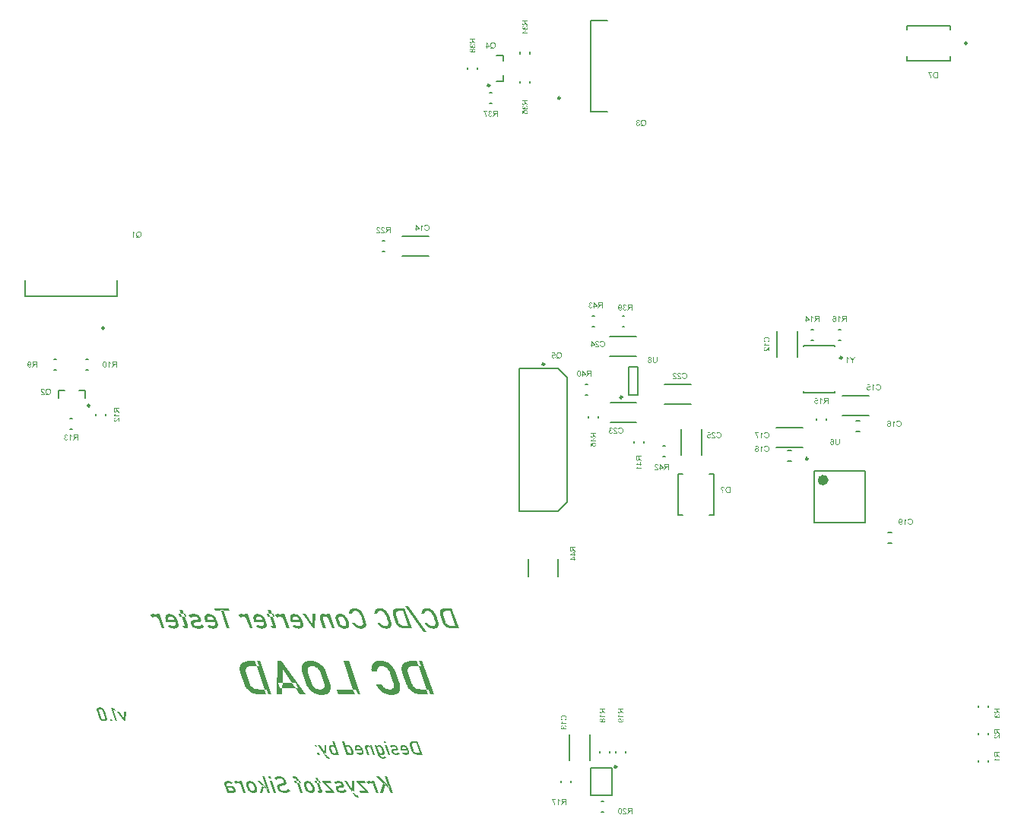
<source format=gbo>
G04*
G04 #@! TF.GenerationSoftware,Altium Limited,Altium Designer,24.6.1 (21)*
G04*
G04 Layer_Color=32896*
%FSLAX25Y25*%
%MOIN*%
G70*
G04*
G04 #@! TF.SameCoordinates,65BBE5AF-797C-4DEE-A542-627196F68B12*
G04*
G04*
G04 #@! TF.FilePolarity,Positive*
G04*
G01*
G75*
%ADD10C,0.00984*%
%ADD13C,0.00787*%
%ADD14C,0.02362*%
G36*
X407000Y188146D02*
X405604D01*
X404813Y190458D01*
X403798D01*
X404584Y188146D01*
X402230D01*
X401543Y188167D01*
X400918Y188250D01*
X400334Y188354D01*
X400084Y188417D01*
X399855Y188479D01*
X399626Y188521D01*
X399439Y188583D01*
X399272Y188646D01*
X399126Y188687D01*
X399022Y188729D01*
X398939Y188771D01*
X398897Y188792D01*
X398876D01*
X398335Y189062D01*
X397835Y189354D01*
X397397Y189646D01*
X397022Y189958D01*
X396731Y190208D01*
X396606Y190333D01*
X396502Y190437D01*
X396418Y190520D01*
X396356Y190583D01*
X396335Y190604D01*
X396314Y190625D01*
X395939Y191083D01*
X395606Y191562D01*
X395335Y192041D01*
X395106Y192478D01*
X394919Y192853D01*
X394856Y193020D01*
X394794Y193166D01*
X394752Y193270D01*
X394710Y193374D01*
X394689Y193416D01*
Y193437D01*
X393273Y197624D01*
X393127Y198082D01*
X393044Y198519D01*
X392961Y198915D01*
X392940Y199290D01*
Y199644D01*
Y199956D01*
X392981Y200248D01*
X393044Y200519D01*
X393086Y200748D01*
X393169Y200956D01*
X393231Y201123D01*
X393294Y201269D01*
X393356Y201373D01*
X393398Y201456D01*
X393419Y201498D01*
X393440Y201519D01*
X393648Y201769D01*
X393898Y201977D01*
X394169Y202164D01*
X394460Y202331D01*
X394752Y202456D01*
X395064Y202581D01*
X395689Y202748D01*
X396002Y202789D01*
X396273Y202831D01*
X396522Y202873D01*
X396752Y202893D01*
X396939Y202914D01*
X399564D01*
X400350Y200602D01*
X397647D01*
X397397Y200560D01*
X397168Y200540D01*
X396960Y200477D01*
X396606Y200352D01*
X396314Y200227D01*
X396106Y200081D01*
X395960Y199956D01*
X395877Y199873D01*
X395856Y199831D01*
X395752Y199686D01*
X395689Y199519D01*
X395585Y199186D01*
X395564Y198832D01*
X395585Y198498D01*
X395627Y198186D01*
X395689Y197936D01*
X395710Y197832D01*
X395731Y197769D01*
X395752Y197728D01*
Y197707D01*
X397231Y193353D01*
X397418Y192874D01*
X397668Y192437D01*
X397918Y192062D01*
X398168Y191770D01*
X398397Y191520D01*
X398585Y191354D01*
X398730Y191250D01*
X398751Y191208D01*
X398772D01*
X399189Y190958D01*
X399626Y190770D01*
X400064Y190645D01*
X400480Y190562D01*
X400834Y190500D01*
X400980Y190479D01*
X401126D01*
X401230Y190458D01*
X403798D01*
X400350Y200602D01*
X401376D01*
X400584Y202914D01*
X401980D01*
X407000Y188146D01*
D02*
G37*
G36*
X335991Y188146D02*
X334595D01*
X333803Y190458D01*
X332788D01*
X333574Y188146D01*
X331221D01*
X330533Y188167D01*
X329908Y188250D01*
X329325Y188354D01*
X329075Y188417D01*
X328846Y188479D01*
X328617Y188521D01*
X328429Y188583D01*
X328263Y188646D01*
X328117Y188687D01*
X328013Y188729D01*
X327929Y188771D01*
X327888Y188792D01*
X327867D01*
X327325Y189062D01*
X326825Y189354D01*
X326388Y189646D01*
X326013Y189958D01*
X325721Y190208D01*
X325596Y190333D01*
X325492Y190437D01*
X325409Y190520D01*
X325346Y190583D01*
X325326Y190604D01*
X325305Y190625D01*
X324930Y191083D01*
X324597Y191562D01*
X324326Y192041D01*
X324097Y192478D01*
X323909Y192853D01*
X323847Y193020D01*
X323784Y193166D01*
X323743Y193270D01*
X323701Y193374D01*
X323680Y193416D01*
Y193437D01*
X322264Y197624D01*
X322118Y198082D01*
X322034Y198519D01*
X321951Y198915D01*
X321930Y199290D01*
Y199644D01*
Y199956D01*
X321972Y200248D01*
X322034Y200519D01*
X322076Y200748D01*
X322159Y200956D01*
X322222Y201123D01*
X322284Y201269D01*
X322347Y201373D01*
X322389Y201456D01*
X322409Y201498D01*
X322430Y201519D01*
X322639Y201769D01*
X322888Y201977D01*
X323159Y202164D01*
X323451Y202331D01*
X323743Y202456D01*
X324055Y202581D01*
X324680Y202748D01*
X324992Y202789D01*
X325263Y202831D01*
X325513Y202873D01*
X325742Y202893D01*
X325930Y202914D01*
X328554D01*
X329340Y200602D01*
X326638D01*
X326388Y200560D01*
X326159Y200540D01*
X325951Y200477D01*
X325596Y200352D01*
X325305Y200227D01*
X325096Y200081D01*
X324951Y199956D01*
X324867Y199873D01*
X324847Y199831D01*
X324742Y199686D01*
X324680Y199519D01*
X324576Y199186D01*
X324555Y198832D01*
X324576Y198498D01*
X324617Y198186D01*
X324680Y197936D01*
X324701Y197832D01*
X324722Y197769D01*
X324742Y197728D01*
Y197707D01*
X326221Y193353D01*
X326409Y192874D01*
X326659Y192437D01*
X326909Y192062D01*
X327159Y191770D01*
X327388Y191520D01*
X327575Y191354D01*
X327721Y191250D01*
X327742Y191208D01*
X327763D01*
X328179Y190958D01*
X328617Y190770D01*
X329054Y190645D01*
X329471Y190562D01*
X329825Y190500D01*
X329971Y190479D01*
X330117D01*
X330221Y190458D01*
X332788D01*
X329340Y200602D01*
X330366D01*
X329575Y202914D01*
X330971D01*
X335991Y188146D01*
D02*
G37*
G36*
X383920Y203060D02*
X384483Y202977D01*
X384983Y202873D01*
X385441Y202748D01*
X385649Y202685D01*
X385816Y202623D01*
X385982Y202560D01*
X386107Y202519D01*
X386212Y202477D01*
X386295Y202435D01*
X386337Y202414D01*
X386357D01*
X386857Y202144D01*
X387336Y201831D01*
X387753Y201519D01*
X388107Y201206D01*
X388399Y200935D01*
X388628Y200706D01*
X388711Y200623D01*
X388774Y200560D01*
X388795Y200519D01*
X388815Y200498D01*
X389190Y200019D01*
X389503Y199519D01*
X389794Y199019D01*
X390023Y198561D01*
X390190Y198165D01*
X390273Y197998D01*
X390336Y197853D01*
X390378Y197728D01*
X390419Y197644D01*
X390440Y197582D01*
Y197561D01*
X391836Y193499D01*
X392002Y192874D01*
X392127Y192312D01*
X392190Y191812D01*
X392231Y191375D01*
Y191187D01*
Y191020D01*
X392211Y190875D01*
Y190770D01*
Y190666D01*
X392190Y190604D01*
Y190562D01*
Y190541D01*
X392086Y190104D01*
X391919Y189729D01*
X391732Y189396D01*
X391523Y189125D01*
X391336Y188917D01*
X391169Y188771D01*
X391065Y188687D01*
X391023Y188646D01*
X390628Y188437D01*
X390211Y188271D01*
X389794Y188167D01*
X389378Y188083D01*
X389024Y188042D01*
X388857Y188021D01*
X388732D01*
X388607Y188000D01*
X388461D01*
X387961Y188021D01*
X387482Y188083D01*
X387045Y188188D01*
X386649Y188292D01*
X386316Y188375D01*
X386170Y188437D01*
X386066Y188479D01*
X385962Y188521D01*
X385899Y188542D01*
X385858Y188562D01*
X385837D01*
X385379Y188792D01*
X384941Y189062D01*
X384524Y189333D01*
X384191Y189583D01*
X383899Y189812D01*
X383670Y190021D01*
X383587Y190083D01*
X383525Y190146D01*
X383504Y190166D01*
X383483Y190187D01*
X383087Y190604D01*
X382733Y191041D01*
X382421Y191458D01*
X382150Y191874D01*
X381942Y192208D01*
X381858Y192353D01*
X381775Y192478D01*
X381733Y192583D01*
X381692Y192666D01*
X381650Y192708D01*
Y192728D01*
X384150D01*
X384399Y192333D01*
X384670Y191979D01*
X384941Y191687D01*
X385191Y191437D01*
X385420Y191250D01*
X385587Y191104D01*
X385712Y191020D01*
X385733Y190999D01*
X385753D01*
X386107Y190791D01*
X386441Y190645D01*
X386753Y190541D01*
X387045Y190479D01*
X387274Y190437D01*
X387461Y190395D01*
X387628D01*
X388066Y190437D01*
X388440Y190520D01*
X388732Y190666D01*
X388961Y190812D01*
X389149Y190958D01*
X389274Y191104D01*
X389336Y191187D01*
X389357Y191229D01*
X389420Y191395D01*
X389482Y191562D01*
X389545Y191937D01*
Y192312D01*
X389503Y192687D01*
X389440Y192999D01*
X389420Y193145D01*
X389378Y193270D01*
X389357Y193353D01*
X389336Y193437D01*
X389315Y193478D01*
Y193499D01*
X387941Y197561D01*
X387732Y198082D01*
X387482Y198519D01*
X387232Y198915D01*
X386982Y199227D01*
X386774Y199498D01*
X386587Y199686D01*
X386462Y199790D01*
X386441Y199831D01*
X386420D01*
X386024Y200123D01*
X385628Y200331D01*
X385254Y200477D01*
X384899Y200581D01*
X384608Y200644D01*
X384358Y200665D01*
X384275Y200686D01*
X384150D01*
X383920Y200665D01*
X383712Y200644D01*
X383525Y200602D01*
X383358Y200540D01*
X383233Y200477D01*
X383150Y200435D01*
X383087Y200415D01*
X383066Y200394D01*
X382900Y200269D01*
X382775Y200144D01*
X382650Y200019D01*
X382566Y199873D01*
X382483Y199769D01*
X382441Y199665D01*
X382400Y199602D01*
Y199582D01*
X382337Y199373D01*
X382275Y199165D01*
X382254Y198957D01*
X382233Y198769D01*
Y198582D01*
X382254Y198457D01*
Y198373D01*
Y198332D01*
X379733D01*
X379671Y198873D01*
X379650Y199352D01*
X379671Y199790D01*
X379713Y200165D01*
X379754Y200456D01*
X379775Y200581D01*
X379796Y200686D01*
X379817Y200769D01*
X379838Y200831D01*
X379858Y200852D01*
Y200873D01*
X380004Y201248D01*
X380213Y201581D01*
X380400Y201852D01*
X380608Y202081D01*
X380796Y202269D01*
X380962Y202394D01*
X381067Y202477D01*
X381087Y202498D01*
X381108D01*
X381462Y202685D01*
X381817Y202831D01*
X382191Y202935D01*
X382546Y203018D01*
X382858Y203060D01*
X383087Y203081D01*
X383316D01*
X383920Y203060D01*
D02*
G37*
G36*
X374838Y188146D02*
X373714D01*
X372922Y190458D01*
X371636D01*
X372422Y188146D01*
X365153D01*
X364361Y190458D01*
X371636D01*
X367402Y202914D01*
X369818D01*
X374838Y188146D01*
D02*
G37*
G36*
X350905D02*
X348280D01*
X346361Y190937D01*
X347343D01*
X346551Y193270D01*
X344757D01*
X346361Y190937D01*
X340657D01*
X340636Y188146D01*
X338032D01*
X338553Y202914D01*
X340323D01*
X350905Y188146D01*
D02*
G37*
G36*
X353425Y203060D02*
X353988Y202977D01*
X354508Y202873D01*
X354946Y202748D01*
X355154Y202664D01*
X355321Y202602D01*
X355487Y202560D01*
X355612Y202498D01*
X355716Y202456D01*
X355800Y202414D01*
X355841Y202394D01*
X355862D01*
X356383Y202123D01*
X356841Y201810D01*
X357279Y201498D01*
X357633Y201206D01*
X357945Y200915D01*
X358070Y200810D01*
X358174Y200706D01*
X358258Y200623D01*
X358320Y200560D01*
X358341Y200519D01*
X358362Y200498D01*
X358737Y200019D01*
X359070Y199540D01*
X359341Y199040D01*
X359570Y198602D01*
X359758Y198207D01*
X359820Y198040D01*
X359882Y197894D01*
X359924Y197790D01*
X359966Y197707D01*
X359987Y197644D01*
Y197624D01*
X361424Y193437D01*
X361591Y192833D01*
X361695Y192291D01*
X361757Y191812D01*
X361778Y191375D01*
Y191208D01*
Y191041D01*
Y190895D01*
X361757Y190770D01*
Y190687D01*
X361736Y190625D01*
Y190583D01*
Y190562D01*
X361611Y190125D01*
X361445Y189750D01*
X361237Y189416D01*
X361028Y189146D01*
X360841Y188937D01*
X360674Y188792D01*
X360570Y188708D01*
X360528Y188667D01*
X360133Y188437D01*
X359716Y188292D01*
X359299Y188167D01*
X358883Y188083D01*
X358529Y188042D01*
X358362Y188021D01*
X358237D01*
X358112Y188000D01*
X357966D01*
X357383Y188021D01*
X356821Y188104D01*
X356321Y188208D01*
X355862Y188333D01*
X355675Y188396D01*
X355487Y188458D01*
X355342Y188521D01*
X355217Y188562D01*
X355113Y188604D01*
X355029Y188646D01*
X354988Y188667D01*
X354967D01*
X354446Y188937D01*
X353967Y189250D01*
X353550Y189562D01*
X353175Y189875D01*
X352884Y190146D01*
X352759Y190250D01*
X352655Y190354D01*
X352571Y190437D01*
X352509Y190500D01*
X352488Y190541D01*
X352467Y190562D01*
X352092Y191041D01*
X351759Y191520D01*
X351467Y192020D01*
X351238Y192458D01*
X351051Y192853D01*
X350988Y193020D01*
X350926Y193166D01*
X350884Y193270D01*
X350842Y193374D01*
X350821Y193416D01*
Y193437D01*
X349405Y197624D01*
X349238Y198228D01*
X349113Y198769D01*
X349051Y199248D01*
X349030Y199686D01*
Y199852D01*
X349051Y200019D01*
Y200165D01*
X349072Y200290D01*
Y200373D01*
X349093Y200435D01*
Y200477D01*
Y200498D01*
X349218Y200935D01*
X349384Y201310D01*
X349572Y201644D01*
X349780Y201914D01*
X349968Y202123D01*
X350134Y202269D01*
X350238Y202373D01*
X350259Y202394D01*
X350280D01*
X350655Y202623D01*
X351092Y202789D01*
X351509Y202914D01*
X351925Y202998D01*
X352280Y203039D01*
X352446Y203060D01*
X352571Y203081D01*
X352842D01*
X353425Y203060D01*
D02*
G37*
G36*
X336066Y223509D02*
X334829D01*
X335211Y222385D01*
X334248D01*
X333873Y223509D01*
X334829D01*
X334206Y225341D01*
X335442D01*
X336066Y223509D01*
D02*
G37*
G36*
X297424Y223509D02*
X296187D01*
X296569Y222385D01*
X295606D01*
X295231Y223509D01*
X296187D01*
X295565Y225341D01*
X296800D01*
X297424Y223509D01*
D02*
G37*
G36*
X354943Y217179D02*
X353999D01*
X349474Y223509D01*
X350779D01*
X353860Y218984D01*
X353874Y223509D01*
X355179D01*
X354943Y217179D01*
D02*
G37*
G36*
X418000Y217179D02*
X417167D01*
X416765Y218359D01*
X416363D01*
X416765Y217179D01*
X415196D01*
X414808Y217193D01*
X414447Y217235D01*
X414114Y217304D01*
X413822Y217374D01*
X413697Y217402D01*
X413586Y217429D01*
X413489Y217471D01*
X413406Y217499D01*
X413336Y217527D01*
X413295Y217540D01*
X413267Y217554D01*
X413253D01*
X412934Y217707D01*
X412642Y217887D01*
X412379Y218068D01*
X412156Y218234D01*
X411976Y218387D01*
X411837Y218526D01*
X411754Y218609D01*
X411740Y218623D01*
X411726Y218637D01*
X411504Y218915D01*
X411296Y219206D01*
X411129Y219484D01*
X410991Y219761D01*
X410880Y219997D01*
X410838Y220094D01*
X410810Y220178D01*
X410782Y220247D01*
X410755Y220303D01*
X410741Y220330D01*
Y220344D01*
X409880Y222870D01*
X409797Y223148D01*
X409741Y223412D01*
X409700Y223648D01*
X409672Y223870D01*
Y224078D01*
X409686Y224272D01*
X409700Y224453D01*
X409741Y224605D01*
X409769Y224744D01*
X409811Y224869D01*
X409852Y224966D01*
X409894Y225049D01*
X409922Y225119D01*
X409950Y225161D01*
X409964Y225188D01*
X409977Y225202D01*
X410102Y225355D01*
X410241Y225480D01*
X410408Y225591D01*
X410574Y225688D01*
X410755Y225771D01*
X410935Y225827D01*
X411310Y225938D01*
X411476Y225965D01*
X411643Y225993D01*
X411796Y226007D01*
X411921Y226021D01*
X412032Y226035D01*
X413753D01*
X414154Y224855D01*
X412365D01*
X412198Y224827D01*
X411921Y224772D01*
X411685Y224689D01*
X411504Y224605D01*
X411365Y224508D01*
X411268Y224425D01*
X411213Y224369D01*
X411199Y224342D01*
X411129Y224244D01*
X411088Y224133D01*
X411032Y223911D01*
X411018Y223675D01*
X411032Y223439D01*
X411060Y223231D01*
X411102Y223065D01*
X411116Y222995D01*
X411129Y222954D01*
X411143Y222926D01*
Y222912D01*
X412032Y220303D01*
X412170Y219969D01*
X412323Y219692D01*
X412490Y219442D01*
X412670Y219234D01*
X412823Y219067D01*
X412948Y218956D01*
X413031Y218887D01*
X413045Y218859D01*
X413059D01*
X413336Y218692D01*
X413628Y218567D01*
X413905Y218484D01*
X414169Y218429D01*
X414405Y218387D01*
X414502Y218373D01*
X414585D01*
X414655Y218359D01*
X416363D01*
X414154Y224855D01*
X414558D01*
X414155Y226035D01*
X414988D01*
X418000Y217179D01*
D02*
G37*
G36*
X397333D02*
X396500D01*
X396097Y218359D01*
X395696D01*
X396097Y217179D01*
X394529D01*
X394140Y217193D01*
X393779Y217235D01*
X393446Y217304D01*
X393155Y217374D01*
X393030Y217402D01*
X392919Y217429D01*
X392822Y217471D01*
X392738Y217499D01*
X392669Y217527D01*
X392627Y217540D01*
X392600Y217554D01*
X392586D01*
X392267Y217707D01*
X391975Y217887D01*
X391711Y218068D01*
X391489Y218234D01*
X391309Y218387D01*
X391170Y218526D01*
X391087Y218609D01*
X391073Y218623D01*
X391059Y218637D01*
X390837Y218915D01*
X390629Y219206D01*
X390462Y219484D01*
X390323Y219761D01*
X390212Y219997D01*
X390171Y220094D01*
X390143Y220178D01*
X390115Y220247D01*
X390087Y220303D01*
X390073Y220330D01*
Y220344D01*
X389213Y222870D01*
X389130Y223148D01*
X389074Y223412D01*
X389032Y223648D01*
X389005Y223870D01*
Y224078D01*
X389019Y224272D01*
X389032Y224453D01*
X389074Y224605D01*
X389102Y224744D01*
X389143Y224869D01*
X389185Y224966D01*
X389227Y225049D01*
X389254Y225119D01*
X389282Y225161D01*
X389296Y225188D01*
X389310Y225202D01*
X389435Y225355D01*
X389574Y225480D01*
X389740Y225591D01*
X389907Y225688D01*
X390087Y225771D01*
X390268Y225827D01*
X390642Y225938D01*
X390809Y225965D01*
X390976Y225993D01*
X391128Y226007D01*
X391253Y226021D01*
X391364Y226035D01*
X393085D01*
X393487Y224855D01*
X391697D01*
X391531Y224827D01*
X391253Y224772D01*
X391017Y224689D01*
X390837Y224605D01*
X390698Y224508D01*
X390601Y224425D01*
X390545Y224369D01*
X390531Y224342D01*
X390462Y224244D01*
X390420Y224133D01*
X390365Y223911D01*
X390351Y223675D01*
X390365Y223439D01*
X390393Y223231D01*
X390434Y223065D01*
X390448Y222995D01*
X390462Y222954D01*
X390476Y222926D01*
Y222912D01*
X391364Y220303D01*
X391503Y219969D01*
X391656Y219692D01*
X391822Y219442D01*
X392003Y219234D01*
X392155Y219067D01*
X392280Y218956D01*
X392364Y218887D01*
X392377Y218859D01*
X392391D01*
X392669Y218692D01*
X392961Y218567D01*
X393238Y218484D01*
X393502Y218429D01*
X393738Y218387D01*
X393835Y218373D01*
X393918D01*
X393988Y218359D01*
X395696D01*
X393487Y224855D01*
X393890D01*
X393488Y226035D01*
X394321D01*
X397333Y217179D01*
D02*
G37*
G36*
X404203Y226118D02*
X404523Y226063D01*
X404828Y226007D01*
X405092Y225924D01*
X405300Y225854D01*
X405397Y225813D01*
X405480Y225785D01*
X405536Y225757D01*
X405577Y225730D01*
X405605Y225716D01*
X405619D01*
X405924Y225549D01*
X406202Y225369D01*
X406452Y225174D01*
X406660Y224994D01*
X406841Y224827D01*
X406979Y224689D01*
X407021Y224633D01*
X407063Y224591D01*
X407076Y224577D01*
X407090Y224564D01*
X407312Y224272D01*
X407507Y223981D01*
X407673Y223689D01*
X407812Y223412D01*
X407923Y223176D01*
X407965Y223078D01*
X407993Y222981D01*
X408020Y222912D01*
X408048Y222856D01*
X408062Y222829D01*
Y222815D01*
X408895Y220386D01*
X409006Y220025D01*
X409061Y219692D01*
X409103Y219400D01*
X409117Y219137D01*
X409131Y218928D01*
X409117Y218845D01*
Y218776D01*
Y218706D01*
X409103Y218665D01*
Y218651D01*
Y218637D01*
X409033Y218373D01*
X408936Y218151D01*
X408825Y217957D01*
X408700Y217790D01*
X408589Y217665D01*
X408492Y217568D01*
X408437Y217513D01*
X408409Y217499D01*
X408187Y217360D01*
X407937Y217263D01*
X407701Y217193D01*
X407451Y217152D01*
X407243Y217124D01*
X407160Y217110D01*
X407076Y217096D01*
X406924D01*
X406646Y217110D01*
X406369Y217152D01*
X406119Y217193D01*
X405883Y217263D01*
X405702Y217318D01*
X405550Y217360D01*
X405494Y217388D01*
X405452Y217402D01*
X405439Y217415D01*
X405425D01*
X405147Y217540D01*
X404897Y217693D01*
X404661Y217846D01*
X404453Y217998D01*
X404273Y218123D01*
X404148Y218234D01*
X404065Y218304D01*
X404037Y218332D01*
X403801Y218567D01*
X403606Y218803D01*
X403426Y219039D01*
X403273Y219248D01*
X403148Y219442D01*
X403051Y219581D01*
X403023Y219636D01*
X402996Y219678D01*
X402982Y219706D01*
Y219720D01*
X404259D01*
X404425Y219470D01*
X404592Y219262D01*
X404759Y219081D01*
X404925Y218928D01*
X405078Y218803D01*
X405189Y218720D01*
X405272Y218665D01*
X405286Y218651D01*
X405300D01*
X405536Y218526D01*
X405758Y218443D01*
X405966Y218373D01*
X406146Y218332D01*
X406299Y218304D01*
X406424Y218290D01*
X406521D01*
X406799Y218318D01*
X407049Y218373D01*
X407243Y218470D01*
X407396Y218581D01*
X407507Y218678D01*
X407590Y218776D01*
X407632Y218831D01*
X407646Y218859D01*
X407687Y218970D01*
X407729Y219095D01*
X407770Y219345D01*
Y219595D01*
X407743Y219844D01*
X407701Y220053D01*
X407687Y220150D01*
X407659Y220233D01*
X407646Y220289D01*
X407632Y220344D01*
X407618Y220372D01*
Y220386D01*
X406785Y222815D01*
X406646Y223162D01*
X406494Y223453D01*
X406327Y223717D01*
X406160Y223939D01*
X406008Y224106D01*
X405883Y224244D01*
X405799Y224314D01*
X405786Y224342D01*
X405772D01*
X405508Y224536D01*
X405244Y224675D01*
X404994Y224786D01*
X404759Y224855D01*
X404564Y224897D01*
X404412Y224911D01*
X404356Y224924D01*
X404273D01*
X404120Y224911D01*
X403995Y224897D01*
X403870Y224869D01*
X403773Y224841D01*
X403676Y224800D01*
X403620Y224772D01*
X403579Y224758D01*
X403565Y224744D01*
X403454Y224675D01*
X403371Y224591D01*
X403287Y224508D01*
X403218Y224425D01*
X403176Y224355D01*
X403134Y224300D01*
X403107Y224258D01*
Y224244D01*
X403051Y224119D01*
X403010Y223995D01*
X402996Y223870D01*
X402968Y223745D01*
Y223648D01*
Y223564D01*
Y223509D01*
Y223495D01*
X401691D01*
X401663Y223786D01*
Y224050D01*
X401677Y224286D01*
X401705Y224480D01*
X401747Y224647D01*
X401774Y224772D01*
X401802Y224855D01*
X401816Y224883D01*
X401913Y225091D01*
X402024Y225272D01*
X402149Y225438D01*
X402274Y225563D01*
X402385Y225660D01*
X402482Y225743D01*
X402538Y225785D01*
X402565Y225799D01*
X402774Y225910D01*
X402982Y225993D01*
X403204Y226049D01*
X403398Y226090D01*
X403579Y226118D01*
X403731Y226132D01*
X403856D01*
X404203Y226118D01*
D02*
G37*
G36*
X383536Y226118D02*
X383855Y226063D01*
X384161Y226007D01*
X384424Y225924D01*
X384632Y225854D01*
X384730Y225813D01*
X384813Y225785D01*
X384868Y225757D01*
X384910Y225730D01*
X384938Y225716D01*
X384952D01*
X385257Y225549D01*
X385535Y225369D01*
X385785Y225174D01*
X385993Y224994D01*
X386173Y224827D01*
X386312Y224689D01*
X386354Y224633D01*
X386395Y224591D01*
X386409Y224577D01*
X386423Y224564D01*
X386645Y224272D01*
X386839Y223981D01*
X387006Y223689D01*
X387145Y223412D01*
X387256Y223176D01*
X387297Y223078D01*
X387325Y222981D01*
X387353Y222912D01*
X387381Y222856D01*
X387395Y222829D01*
Y222815D01*
X388227Y220386D01*
X388338Y220025D01*
X388394Y219692D01*
X388436Y219400D01*
X388450Y219137D01*
X388463Y218928D01*
X388450Y218845D01*
Y218776D01*
Y218706D01*
X388436Y218665D01*
Y218651D01*
Y218637D01*
X388366Y218373D01*
X388269Y218151D01*
X388158Y217957D01*
X388033Y217790D01*
X387922Y217665D01*
X387825Y217568D01*
X387769Y217513D01*
X387742Y217499D01*
X387520Y217360D01*
X387270Y217263D01*
X387034Y217193D01*
X386784Y217152D01*
X386576Y217124D01*
X386492Y217110D01*
X386409Y217096D01*
X386256D01*
X385979Y217110D01*
X385701Y217152D01*
X385451Y217193D01*
X385215Y217263D01*
X385035Y217318D01*
X384882Y217360D01*
X384827Y217388D01*
X384785Y217402D01*
X384771Y217415D01*
X384757D01*
X384480Y217540D01*
X384230Y217693D01*
X383994Y217846D01*
X383786Y217998D01*
X383605Y218123D01*
X383480Y218234D01*
X383397Y218304D01*
X383369Y218332D01*
X383133Y218567D01*
X382939Y218803D01*
X382759Y219039D01*
X382606Y219248D01*
X382481Y219442D01*
X382384Y219581D01*
X382356Y219636D01*
X382328Y219678D01*
X382314Y219706D01*
Y219720D01*
X383592D01*
X383758Y219470D01*
X383925Y219262D01*
X384091Y219081D01*
X384258Y218928D01*
X384410Y218803D01*
X384521Y218720D01*
X384605Y218665D01*
X384619Y218651D01*
X384632D01*
X384868Y218526D01*
X385090Y218443D01*
X385299Y218373D01*
X385479Y218332D01*
X385632Y218304D01*
X385757Y218290D01*
X385854D01*
X386132Y218318D01*
X386381Y218373D01*
X386576Y218470D01*
X386728Y218581D01*
X386839Y218678D01*
X386923Y218776D01*
X386964Y218831D01*
X386978Y218859D01*
X387020Y218970D01*
X387062Y219095D01*
X387103Y219345D01*
Y219595D01*
X387075Y219844D01*
X387034Y220053D01*
X387020Y220150D01*
X386992Y220233D01*
X386978Y220289D01*
X386964Y220344D01*
X386950Y220372D01*
Y220386D01*
X386118Y222815D01*
X385979Y223162D01*
X385826Y223453D01*
X385660Y223717D01*
X385493Y223939D01*
X385340Y224106D01*
X385215Y224244D01*
X385132Y224314D01*
X385118Y224342D01*
X385104D01*
X384841Y224536D01*
X384577Y224675D01*
X384327Y224786D01*
X384091Y224855D01*
X383897Y224897D01*
X383744Y224911D01*
X383689Y224924D01*
X383605D01*
X383453Y224911D01*
X383328Y224897D01*
X383203Y224869D01*
X383106Y224841D01*
X383009Y224800D01*
X382953Y224772D01*
X382911Y224758D01*
X382897Y224744D01*
X382786Y224675D01*
X382703Y224591D01*
X382620Y224508D01*
X382551Y224425D01*
X382509Y224355D01*
X382467Y224300D01*
X382439Y224258D01*
Y224244D01*
X382384Y224119D01*
X382342Y223994D01*
X382328Y223870D01*
X382301Y223745D01*
Y223648D01*
Y223564D01*
Y223509D01*
Y223495D01*
X381024D01*
X380996Y223786D01*
Y224050D01*
X381010Y224286D01*
X381038Y224480D01*
X381079Y224647D01*
X381107Y224772D01*
X381135Y224855D01*
X381149Y224883D01*
X381246Y225091D01*
X381357Y225272D01*
X381482Y225438D01*
X381607Y225563D01*
X381718Y225660D01*
X381815Y225743D01*
X381870Y225785D01*
X381898Y225799D01*
X382106Y225910D01*
X382314Y225993D01*
X382537Y226049D01*
X382731Y226090D01*
X382911Y226118D01*
X383064Y226132D01*
X383189D01*
X383536Y226118D01*
D02*
G37*
G36*
X372446D02*
X372765Y226063D01*
X373070Y226007D01*
X373334Y225924D01*
X373542Y225854D01*
X373639Y225813D01*
X373723Y225785D01*
X373778Y225757D01*
X373820Y225730D01*
X373848Y225716D01*
X373862D01*
X374167Y225549D01*
X374445Y225369D01*
X374694Y225174D01*
X374903Y224994D01*
X375083Y224827D01*
X375222Y224689D01*
X375264Y224633D01*
X375305Y224591D01*
X375319Y224577D01*
X375333Y224564D01*
X375555Y224272D01*
X375749Y223981D01*
X375916Y223689D01*
X376055Y223412D01*
X376166Y223176D01*
X376207Y223078D01*
X376235Y222981D01*
X376263Y222912D01*
X376291Y222856D01*
X376305Y222829D01*
Y222815D01*
X377137Y220386D01*
X377248Y220025D01*
X377304Y219692D01*
X377345Y219400D01*
X377359Y219137D01*
X377373Y218928D01*
X377359Y218845D01*
Y218776D01*
Y218706D01*
X377345Y218665D01*
Y218651D01*
Y218637D01*
X377276Y218373D01*
X377179Y218151D01*
X377068Y217957D01*
X376943Y217790D01*
X376832Y217665D01*
X376735Y217568D01*
X376679Y217513D01*
X376652Y217499D01*
X376429Y217360D01*
X376180Y217263D01*
X375944Y217193D01*
X375694Y217152D01*
X375486Y217124D01*
X375402Y217110D01*
X375319Y217096D01*
X375166D01*
X374889Y217110D01*
X374611Y217152D01*
X374361Y217193D01*
X374125Y217263D01*
X373945Y217318D01*
X373792Y217360D01*
X373737Y217388D01*
X373695Y217402D01*
X373681Y217415D01*
X373667D01*
X373390Y217540D01*
X373140Y217693D01*
X372904Y217846D01*
X372696Y217998D01*
X372515Y218123D01*
X372390Y218234D01*
X372307Y218304D01*
X372279Y218332D01*
X372043Y218567D01*
X371849Y218803D01*
X371669Y219039D01*
X371516Y219248D01*
X371391Y219442D01*
X371294Y219581D01*
X371266Y219636D01*
X371238Y219678D01*
X371224Y219706D01*
Y219720D01*
X372501D01*
X372668Y219470D01*
X372834Y219262D01*
X373001Y219081D01*
X373168Y218928D01*
X373320Y218803D01*
X373431Y218720D01*
X373515Y218665D01*
X373529Y218651D01*
X373542D01*
X373778Y218526D01*
X374000Y218443D01*
X374209Y218373D01*
X374389Y218332D01*
X374542Y218304D01*
X374667Y218290D01*
X374764D01*
X375041Y218318D01*
X375291Y218373D01*
X375486Y218470D01*
X375638Y218581D01*
X375749Y218678D01*
X375833Y218776D01*
X375874Y218831D01*
X375888Y218859D01*
X375930Y218970D01*
X375971Y219095D01*
X376013Y219345D01*
Y219595D01*
X375985Y219844D01*
X375944Y220053D01*
X375930Y220150D01*
X375902Y220233D01*
X375888Y220289D01*
X375874Y220344D01*
X375860Y220372D01*
Y220386D01*
X375027Y222815D01*
X374889Y223162D01*
X374736Y223453D01*
X374570Y223717D01*
X374403Y223939D01*
X374250Y224106D01*
X374125Y224244D01*
X374042Y224314D01*
X374028Y224342D01*
X374014D01*
X373751Y224536D01*
X373487Y224675D01*
X373237Y224786D01*
X373001Y224855D01*
X372807Y224897D01*
X372654Y224911D01*
X372599Y224924D01*
X372515D01*
X372363Y224911D01*
X372238Y224897D01*
X372113Y224869D01*
X372016Y224841D01*
X371918Y224800D01*
X371863Y224772D01*
X371821Y224758D01*
X371807Y224744D01*
X371696Y224675D01*
X371613Y224591D01*
X371530Y224508D01*
X371460Y224425D01*
X371419Y224355D01*
X371377Y224300D01*
X371349Y224258D01*
Y224244D01*
X371294Y224119D01*
X371252Y223994D01*
X371238Y223870D01*
X371211Y223745D01*
Y223648D01*
Y223564D01*
Y223509D01*
Y223495D01*
X369934D01*
X369906Y223786D01*
Y224050D01*
X369920Y224286D01*
X369947Y224480D01*
X369989Y224647D01*
X370017Y224772D01*
X370045Y224855D01*
X370058Y224883D01*
X370156Y225091D01*
X370267Y225272D01*
X370392Y225438D01*
X370516Y225563D01*
X370628Y225660D01*
X370725Y225743D01*
X370780Y225785D01*
X370808Y225799D01*
X371016Y225910D01*
X371224Y225993D01*
X371446Y226049D01*
X371641Y226090D01*
X371821Y226118D01*
X371974Y226132D01*
X372099D01*
X372446Y226118D01*
D02*
G37*
G36*
X345977Y223578D02*
X346199Y223564D01*
X346629Y223467D01*
X347004Y223342D01*
X347170Y223273D01*
X347337Y223203D01*
X347476Y223134D01*
X347601Y223065D01*
X347712Y222995D01*
X347809Y222940D01*
X347878Y222884D01*
X347934Y222843D01*
X347961Y222829D01*
X347975Y222815D01*
X348156Y222662D01*
X348308Y222496D01*
X348600Y222148D01*
X348850Y221788D01*
X349058Y221441D01*
X349141Y221274D01*
X349211Y221121D01*
X349280Y220983D01*
X349322Y220871D01*
X349363Y220774D01*
X349391Y220705D01*
X349419Y220650D01*
Y220636D01*
X349655Y219914D01*
X349724Y219664D01*
X349780Y219428D01*
X349821Y219220D01*
X349849Y219012D01*
Y218831D01*
Y218651D01*
X349835Y218498D01*
X349821Y218359D01*
X349794Y218234D01*
X349766Y218123D01*
X349738Y218026D01*
X349710Y217957D01*
X349683Y217901D01*
X349655Y217860D01*
X349641Y217832D01*
Y217818D01*
X349544Y217693D01*
X349433Y217582D01*
X349294Y217485D01*
X349155Y217402D01*
X348864Y217277D01*
X348572Y217193D01*
X348295Y217138D01*
X348170Y217124D01*
X348059Y217110D01*
X347975Y217096D01*
X347850D01*
X347628Y217110D01*
X347406Y217138D01*
X347184Y217166D01*
X346990Y217221D01*
X346823Y217263D01*
X346698Y217290D01*
X346615Y217318D01*
X346601Y217332D01*
X346587D01*
X346338Y217429D01*
X346102Y217540D01*
X345880Y217665D01*
X345685Y217776D01*
X345532Y217874D01*
X345408Y217957D01*
X345324Y218012D01*
X345297Y218026D01*
X345838Y218845D01*
X346115Y218665D01*
X346254Y218581D01*
X346379Y218526D01*
X346490Y218484D01*
X346573Y218443D01*
X346629Y218429D01*
X346643Y218415D01*
X346796Y218359D01*
X346948Y218332D01*
X347087Y218304D01*
X347198Y218276D01*
X347309D01*
X347379Y218262D01*
X347448D01*
X347712Y218276D01*
X347920Y218332D01*
X348100Y218401D01*
X348239Y218470D01*
X348350Y218554D01*
X348420Y218609D01*
X348461Y218665D01*
X348475Y218678D01*
X348558Y218859D01*
X348586Y219053D01*
X348600Y219248D01*
X348572Y219456D01*
X348545Y219622D01*
X348517Y219775D01*
X348503Y219830D01*
X348498Y219844D01*
X348780D01*
X348447Y220844D01*
X348155D01*
X348211Y220705D01*
X348475Y219900D01*
Y219886D01*
X348489Y219872D01*
X348498Y219844D01*
X344505D01*
X344367Y220247D01*
X344269Y220538D01*
X344200Y220816D01*
X344145Y221066D01*
X344103Y221302D01*
X344089Y221524D01*
X344075Y221732D01*
X344061Y221913D01*
X344075Y222079D01*
X344089Y222232D01*
X344103Y222357D01*
X344117Y222468D01*
X344145Y222551D01*
X344158Y222620D01*
X344172Y222676D01*
X344186Y222704D01*
Y222718D01*
X344269Y222870D01*
X344353Y223009D01*
X344464Y223120D01*
X344575Y223217D01*
X344700Y223314D01*
X344839Y223384D01*
X345102Y223481D01*
X345338Y223550D01*
X345449Y223564D01*
X345546Y223578D01*
X345630Y223592D01*
X345741D01*
X345977Y223578D01*
D02*
G37*
G36*
X329876Y223578D02*
X330098Y223564D01*
X330528Y223467D01*
X330903Y223342D01*
X331070Y223273D01*
X331236Y223203D01*
X331375Y223134D01*
X331500Y223065D01*
X331611Y222995D01*
X331708Y222940D01*
X331777Y222884D01*
X331833Y222843D01*
X331861Y222829D01*
X331875Y222815D01*
X332055Y222662D01*
X332208Y222496D01*
X332499Y222148D01*
X332749Y221788D01*
X332957Y221441D01*
X333040Y221274D01*
X333110Y221121D01*
X333179Y220983D01*
X333221Y220871D01*
X333263Y220774D01*
X333290Y220705D01*
X333318Y220650D01*
Y220636D01*
X333554Y219914D01*
X333624Y219664D01*
X333679Y219428D01*
X333721Y219220D01*
X333748Y219012D01*
Y218831D01*
Y218651D01*
X333734Y218498D01*
X333721Y218359D01*
X333693Y218234D01*
X333665Y218123D01*
X333637Y218026D01*
X333610Y217957D01*
X333582Y217901D01*
X333554Y217860D01*
X333540Y217832D01*
Y217818D01*
X333443Y217693D01*
X333332Y217582D01*
X333193Y217485D01*
X333054Y217402D01*
X332763Y217277D01*
X332471Y217193D01*
X332194Y217138D01*
X332069Y217124D01*
X331958Y217110D01*
X331875Y217096D01*
X331750D01*
X331528Y217110D01*
X331306Y217138D01*
X331083Y217166D01*
X330889Y217221D01*
X330723Y217263D01*
X330598Y217290D01*
X330514Y217318D01*
X330501Y217332D01*
X330487D01*
X330237Y217429D01*
X330001Y217540D01*
X329779Y217665D01*
X329584Y217776D01*
X329432Y217874D01*
X329307Y217957D01*
X329223Y218012D01*
X329196Y218026D01*
X329737Y218845D01*
X330015Y218665D01*
X330153Y218581D01*
X330278Y218526D01*
X330389Y218484D01*
X330473Y218443D01*
X330528Y218429D01*
X330542Y218415D01*
X330695Y218359D01*
X330848Y218332D01*
X330986Y218304D01*
X331097Y218276D01*
X331208D01*
X331278Y218262D01*
X331347D01*
X331611Y218276D01*
X331819Y218332D01*
X331999Y218401D01*
X332138Y218470D01*
X332249Y218554D01*
X332319Y218609D01*
X332360Y218665D01*
X332374Y218678D01*
X332458Y218859D01*
X332485Y219053D01*
X332499Y219248D01*
X332471Y219456D01*
X332444Y219622D01*
X332416Y219775D01*
X332402Y219830D01*
X332397Y219844D01*
X332680D01*
X332347Y220844D01*
X332054Y220844D01*
X332111Y220705D01*
X332374Y219900D01*
Y219886D01*
X332388Y219872D01*
X332397Y219844D01*
X328405Y219844D01*
X328266Y220247D01*
X328169Y220538D01*
X328099Y220816D01*
X328044Y221066D01*
X328002Y221302D01*
X327988Y221524D01*
X327974Y221732D01*
X327960Y221913D01*
X327974Y222079D01*
X327988Y222232D01*
X328002Y222357D01*
X328016Y222468D01*
X328044Y222551D01*
X328058Y222620D01*
X328071Y222676D01*
X328085Y222704D01*
Y222718D01*
X328169Y222870D01*
X328252Y223009D01*
X328363Y223120D01*
X328474Y223217D01*
X328599Y223314D01*
X328738Y223384D01*
X329001Y223481D01*
X329237Y223550D01*
X329348Y223564D01*
X329446Y223578D01*
X329529Y223592D01*
X329640D01*
X329876Y223578D01*
D02*
G37*
G36*
X308487D02*
X308709Y223564D01*
X309139Y223467D01*
X309514Y223342D01*
X309681Y223273D01*
X309847Y223203D01*
X309986Y223134D01*
X310111Y223065D01*
X310222Y222995D01*
X310319Y222940D01*
X310388Y222884D01*
X310444Y222843D01*
X310472Y222829D01*
X310486Y222815D01*
X310666Y222662D01*
X310819Y222496D01*
X311110Y222148D01*
X311360Y221788D01*
X311568Y221441D01*
X311651Y221274D01*
X311721Y221121D01*
X311790Y220983D01*
X311832Y220871D01*
X311874Y220774D01*
X311901Y220705D01*
X311929Y220650D01*
Y220636D01*
X312165Y219914D01*
X312234Y219664D01*
X312290Y219428D01*
X312332Y219220D01*
X312359Y219012D01*
Y218831D01*
Y218651D01*
X312345Y218498D01*
X312332Y218359D01*
X312304Y218234D01*
X312276Y218123D01*
X312248Y218026D01*
X312221Y217957D01*
X312193Y217901D01*
X312165Y217860D01*
X312151Y217832D01*
Y217818D01*
X312054Y217693D01*
X311943Y217582D01*
X311804Y217485D01*
X311665Y217402D01*
X311374Y217277D01*
X311082Y217193D01*
X310805Y217138D01*
X310680Y217124D01*
X310569Y217110D01*
X310486Y217096D01*
X310361D01*
X310139Y217110D01*
X309916Y217138D01*
X309694Y217166D01*
X309500Y217221D01*
X309333Y217263D01*
X309209Y217290D01*
X309125Y217318D01*
X309111Y217332D01*
X309098D01*
X308848Y217429D01*
X308612Y217540D01*
X308390Y217665D01*
X308195Y217776D01*
X308043Y217874D01*
X307918Y217957D01*
X307834Y218012D01*
X307807Y218026D01*
X308348Y218845D01*
X308626Y218665D01*
X308764Y218581D01*
X308889Y218526D01*
X309000Y218484D01*
X309084Y218443D01*
X309139Y218429D01*
X309153Y218415D01*
X309306Y218359D01*
X309458Y218332D01*
X309597Y218304D01*
X309708Y218276D01*
X309819D01*
X309889Y218262D01*
X309958D01*
X310222Y218276D01*
X310430Y218332D01*
X310610Y218401D01*
X310749Y218470D01*
X310860Y218554D01*
X310930Y218609D01*
X310971Y218665D01*
X310985Y218678D01*
X311069Y218859D01*
X311096Y219053D01*
X311110Y219248D01*
X311082Y219456D01*
X311055Y219622D01*
X311027Y219775D01*
X311013Y219830D01*
X311008Y219844D01*
X311291D01*
X310957Y220844D01*
X310665D01*
X310721Y220705D01*
X310985Y219900D01*
Y219886D01*
X310999Y219872D01*
X311008Y219844D01*
X307015D01*
X306877Y220247D01*
X306780Y220538D01*
X306710Y220816D01*
X306655Y221066D01*
X306613Y221302D01*
X306599Y221524D01*
X306585Y221732D01*
X306571Y221913D01*
X306585Y222079D01*
X306599Y222232D01*
X306613Y222357D01*
X306627Y222468D01*
X306655Y222551D01*
X306668Y222620D01*
X306682Y222676D01*
X306696Y222704D01*
Y222718D01*
X306780Y222870D01*
X306863Y223009D01*
X306974Y223120D01*
X307085Y223217D01*
X307210Y223314D01*
X307349Y223384D01*
X307612Y223481D01*
X307848Y223550D01*
X307959Y223564D01*
X308056Y223578D01*
X308140Y223592D01*
X308251D01*
X308487Y223578D01*
D02*
G37*
G36*
X291234D02*
X291456Y223564D01*
X291886Y223467D01*
X292261Y223342D01*
X292428Y223273D01*
X292594Y223203D01*
X292733Y223134D01*
X292858Y223065D01*
X292969Y222995D01*
X293066Y222940D01*
X293135Y222884D01*
X293191Y222843D01*
X293219Y222829D01*
X293233Y222815D01*
X293413Y222662D01*
X293566Y222496D01*
X293857Y222148D01*
X294107Y221788D01*
X294315Y221441D01*
X294399Y221274D01*
X294468Y221121D01*
X294537Y220983D01*
X294579Y220871D01*
X294621Y220774D01*
X294648Y220705D01*
X294676Y220650D01*
Y220636D01*
X294912Y219914D01*
X294982Y219664D01*
X295037Y219428D01*
X295079Y219220D01*
X295107Y219012D01*
Y218831D01*
Y218651D01*
X295093Y218498D01*
X295079Y218359D01*
X295051Y218234D01*
X295023Y218123D01*
X294995Y218026D01*
X294968Y217957D01*
X294940Y217901D01*
X294912Y217860D01*
X294898Y217832D01*
Y217818D01*
X294801Y217693D01*
X294690Y217582D01*
X294551Y217485D01*
X294412Y217402D01*
X294121Y217277D01*
X293829Y217193D01*
X293552Y217138D01*
X293427Y217124D01*
X293316Y217110D01*
X293233Y217096D01*
X293108D01*
X292886Y217110D01*
X292664Y217138D01*
X292442Y217166D01*
X292247Y217221D01*
X292081Y217263D01*
X291956Y217290D01*
X291872Y217318D01*
X291859Y217332D01*
X291845D01*
X291595Y217429D01*
X291359Y217540D01*
X291137Y217665D01*
X290943Y217776D01*
X290790Y217874D01*
X290665Y217957D01*
X290582Y218012D01*
X290554Y218026D01*
X291095Y218845D01*
X291373Y218665D01*
X291512Y218581D01*
X291636Y218526D01*
X291747Y218484D01*
X291831Y218443D01*
X291886Y218429D01*
X291900Y218415D01*
X292053Y218359D01*
X292206Y218332D01*
X292344Y218304D01*
X292455Y218276D01*
X292566D01*
X292636Y218262D01*
X292705D01*
X292969Y218276D01*
X293177Y218332D01*
X293358Y218401D01*
X293496Y218470D01*
X293607Y218554D01*
X293677Y218609D01*
X293719Y218665D01*
X293732Y218678D01*
X293816Y218859D01*
X293843Y219053D01*
X293857Y219248D01*
X293829Y219456D01*
X293802Y219622D01*
X293774Y219775D01*
X293760Y219830D01*
X293756Y219844D01*
X294038D01*
X293705Y220844D01*
X293412D01*
X293469Y220705D01*
X293732Y219900D01*
Y219886D01*
X293746Y219872D01*
X293756Y219844D01*
X289763D01*
X289624Y220247D01*
X289527Y220538D01*
X289457Y220816D01*
X289402Y221066D01*
X289360Y221302D01*
X289346Y221524D01*
X289332Y221732D01*
X289318Y221913D01*
X289332Y222079D01*
X289346Y222232D01*
X289360Y222357D01*
X289374Y222468D01*
X289402Y222551D01*
X289416Y222620D01*
X289430Y222676D01*
X289443Y222704D01*
Y222718D01*
X289527Y222870D01*
X289610Y223009D01*
X289721Y223120D01*
X289832Y223217D01*
X289957Y223314D01*
X290096Y223384D01*
X290359Y223481D01*
X290596Y223550D01*
X290706Y223564D01*
X290804Y223578D01*
X290887Y223592D01*
X290998D01*
X291234Y223578D01*
D02*
G37*
G36*
X358732Y223578D02*
X358941Y223536D01*
X359135Y223495D01*
X359315Y223439D01*
X359468Y223370D01*
X359579Y223328D01*
X359648Y223287D01*
X359676Y223273D01*
X359884Y223148D01*
X360093Y223009D01*
X360273Y222856D01*
X360426Y222718D01*
X360553Y222603D01*
X360992Y221313D01*
X360745Y222398D01*
X360717Y222426D01*
X360662Y222496D01*
X360565Y222593D01*
X360553Y222603D01*
X360245Y223509D01*
X361481D01*
X363632Y217179D01*
X362397D01*
X360992Y221313D01*
X361023Y221177D01*
X360939Y221385D01*
X360842Y221566D01*
X360731Y221718D01*
X360634Y221843D01*
X360537Y221954D01*
X360454Y222024D01*
X360398Y222065D01*
X360384Y222079D01*
X360218Y222190D01*
X360037Y222273D01*
X359857Y222329D01*
X359690Y222371D01*
X359551Y222398D01*
X359426Y222412D01*
X359329D01*
X359107Y222398D01*
X358927Y222357D01*
X358788Y222287D01*
X358677Y222232D01*
X358580Y222162D01*
X358524Y222093D01*
X358496Y222051D01*
X358483Y222038D01*
X358413Y221885D01*
X358385Y221732D01*
Y221552D01*
X358399Y221385D01*
X358427Y221246D01*
X358455Y221121D01*
X358469Y221038D01*
X358483Y221024D01*
Y221010D01*
X359787Y217179D01*
X358552D01*
X357247Y221010D01*
X357178Y221232D01*
X357122Y221441D01*
X357081Y221649D01*
X357053Y221829D01*
X357039Y221996D01*
X357025Y222148D01*
X357039Y222301D01*
Y222426D01*
X357053Y222537D01*
X357081Y222634D01*
X357095Y222718D01*
X357122Y222787D01*
X357136Y222843D01*
X357150Y222884D01*
X357164Y222898D01*
Y222912D01*
X357233Y223037D01*
X357317Y223134D01*
X357414Y223231D01*
X357511Y223301D01*
X357747Y223426D01*
X357969Y223509D01*
X358177Y223550D01*
X358274Y223578D01*
X358358D01*
X358427Y223592D01*
X358524D01*
X358732Y223578D01*
D02*
G37*
G36*
X338842D02*
X339051Y223536D01*
X339245Y223495D01*
X339411Y223439D01*
X339564Y223370D01*
X339675Y223328D01*
X339745Y223287D01*
X339772Y223273D01*
X339981Y223148D01*
X340175Y223009D01*
X340355Y222856D01*
X340508Y222718D01*
X340635Y222603D01*
X341074Y221313D01*
X340827Y222398D01*
X340799Y222426D01*
X340744Y222496D01*
X340647Y222593D01*
X340635Y222603D01*
X340328Y223509D01*
X341563D01*
X343714Y217179D01*
X342479D01*
X341074Y221313D01*
X341105Y221177D01*
X341021Y221385D01*
X340924Y221566D01*
X340827Y221718D01*
X340716Y221843D01*
X340633Y221954D01*
X340550Y222024D01*
X340494Y222065D01*
X340480Y222079D01*
X340314Y222190D01*
X340133Y222273D01*
X339953Y222329D01*
X339800Y222371D01*
X339661Y222398D01*
X339550Y222412D01*
X339453D01*
X339231Y222398D01*
X339134Y222385D01*
X339051Y222357D01*
X338995Y222343D01*
X338953Y222315D01*
X338926Y222301D01*
X338912D01*
X338773Y222218D01*
X338662Y222121D01*
X338606Y222038D01*
X338593Y222024D01*
Y222010D01*
X337413Y223106D01*
X337565Y223259D01*
X337718Y223370D01*
X337788Y223412D01*
X337843Y223439D01*
X337885Y223467D01*
X337898D01*
X338148Y223536D01*
X338259Y223564D01*
X338384Y223578D01*
X338481Y223592D01*
X338634D01*
X338842Y223578D01*
D02*
G37*
G36*
X322742Y223578D02*
X322950Y223536D01*
X323144Y223495D01*
X323311Y223439D01*
X323463Y223370D01*
X323574Y223328D01*
X323644Y223287D01*
X323672Y223273D01*
X323880Y223148D01*
X324074Y223009D01*
X324254Y222856D01*
X324407Y222718D01*
X324535Y222603D01*
X324227Y223509D01*
X325462D01*
X327613Y217179D01*
X326378D01*
X324973Y221313D01*
X324726Y222398D01*
X324699Y222426D01*
X324643Y222496D01*
X324546Y222593D01*
X324535Y222603D01*
X324973Y221313D01*
X325004Y221177D01*
X324921Y221385D01*
X324824Y221566D01*
X324726Y221718D01*
X324615Y221843D01*
X324532Y221954D01*
X324449Y222024D01*
X324393Y222065D01*
X324379Y222079D01*
X324213Y222190D01*
X324032Y222273D01*
X323852Y222329D01*
X323699Y222371D01*
X323561Y222398D01*
X323449Y222412D01*
X323352D01*
X323130Y222398D01*
X323033Y222385D01*
X322950Y222357D01*
X322894Y222343D01*
X322853Y222315D01*
X322825Y222301D01*
X322811D01*
X322672Y222218D01*
X322561Y222121D01*
X322506Y222038D01*
X322492Y222024D01*
Y222010D01*
X321312Y223106D01*
X321465Y223259D01*
X321617Y223370D01*
X321687Y223412D01*
X321742Y223439D01*
X321784Y223467D01*
X321798D01*
X322048Y223536D01*
X322159Y223564D01*
X322284Y223578D01*
X322381Y223592D01*
X322533D01*
X322742Y223578D01*
D02*
G37*
G36*
X317412Y224855D02*
X314903D01*
X317523Y217179D01*
X316273D01*
X313667Y224855D01*
X314903D01*
X314747Y225313D01*
X313511D01*
X313667Y224855D01*
X311152D01*
X310749Y226035D01*
X317009D01*
X317412Y224855D01*
D02*
G37*
G36*
X284100Y223578D02*
X284308Y223536D01*
X284502Y223495D01*
X284669Y223439D01*
X284821Y223370D01*
X284932Y223328D01*
X285002Y223287D01*
X285030Y223273D01*
X285238Y223148D01*
X285432Y223009D01*
X285613Y222856D01*
X285765Y222718D01*
X285893Y222603D01*
X285585Y223509D01*
X286820D01*
X288971Y217179D01*
X287736D01*
X286331Y221313D01*
X286085Y222398D01*
X286057Y222426D01*
X286001Y222496D01*
X285904Y222593D01*
X285893Y222603D01*
X286331Y221313D01*
X286362Y221177D01*
X286279Y221385D01*
X286182Y221566D01*
X286085Y221718D01*
X285973Y221843D01*
X285890Y221954D01*
X285807Y222024D01*
X285751Y222065D01*
X285737Y222079D01*
X285571Y222190D01*
X285390Y222273D01*
X285210Y222329D01*
X285057Y222371D01*
X284919Y222398D01*
X284807Y222412D01*
X284710D01*
X284488Y222398D01*
X284391Y222385D01*
X284308Y222357D01*
X284252Y222343D01*
X284211Y222315D01*
X284183Y222301D01*
X284169D01*
X284030Y222218D01*
X283919Y222121D01*
X283864Y222038D01*
X283850Y222024D01*
Y222010D01*
X282670Y223106D01*
X282823Y223259D01*
X282975Y223370D01*
X283045Y223412D01*
X283100Y223439D01*
X283142Y223467D01*
X283156D01*
X283406Y223536D01*
X283517Y223564D01*
X283642Y223578D01*
X283739Y223592D01*
X283891D01*
X284100Y223578D01*
D02*
G37*
G36*
X337107Y222385D02*
X336448D01*
X337663Y218817D01*
X337746Y218540D01*
X337788Y218290D01*
X337815Y218068D01*
X337801Y217901D01*
X337788Y217762D01*
X337774Y217665D01*
X337760Y217596D01*
X337746Y217582D01*
X337649Y217443D01*
X337496Y217332D01*
X337343Y217263D01*
X337163Y217207D01*
X337010Y217179D01*
X336871Y217166D01*
X336816Y217152D01*
X336025D01*
X335622Y218332D01*
X336233D01*
X336344Y218345D01*
X336400Y218401D01*
X336441Y218443D01*
X336455Y218456D01*
X336469Y218567D01*
X336455Y218678D01*
X336441Y218762D01*
X336427Y218790D01*
Y218803D01*
X335211Y222385D01*
X336448D01*
X336066Y223509D01*
X336719D01*
X337107Y222385D01*
D02*
G37*
G36*
X298465Y222385D02*
X297806D01*
X299021Y218817D01*
X299104Y218540D01*
X299146Y218290D01*
X299173Y218068D01*
X299159Y217901D01*
X299146Y217762D01*
X299132Y217665D01*
X299118Y217596D01*
X299104Y217582D01*
X299007Y217443D01*
X298854Y217332D01*
X298701Y217263D01*
X298521Y217207D01*
X298368Y217179D01*
X298230Y217166D01*
X298174Y217152D01*
X297383D01*
X296980Y218332D01*
X297591D01*
X297702Y218345D01*
X297758Y218401D01*
X297799Y218443D01*
X297813Y218456D01*
X297827Y218567D01*
X297813Y218678D01*
X297799Y218762D01*
X297785Y218790D01*
Y218803D01*
X296569Y222385D01*
X297806D01*
X297424Y223509D01*
X298077D01*
X298465Y222385D01*
D02*
G37*
G36*
X366061Y223578D02*
X366283Y223564D01*
X366686Y223481D01*
X367060Y223370D01*
X367227Y223301D01*
X367380Y223231D01*
X367518Y223162D01*
X367643Y223092D01*
X367754Y223037D01*
X367838Y222981D01*
X367907Y222940D01*
X367963Y222898D01*
X367990Y222884D01*
X368004Y222870D01*
X368323Y222579D01*
X368601Y222259D01*
X368837Y221926D01*
X369031Y221607D01*
X369170Y221316D01*
X369240Y221191D01*
X369281Y221080D01*
X369323Y220996D01*
X369337Y220927D01*
X369365Y220885D01*
Y220871D01*
X369711Y219844D01*
X369781Y219608D01*
X369836Y219373D01*
X369878Y219164D01*
X369906Y218970D01*
Y218790D01*
Y218623D01*
Y218470D01*
X369878Y218332D01*
X369864Y218207D01*
X369836Y218096D01*
X369809Y218012D01*
X369781Y217943D01*
X369767Y217874D01*
X369739Y217832D01*
X369725Y217818D01*
Y217804D01*
X369628Y217679D01*
X369531Y217568D01*
X369406Y217471D01*
X369281Y217402D01*
X369004Y217263D01*
X368712Y217179D01*
X368462Y217138D01*
X368351Y217124D01*
X368240Y217110D01*
X368157Y217096D01*
X368046D01*
X367810Y217110D01*
X367588Y217124D01*
X367171Y217207D01*
X366811Y217318D01*
X366644Y217388D01*
X366491Y217457D01*
X366353Y217513D01*
X366228Y217582D01*
X366117Y217637D01*
X366033Y217693D01*
X365964Y217735D01*
X365908Y217776D01*
X365881Y217790D01*
X365867Y217804D01*
X365700Y217943D01*
X365534Y218096D01*
X365256Y218415D01*
X365020Y218748D01*
X364826Y219081D01*
X364687Y219373D01*
X364617Y219497D01*
X364576Y219608D01*
X364534Y219692D01*
X364507Y219761D01*
X364493Y219803D01*
Y219817D01*
X364146Y220871D01*
X364076Y221108D01*
X364021Y221330D01*
X363979Y221538D01*
X363951Y221732D01*
Y221913D01*
Y222065D01*
X363965Y222218D01*
X363979Y222357D01*
X364007Y222468D01*
X364035Y222579D01*
X364062Y222662D01*
X364076Y222745D01*
X364104Y222801D01*
X364132Y222843D01*
X364146Y222856D01*
Y222870D01*
X364229Y222995D01*
X364340Y223106D01*
X364465Y223203D01*
X364590Y223287D01*
X364867Y223412D01*
X365145Y223509D01*
X365409Y223550D01*
X365520Y223564D01*
X365617Y223578D01*
X365700Y223592D01*
X365825D01*
X366061Y223578D01*
D02*
G37*
G36*
X302199Y223564D02*
X302588Y223509D01*
X302935Y223439D01*
X303087Y223384D01*
X303226Y223342D01*
X303337Y223301D01*
X303448Y223245D01*
X303545Y223203D01*
X303629Y223176D01*
X303684Y223134D01*
X303726Y223120D01*
X303754Y223092D01*
X303768D01*
X304045Y222884D01*
X304281Y222648D01*
X304475Y222398D01*
X304628Y222162D01*
X304739Y221940D01*
X304795Y221843D01*
X304822Y221760D01*
X304850Y221691D01*
X304878Y221635D01*
X304892Y221607D01*
Y221593D01*
X304947Y221399D01*
X304989Y221218D01*
X305017Y221066D01*
X305031Y220941D01*
Y220844D01*
Y220760D01*
X305017Y220719D01*
Y220705D01*
X304975Y220594D01*
X304934Y220483D01*
X304878Y220400D01*
X304822Y220330D01*
X304767Y220275D01*
X304725Y220233D01*
X304698Y220219D01*
X304684Y220205D01*
X304475Y220094D01*
X304281Y220025D01*
X304198Y219997D01*
X304129Y219983D01*
X304087Y219969D01*
X304073D01*
X303809Y219928D01*
X303684Y219914D01*
X303573D01*
X303476Y219900D01*
X303407Y219886D01*
X303337D01*
X303018Y219858D01*
X302879Y219844D01*
X302754Y219830D01*
X302657Y219817D01*
X302588D01*
X302532Y219803D01*
X302518D01*
X302380Y219789D01*
X302269Y219761D01*
X302157Y219720D01*
X302074Y219692D01*
X302019Y219664D01*
X301977Y219636D01*
X301949Y219622D01*
X301935Y219608D01*
X301866Y219553D01*
X301838Y219470D01*
X301811Y219386D01*
Y219303D01*
X301824Y219234D01*
X301838Y219164D01*
X301852Y219123D01*
Y219109D01*
X301922Y218942D01*
X302005Y218803D01*
X302116Y218692D01*
X302213Y218595D01*
X302310Y218512D01*
X302394Y218456D01*
X302449Y218429D01*
X302463Y218415D01*
X302643Y218345D01*
X302838Y218290D01*
X303032Y218248D01*
X303212Y218220D01*
X303393Y218207D01*
X303518Y218193D01*
X303643D01*
X303823Y218207D01*
X303990Y218220D01*
X304156Y218248D01*
X304295Y218290D01*
X304406Y218332D01*
X304489Y218359D01*
X304559Y218373D01*
X304573Y218387D01*
X304725Y218470D01*
X304878Y218567D01*
X305017Y218665D01*
X305142Y218762D01*
X305239Y218845D01*
X305322Y218915D01*
X305378Y218970D01*
X305392Y218984D01*
X306446Y218068D01*
X306294Y217901D01*
X306141Y217748D01*
X305975Y217624D01*
X305822Y217513D01*
X305683Y217443D01*
X305572Y217374D01*
X305503Y217346D01*
X305475Y217332D01*
X305239Y217249D01*
X304989Y217193D01*
X304739Y217152D01*
X304517Y217124D01*
X304323Y217110D01*
X304156Y217096D01*
X304017D01*
X303545Y217124D01*
X303115Y217179D01*
X302921Y217207D01*
X302741Y217249D01*
X302588Y217304D01*
X302435Y217346D01*
X302296Y217388D01*
X302185Y217443D01*
X302088Y217485D01*
X302005Y217513D01*
X301935Y217554D01*
X301894Y217568D01*
X301866Y217596D01*
X301852D01*
X301561Y217804D01*
X301311Y218040D01*
X301116Y218290D01*
X300950Y218540D01*
X300825Y218762D01*
X300783Y218859D01*
X300742Y218942D01*
X300714Y219012D01*
X300686Y219067D01*
X300672Y219095D01*
Y219109D01*
X300603Y219331D01*
X300561Y219525D01*
X300547Y219692D01*
X300534Y219830D01*
Y219942D01*
Y220025D01*
X300547Y220080D01*
Y220094D01*
X300589Y220219D01*
X300645Y220330D01*
X300700Y220427D01*
X300769Y220497D01*
X300825Y220566D01*
X300881Y220608D01*
X300908Y220622D01*
X300922Y220636D01*
X301144Y220747D01*
X301353Y220830D01*
X301450Y220858D01*
X301519Y220871D01*
X301575Y220885D01*
X301588D01*
X301866Y220927D01*
X301991Y220941D01*
X302116Y220955D01*
X302213D01*
X302282Y220969D01*
X302352D01*
X302643Y220996D01*
X302768D01*
X302879Y221010D01*
X302976Y221024D01*
X303046Y221038D01*
X303101D01*
X303226Y221052D01*
X303323Y221080D01*
X303421Y221108D01*
X303490Y221135D01*
X303559Y221163D01*
X303601Y221191D01*
X303615Y221205D01*
X303629D01*
X303684Y221260D01*
X303712Y221316D01*
X303740Y221385D01*
Y221455D01*
X303726Y221510D01*
Y221566D01*
X303712Y221593D01*
Y221607D01*
X303643Y221760D01*
X303559Y221899D01*
X303476Y222010D01*
X303379Y222107D01*
X303296Y222176D01*
X303240Y222218D01*
X303185Y222246D01*
X303171Y222259D01*
X303018Y222329D01*
X302852Y222385D01*
X302671Y222426D01*
X302504Y222454D01*
X302366Y222468D01*
X302255Y222482D01*
X301977D01*
X301824Y222454D01*
X301686Y222440D01*
X301547Y222412D01*
X301450Y222385D01*
X301366Y222357D01*
X301311Y222343D01*
X301297Y222329D01*
X301144Y222259D01*
X301006Y222190D01*
X300867Y222121D01*
X300756Y222038D01*
X300658Y221982D01*
X300575Y221926D01*
X300534Y221885D01*
X300520Y221871D01*
X299451Y222773D01*
X299618Y222926D01*
X299784Y223051D01*
X299951Y223148D01*
X300117Y223231D01*
X300242Y223301D01*
X300353Y223342D01*
X300423Y223370D01*
X300450Y223384D01*
X300672Y223453D01*
X300894Y223509D01*
X301116Y223536D01*
X301325Y223564D01*
X301505Y223578D01*
X301644Y223592D01*
X301769D01*
X302199Y223564D01*
D02*
G37*
G36*
X403787Y215500D02*
X402607D01*
X394557Y227090D01*
X395737D01*
X403787Y215500D01*
D02*
G37*
G36*
X267285Y181906D02*
X267577Y181048D01*
X266561Y181565D01*
X268260Y176558D01*
X267435D01*
X265428Y182464D01*
X266252D01*
X267285Y181906D01*
D02*
G37*
G36*
X271850Y176558D02*
X271217D01*
X268201Y180773D01*
X269068D01*
X271125Y177766D01*
X271134Y180773D01*
X272000D01*
X271850Y176558D01*
D02*
G37*
G36*
X266194D02*
X265328D01*
X265028Y177425D01*
X265902D01*
X266194Y176558D01*
D02*
G37*
G36*
X260630Y182531D02*
X260780Y182523D01*
X261054Y182473D01*
X261179Y182439D01*
X261296Y182398D01*
X261404Y182356D01*
X261496Y182314D01*
X261588Y182273D01*
X261671Y182231D01*
X261737Y182198D01*
X261787Y182156D01*
X261837Y182131D01*
X261871Y182106D01*
X261887Y182098D01*
X261896Y182089D01*
X262096Y181906D01*
X262271Y181715D01*
X262421Y181506D01*
X262537Y181315D01*
X262587Y181223D01*
X262629Y181140D01*
X262662Y181056D01*
X262695Y180998D01*
X262712Y180940D01*
X262729Y180898D01*
X262745Y180873D01*
Y180865D01*
X263653Y178174D01*
X263695Y178033D01*
X263728Y177899D01*
X263753Y177775D01*
X263762Y177658D01*
X263770Y177550D01*
Y177450D01*
X263762Y177358D01*
X263753Y177275D01*
X263737Y177200D01*
X263720Y177133D01*
X263703Y177075D01*
X263687Y177033D01*
X263678Y177000D01*
X263662Y176975D01*
X263653Y176958D01*
Y176950D01*
X263595Y176875D01*
X263528Y176800D01*
X263453Y176742D01*
X263370Y176692D01*
X263187Y176608D01*
X262995Y176558D01*
X262820Y176525D01*
X262745Y176517D01*
X262670Y176508D01*
X262620Y176500D01*
X262537D01*
X262387Y176508D01*
X262237Y176517D01*
X261962Y176567D01*
X261837Y176600D01*
X261729Y176642D01*
X261621Y176683D01*
X261521Y176725D01*
X261429Y176758D01*
X261354Y176800D01*
X261288Y176841D01*
X261229Y176875D01*
X261188Y176900D01*
X261154Y176925D01*
X261138Y176933D01*
X261129Y176942D01*
X260921Y177125D01*
X260746Y177325D01*
X260605Y177533D01*
X260488Y177725D01*
X260438Y177816D01*
X260396Y177899D01*
X260363Y177983D01*
X260330Y178049D01*
X260305Y178099D01*
X260288Y178141D01*
X260280Y178166D01*
Y178174D01*
X259363Y180865D01*
X259322Y181007D01*
X259288Y181140D01*
X259263Y181273D01*
X259255Y181390D01*
X259247Y181498D01*
Y181598D01*
X259255Y181690D01*
X259263Y181773D01*
X259280Y181848D01*
X259297Y181906D01*
X259313Y181965D01*
X259330Y182006D01*
X259347Y182048D01*
X259363Y182073D01*
X259372Y182081D01*
Y182089D01*
X259430Y182173D01*
X259497Y182239D01*
X259572Y182298D01*
X259663Y182348D01*
X259846Y182431D01*
X260030Y182481D01*
X260205Y182514D01*
X260280Y182523D01*
X260346Y182531D01*
X260405Y182539D01*
X260480D01*
X260630Y182531D01*
D02*
G37*
G36*
X386108Y166836D02*
X385285D01*
X384998Y167659D01*
X385831D01*
X386108Y166836D01*
D02*
G37*
G36*
X383112Y166040D02*
X383241Y166031D01*
X383463Y165975D01*
X383666Y165911D01*
X383842Y165828D01*
X383990Y165744D01*
X384055Y165698D01*
X384101Y165670D01*
X384138Y165642D01*
X384166Y165615D01*
X384185Y165605D01*
X384194Y165596D01*
X384379Y165411D01*
X384545Y165208D01*
X384684Y164995D01*
X384795Y164792D01*
X384878Y164606D01*
X384915Y164532D01*
X384943Y164468D01*
X384971Y164403D01*
X384989Y164366D01*
X384998Y164338D01*
Y164329D01*
X385313Y163395D01*
X385359Y163247D01*
X385396Y163108D01*
X385424Y162978D01*
X385442Y162858D01*
X385452Y162738D01*
Y162636D01*
Y162544D01*
X385442Y162460D01*
X385433Y162387D01*
X385424Y162322D01*
X385415Y162266D01*
X385396Y162220D01*
X385387Y162183D01*
X385378Y162155D01*
X385368Y162146D01*
Y162137D01*
X385322Y162063D01*
X385258Y161989D01*
X385128Y161878D01*
X384971Y161804D01*
X384813Y161748D01*
X384665Y161721D01*
X384601Y161702D01*
X384545D01*
X384499Y161693D01*
X384434D01*
X384268Y161702D01*
X384120Y161730D01*
X383990Y161758D01*
X383870Y161804D01*
X383777Y161841D01*
X383703Y161869D01*
X383657Y161896D01*
X383639Y161906D01*
X383509Y161989D01*
X383398Y162081D01*
X383296Y162164D01*
X383213Y162248D01*
X383171Y162290D01*
X383352Y161758D01*
X383417Y161591D01*
X383500Y161443D01*
X383583Y161323D01*
X383666Y161212D01*
X383740Y161138D01*
X383805Y161073D01*
X383842Y161036D01*
X383861Y161027D01*
X383999Y160934D01*
X384138Y160870D01*
X384277Y160823D01*
X384406Y160795D01*
X384518Y160777D01*
X384601Y160758D01*
X384684D01*
X384776Y160768D01*
X384860Y160777D01*
X384934Y160795D01*
X384998Y160823D01*
X385045Y160851D01*
X385082Y160870D01*
X385109Y160879D01*
X385119Y160888D01*
X385184Y160934D01*
X385239Y160990D01*
X385322Y161101D01*
X385350Y161156D01*
X385368Y161193D01*
X385387Y161221D01*
Y161230D01*
X386127Y160722D01*
X386081Y160610D01*
X386016Y160509D01*
X385951Y160425D01*
X385877Y160352D01*
X385812Y160296D01*
X385757Y160259D01*
X385720Y160231D01*
X385711Y160222D01*
X385591Y160167D01*
X385452Y160120D01*
X385322Y160092D01*
X385193Y160065D01*
X385082Y160055D01*
X384998Y160046D01*
X384915D01*
X384758Y160055D01*
X384601Y160065D01*
X384314Y160120D01*
X384064Y160194D01*
X383944Y160240D01*
X383842Y160287D01*
X383750Y160333D01*
X383666Y160379D01*
X383593Y160416D01*
X383528Y160453D01*
X383482Y160481D01*
X383444Y160509D01*
X383426Y160518D01*
X383417Y160527D01*
X383195Y160722D01*
X383000Y160943D01*
X382843Y161165D01*
X382714Y161388D01*
X382658Y161480D01*
X382612Y161582D01*
X382566Y161665D01*
X382538Y161739D01*
X382510Y161794D01*
X382492Y161841D01*
X382483Y161869D01*
Y161878D01*
X381086Y165975D01*
X381918D01*
X382101Y165438D01*
X382140Y165532D01*
X382196Y165624D01*
X382242Y165707D01*
X382297Y165763D01*
X382344Y165809D01*
X382371Y165837D01*
X382381Y165846D01*
X382473Y165911D01*
X382575Y165966D01*
X382677Y166003D01*
X382779Y166022D01*
X382862Y166040D01*
X382927Y166050D01*
X382991D01*
X383112Y166040D01*
D02*
G37*
G36*
X365425Y161758D02*
X364602D01*
X364411Y162316D01*
X364408Y162294D01*
X364380Y162192D01*
X364343Y162100D01*
X364297Y162026D01*
X364260Y161961D01*
X364223Y161924D01*
X364195Y161896D01*
X364186Y161887D01*
X364093Y161822D01*
X363992Y161776D01*
X363881Y161748D01*
X363788Y161730D01*
X363696Y161711D01*
X363622Y161702D01*
X363557D01*
X363427Y161711D01*
X363307Y161721D01*
X363076Y161776D01*
X362863Y161841D01*
X362678Y161924D01*
X362530Y162007D01*
X362475Y162044D01*
X362419Y162081D01*
X362382Y162109D01*
X362354Y162127D01*
X362336Y162137D01*
X362327Y162146D01*
X362142Y162331D01*
X361975Y162525D01*
X361837Y162738D01*
X361725Y162942D01*
X361633Y163117D01*
X361596Y163191D01*
X361568Y163265D01*
X361550Y163321D01*
X361531Y163358D01*
X361522Y163385D01*
Y163395D01*
X361208Y164311D01*
X361161Y164459D01*
X361124Y164597D01*
X361097Y164736D01*
X361078Y164856D01*
X361069Y164967D01*
Y165069D01*
Y165171D01*
X361078Y165254D01*
X361087Y165328D01*
X361097Y165393D01*
X361106Y165448D01*
X361124Y165495D01*
X361134Y165532D01*
X361143Y165559D01*
X361152Y165568D01*
Y165578D01*
X361198Y165661D01*
X361254Y165726D01*
X361309Y165790D01*
X361383Y165837D01*
X361522Y165920D01*
X361679Y165975D01*
X361818Y166003D01*
X361929Y166022D01*
X361975Y166031D01*
X362040D01*
X362179Y166022D01*
X362317Y166003D01*
X362447Y165966D01*
X362558Y165929D01*
X362660Y165892D01*
X362734Y165855D01*
X362780Y165837D01*
X362799Y165828D01*
X362937Y165744D01*
X363067Y165661D01*
X363187Y165568D01*
X363289Y165476D01*
X363354Y165411D01*
X362586Y167659D01*
X363418D01*
X365425Y161758D01*
D02*
G37*
G36*
X355870Y165152D02*
X355001D01*
X354705Y166022D01*
X355574D01*
X355870Y165152D01*
D02*
G37*
G36*
X359796Y161830D02*
X360209Y161212D01*
X360273Y161138D01*
X360338Y161073D01*
X360394Y161018D01*
X360449Y160971D01*
X360495Y160934D01*
X360532Y160916D01*
X360551Y160907D01*
X360560Y160897D01*
X360625Y160860D01*
X360689Y160842D01*
X360819Y160805D01*
X360875D01*
X360921Y160795D01*
X361124D01*
X361392Y160000D01*
X361226D01*
X361050Y160009D01*
X360884Y160028D01*
X360736Y160055D01*
X360615Y160092D01*
X360523Y160120D01*
X360449Y160148D01*
X360403Y160167D01*
X360384Y160176D01*
X360255Y160250D01*
X360144Y160342D01*
X360033Y160444D01*
X359940Y160537D01*
X359857Y160629D01*
X359802Y160703D01*
X359755Y160758D01*
X359746Y160768D01*
Y160777D01*
X356185Y165975D01*
X357027D01*
X359033Y162972D01*
X359071Y165975D01*
X359922D01*
X359796Y161830D01*
D02*
G37*
G36*
X402000Y161758D02*
X401445D01*
X401177Y162544D01*
X400909D01*
X401177Y161758D01*
X400132D01*
X399872Y161767D01*
X399632Y161794D01*
X399410Y161841D01*
X399216Y161887D01*
X399132Y161906D01*
X399059Y161924D01*
X398994Y161952D01*
X398938Y161970D01*
X398892Y161989D01*
X398864Y161998D01*
X398846Y162007D01*
X398836D01*
X398624Y162109D01*
X398429Y162229D01*
X398254Y162349D01*
X398106Y162460D01*
X397986Y162562D01*
X397893Y162655D01*
X397837Y162710D01*
X397828Y162720D01*
X397819Y162729D01*
X397671Y162914D01*
X397532Y163108D01*
X397421Y163293D01*
X397329Y163478D01*
X397255Y163635D01*
X397227Y163700D01*
X397208Y163756D01*
X397190Y163802D01*
X397171Y163839D01*
X397162Y163857D01*
Y163866D01*
X396589Y165550D01*
X396533Y165735D01*
X396496Y165911D01*
X396468Y166068D01*
X396450Y166216D01*
Y166355D01*
X396459Y166484D01*
X396468Y166604D01*
X396496Y166706D01*
X396515Y166799D01*
X396543Y166882D01*
X396570Y166947D01*
X396598Y167002D01*
X396617Y167049D01*
X396635Y167076D01*
X396644Y167095D01*
X396654Y167104D01*
X396737Y167206D01*
X396829Y167289D01*
X396940Y167363D01*
X397051Y167428D01*
X397171Y167483D01*
X397292Y167520D01*
X397541Y167594D01*
X397653Y167613D01*
X397763Y167631D01*
X397865Y167640D01*
X397949Y167650D01*
X398023Y167659D01*
X399169D01*
X399437Y166873D01*
X398245D01*
X398133Y166854D01*
X397949Y166817D01*
X397791Y166762D01*
X397671Y166706D01*
X397579Y166641D01*
X397514Y166586D01*
X397477Y166549D01*
X397467Y166531D01*
X397421Y166466D01*
X397393Y166392D01*
X397357Y166244D01*
X397347Y166086D01*
X397357Y165929D01*
X397375Y165790D01*
X397403Y165680D01*
X397412Y165633D01*
X397421Y165605D01*
X397430Y165587D01*
Y165578D01*
X398023Y163839D01*
X398115Y163617D01*
X398217Y163432D01*
X398328Y163265D01*
X398448Y163127D01*
X398550Y163015D01*
X398633Y162942D01*
X398689Y162895D01*
X398698Y162877D01*
X398707D01*
X398892Y162766D01*
X399086Y162682D01*
X399271Y162627D01*
X399447Y162590D01*
X399604Y162562D01*
X399669Y162553D01*
X399725D01*
X399771Y162544D01*
X400909D01*
X399437Y166873D01*
X399706D01*
X399438Y167659D01*
X399993D01*
X402000Y161758D01*
D02*
G37*
G36*
X393666Y166022D02*
X393814Y166013D01*
X394100Y165948D01*
X394350Y165865D01*
X394461Y165818D01*
X394572Y165772D01*
X394665Y165726D01*
X394748Y165680D01*
X394822Y165633D01*
X394887Y165596D01*
X394933Y165559D01*
X394970Y165532D01*
X394988Y165522D01*
X394998Y165513D01*
X395118Y165411D01*
X395220Y165300D01*
X395414Y165069D01*
X395581Y164829D01*
X395719Y164597D01*
X395775Y164486D01*
X395821Y164384D01*
X395867Y164292D01*
X395895Y164218D01*
X395923Y164153D01*
X395941Y164107D01*
X395960Y164070D01*
Y164061D01*
X396117Y163580D01*
X396163Y163413D01*
X396200Y163256D01*
X396228Y163117D01*
X396247Y162978D01*
Y162858D01*
Y162738D01*
X396237Y162636D01*
X396228Y162544D01*
X396210Y162460D01*
X396191Y162387D01*
X396172Y162322D01*
X396154Y162276D01*
X396135Y162239D01*
X396117Y162211D01*
X396108Y162192D01*
Y162183D01*
X396043Y162100D01*
X395969Y162026D01*
X395877Y161961D01*
X395784Y161906D01*
X395590Y161822D01*
X395395Y161767D01*
X395211Y161730D01*
X395127Y161721D01*
X395053Y161711D01*
X394998Y161702D01*
X394915D01*
X394766Y161711D01*
X394619Y161730D01*
X394471Y161748D01*
X394341Y161785D01*
X394230Y161813D01*
X394147Y161831D01*
X394091Y161850D01*
X394082Y161859D01*
X394073D01*
X393906Y161924D01*
X393749Y161998D01*
X393601Y162081D01*
X393472Y162155D01*
X393370Y162220D01*
X393286Y162276D01*
X393231Y162312D01*
X393213Y162322D01*
X393573Y162867D01*
X393758Y162747D01*
X393851Y162692D01*
X393934Y162655D01*
X394008Y162627D01*
X394063Y162599D01*
X394100Y162590D01*
X394110Y162581D01*
X394212Y162544D01*
X394313Y162525D01*
X394406Y162507D01*
X394480Y162488D01*
X394554D01*
X394600Y162479D01*
X394646D01*
X394822Y162488D01*
X394961Y162525D01*
X395081Y162572D01*
X395174Y162618D01*
X395248Y162673D01*
X395294Y162710D01*
X395321Y162747D01*
X395331Y162757D01*
X395386Y162877D01*
X395405Y163006D01*
X395414Y163136D01*
X395395Y163275D01*
X395377Y163385D01*
X395358Y163487D01*
X395349Y163524D01*
X395346Y163533D01*
X395534D01*
X395312Y164199D01*
X395117D01*
X395155Y164107D01*
X395331Y163570D01*
Y163561D01*
X395340Y163552D01*
X395346Y163533D01*
X392685D01*
X392593Y163802D01*
X392528Y163996D01*
X392482Y164181D01*
X392445Y164348D01*
X392417Y164505D01*
X392408Y164653D01*
X392399Y164792D01*
X392389Y164912D01*
X392399Y165023D01*
X392408Y165124D01*
X392417Y165208D01*
X392426Y165282D01*
X392445Y165337D01*
X392454Y165384D01*
X392463Y165420D01*
X392473Y165439D01*
Y165448D01*
X392528Y165550D01*
X392583Y165642D01*
X392657Y165717D01*
X392731Y165781D01*
X392815Y165846D01*
X392907Y165892D01*
X393083Y165957D01*
X393240Y166003D01*
X393314Y166013D01*
X393379Y166022D01*
X393435Y166031D01*
X393509D01*
X393666Y166022D01*
D02*
G37*
G36*
X373658D02*
X373806Y166013D01*
X374093Y165948D01*
X374342Y165865D01*
X374453Y165818D01*
X374565Y165772D01*
X374657Y165726D01*
X374740Y165680D01*
X374814Y165633D01*
X374879Y165596D01*
X374925Y165559D01*
X374962Y165532D01*
X374981Y165522D01*
X374990Y165513D01*
X375110Y165411D01*
X375212Y165300D01*
X375406Y165069D01*
X375573Y164829D01*
X375711Y164597D01*
X375767Y164486D01*
X375813Y164384D01*
X375859Y164292D01*
X375887Y164218D01*
X375915Y164153D01*
X375934Y164107D01*
X375952Y164070D01*
Y164061D01*
X376109Y163580D01*
X376155Y163413D01*
X376192Y163256D01*
X376220Y163117D01*
X376239Y162978D01*
Y162858D01*
Y162738D01*
X376230Y162636D01*
X376220Y162544D01*
X376202Y162460D01*
X376183Y162387D01*
X376165Y162322D01*
X376146Y162276D01*
X376128Y162239D01*
X376109Y162211D01*
X376100Y162192D01*
Y162183D01*
X376035Y162100D01*
X375961Y162026D01*
X375869Y161961D01*
X375776Y161906D01*
X375582Y161822D01*
X375388Y161767D01*
X375203Y161730D01*
X375119Y161721D01*
X375045Y161711D01*
X374990Y161702D01*
X374907D01*
X374759Y161711D01*
X374611Y161730D01*
X374463Y161748D01*
X374333Y161785D01*
X374222Y161813D01*
X374139Y161831D01*
X374083Y161850D01*
X374074Y161859D01*
X374065D01*
X373899Y161924D01*
X373741Y161998D01*
X373593Y162081D01*
X373464Y162155D01*
X373362Y162220D01*
X373279Y162276D01*
X373223Y162312D01*
X373205Y162322D01*
X373566Y162867D01*
X373750Y162747D01*
X373843Y162692D01*
X373926Y162655D01*
X374000Y162627D01*
X374056Y162599D01*
X374093Y162590D01*
X374102Y162581D01*
X374204Y162544D01*
X374306Y162525D01*
X374398Y162507D01*
X374472Y162488D01*
X374546D01*
X374592Y162479D01*
X374639D01*
X374814Y162488D01*
X374953Y162525D01*
X375073Y162572D01*
X375166Y162618D01*
X375240Y162673D01*
X375286Y162710D01*
X375314Y162747D01*
X375323Y162757D01*
X375378Y162877D01*
X375397Y163006D01*
X375406Y163136D01*
X375388Y163275D01*
X375369Y163385D01*
X375351Y163487D01*
X375342Y163524D01*
X375338Y163533D01*
X375526D01*
X375305Y164199D01*
X375109D01*
X375147Y164107D01*
X375323Y163570D01*
Y163561D01*
X375332Y163552D01*
X375338Y163533D01*
X372677Y163533D01*
X372585Y163802D01*
X372520Y163996D01*
X372474Y164181D01*
X372437Y164348D01*
X372409Y164505D01*
X372400Y164653D01*
X372391Y164792D01*
X372381Y164912D01*
X372391Y165023D01*
X372400Y165124D01*
X372409Y165208D01*
X372418Y165282D01*
X372437Y165337D01*
X372446Y165384D01*
X372456Y165420D01*
X372465Y165439D01*
Y165448D01*
X372520Y165550D01*
X372576Y165642D01*
X372650Y165717D01*
X372724Y165781D01*
X372807Y165846D01*
X372900Y165892D01*
X373075Y165957D01*
X373233Y166003D01*
X373306Y166013D01*
X373371Y166022D01*
X373427Y166031D01*
X373501D01*
X373658Y166022D01*
D02*
G37*
G36*
X368503Y165436D02*
X368543Y165532D01*
X368598Y165624D01*
X368644Y165707D01*
X368700Y165763D01*
X368746Y165809D01*
X368774Y165837D01*
X368783Y165846D01*
X368876Y165911D01*
X368977Y165966D01*
X369079Y166003D01*
X369181Y166022D01*
X369264Y166040D01*
X369329Y166050D01*
X369394D01*
X369514Y166040D01*
X369643Y166031D01*
X369865Y165975D01*
X370069Y165911D01*
X370245Y165828D01*
X370393Y165744D01*
X370458Y165698D01*
X370504Y165670D01*
X370541Y165642D01*
X370568Y165615D01*
X370587Y165605D01*
X370596Y165596D01*
X370781Y165411D01*
X370948Y165208D01*
X371087Y164995D01*
X371198Y164792D01*
X371281Y164606D01*
X371318Y164532D01*
X371345Y164468D01*
X371373Y164403D01*
X371392Y164366D01*
X371401Y164338D01*
Y164329D01*
X371715Y163395D01*
X371762Y163247D01*
X371799Y163108D01*
X371827Y162978D01*
X371845Y162858D01*
X371854Y162738D01*
Y162636D01*
Y162544D01*
X371845Y162460D01*
X371836Y162387D01*
X371827Y162322D01*
X371817Y162266D01*
X371799Y162220D01*
X371790Y162183D01*
X371780Y162155D01*
X371771Y162146D01*
Y162137D01*
X371725Y162063D01*
X371660Y161989D01*
X371531Y161878D01*
X371373Y161804D01*
X371216Y161748D01*
X371068Y161721D01*
X371003Y161702D01*
X370948D01*
X370901Y161693D01*
X370837D01*
X370670Y161702D01*
X370522Y161730D01*
X370393Y161758D01*
X370272Y161804D01*
X370180Y161841D01*
X370106Y161869D01*
X370060Y161896D01*
X370041Y161906D01*
X369912Y161989D01*
X369801Y162081D01*
X369699Y162164D01*
X369616Y162248D01*
X369573Y162290D01*
X369240Y163271D01*
X369264Y163210D01*
X369310Y163117D01*
X369348Y163034D01*
X369394Y162969D01*
X369431Y162914D01*
X369459Y162877D01*
X369477Y162849D01*
X369486Y162840D01*
X369616Y162710D01*
X369736Y162618D01*
X369782Y162581D01*
X369829Y162553D01*
X369856Y162544D01*
X369865Y162534D01*
X369949Y162497D01*
X370032Y162479D01*
X370115Y162460D01*
X370189Y162442D01*
X370254D01*
X370300Y162433D01*
X370346D01*
X370485Y162442D01*
X370605Y162470D01*
X370707Y162516D01*
X370781Y162562D01*
X370837Y162599D01*
X370874Y162645D01*
X370892Y162673D01*
X370901Y162682D01*
X370938Y162784D01*
X370957Y162895D01*
Y163015D01*
X370948Y163136D01*
X370929Y163238D01*
X370901Y163321D01*
X370892Y163376D01*
X370883Y163385D01*
Y163395D01*
X370578Y164311D01*
X370513Y164477D01*
X370439Y164616D01*
X370356Y164745D01*
X370282Y164847D01*
X370217Y164930D01*
X370162Y164986D01*
X370115Y165023D01*
X370106Y165032D01*
X369986Y165115D01*
X369856Y165180D01*
X369736Y165226D01*
X369625Y165263D01*
X369532Y165282D01*
X369449Y165291D01*
X369292D01*
X369209Y165272D01*
X369135Y165263D01*
X369079Y165245D01*
X369033Y165226D01*
X368996Y165208D01*
X368977Y165199D01*
X368968Y165189D01*
X368913Y165143D01*
X368876Y165097D01*
X368839Y165050D01*
X368820Y165004D01*
X368802Y164958D01*
X368793Y164921D01*
X368783Y164902D01*
Y164893D01*
X368774Y164819D01*
Y164745D01*
X368793Y164597D01*
X368811Y164532D01*
X368811Y164530D01*
X369240Y163271D01*
X369227Y163302D01*
X369468Y162414D01*
X369477Y162405D01*
X369505Y162368D01*
X369551Y162312D01*
X369573Y162290D01*
X369755Y161758D01*
X368922D01*
X366915Y167659D01*
X367747D01*
X368503Y165436D01*
D02*
G37*
G36*
X387838Y161758D02*
X387015D01*
X385581Y165975D01*
X386404D01*
X387838Y161758D01*
D02*
G37*
G36*
X377996Y166022D02*
X378135Y165994D01*
X378264Y165966D01*
X378385Y165929D01*
X378486Y165883D01*
X378560Y165855D01*
X378607Y165828D01*
X378625Y165818D01*
X378764Y165735D01*
X378903Y165642D01*
X379023Y165541D01*
X379125Y165448D01*
X379210Y165372D01*
X379005Y165975D01*
X379828D01*
X381261Y161758D01*
X380438D01*
X379502Y164512D01*
X379522Y164421D01*
X379467Y164560D01*
X379402Y164681D01*
X379328Y164782D01*
X379263Y164866D01*
X379199Y164939D01*
X379143Y164986D01*
X379106Y165014D01*
X379097Y165023D01*
X378986Y165097D01*
X378866Y165152D01*
X378746Y165189D01*
X378635Y165217D01*
X378542Y165235D01*
X378459Y165245D01*
X378394D01*
X378246Y165235D01*
X378126Y165208D01*
X378033Y165162D01*
X377959Y165124D01*
X377894Y165078D01*
X377857Y165032D01*
X377839Y165004D01*
X377830Y164995D01*
X377783Y164893D01*
X377765Y164792D01*
Y164671D01*
X377774Y164560D01*
X377793Y164468D01*
X377811Y164384D01*
X377820Y164329D01*
X377830Y164320D01*
Y164311D01*
X378699Y161758D01*
X377876D01*
X377007Y164311D01*
X376960Y164459D01*
X376923Y164597D01*
X376895Y164736D01*
X376877Y164856D01*
X376868Y164967D01*
X376858Y165069D01*
X376868Y165171D01*
Y165254D01*
X376877Y165328D01*
X376895Y165393D01*
X376905Y165448D01*
X376923Y165495D01*
X376933Y165532D01*
X376942Y165559D01*
X376951Y165568D01*
Y165578D01*
X376997Y165661D01*
X377053Y165726D01*
X377117Y165790D01*
X377182Y165837D01*
X377340Y165920D01*
X377487Y165975D01*
X377626Y166003D01*
X377691Y166022D01*
X377747D01*
X377793Y166031D01*
X377857D01*
X377996Y166022D01*
D02*
G37*
G36*
X357027Y161758D02*
X356157D01*
X355861Y162627D01*
X356731D01*
X357027Y161758D01*
D02*
G37*
G36*
X389475Y166013D02*
X389735Y165975D01*
X389966Y165929D01*
X390068Y165892D01*
X390160Y165865D01*
X390234Y165837D01*
X390308Y165800D01*
X390373Y165772D01*
X390428Y165753D01*
X390465Y165726D01*
X390493Y165717D01*
X390511Y165698D01*
X390521D01*
X390706Y165559D01*
X390863Y165402D01*
X390992Y165235D01*
X391094Y165078D01*
X391168Y164930D01*
X391205Y164866D01*
X391224Y164810D01*
X391242Y164764D01*
X391261Y164727D01*
X391270Y164708D01*
Y164699D01*
X391307Y164569D01*
X391335Y164449D01*
X391353Y164348D01*
X391363Y164264D01*
Y164199D01*
Y164144D01*
X391353Y164116D01*
Y164107D01*
X391325Y164033D01*
X391298Y163959D01*
X391261Y163903D01*
X391224Y163857D01*
X391187Y163820D01*
X391159Y163793D01*
X391141Y163783D01*
X391131Y163774D01*
X390992Y163700D01*
X390863Y163654D01*
X390808Y163635D01*
X390761Y163626D01*
X390734Y163617D01*
X390724D01*
X390548Y163589D01*
X390465Y163580D01*
X390391D01*
X390326Y163570D01*
X390280Y163561D01*
X390234D01*
X390021Y163543D01*
X389929Y163533D01*
X389845Y163524D01*
X389781Y163515D01*
X389735D01*
X389698Y163506D01*
X389688D01*
X389596Y163496D01*
X389522Y163478D01*
X389448Y163450D01*
X389392Y163432D01*
X389355Y163413D01*
X389328Y163395D01*
X389309Y163385D01*
X389300Y163376D01*
X389253Y163339D01*
X389235Y163284D01*
X389216Y163228D01*
Y163173D01*
X389226Y163127D01*
X389235Y163080D01*
X389244Y163052D01*
Y163043D01*
X389290Y162932D01*
X389346Y162840D01*
X389420Y162766D01*
X389485Y162701D01*
X389549Y162645D01*
X389605Y162609D01*
X389642Y162590D01*
X389651Y162581D01*
X389772Y162534D01*
X389901Y162497D01*
X390031Y162470D01*
X390151Y162451D01*
X390271Y162442D01*
X390354Y162433D01*
X390438D01*
X390558Y162442D01*
X390669Y162451D01*
X390780Y162470D01*
X390872Y162497D01*
X390946Y162525D01*
X391002Y162544D01*
X391048Y162553D01*
X391057Y162562D01*
X391159Y162618D01*
X391261Y162682D01*
X391353Y162747D01*
X391437Y162812D01*
X391501Y162867D01*
X391557Y162914D01*
X391594Y162951D01*
X391603Y162960D01*
X392306Y162349D01*
X392204Y162239D01*
X392103Y162137D01*
X391991Y162054D01*
X391890Y161979D01*
X391797Y161933D01*
X391723Y161887D01*
X391677Y161869D01*
X391658Y161859D01*
X391501Y161804D01*
X391335Y161767D01*
X391168Y161739D01*
X391020Y161721D01*
X390891Y161711D01*
X390780Y161702D01*
X390687D01*
X390373Y161721D01*
X390086Y161758D01*
X389956Y161776D01*
X389836Y161804D01*
X389735Y161841D01*
X389633Y161869D01*
X389540Y161896D01*
X389466Y161933D01*
X389402Y161961D01*
X389346Y161979D01*
X389300Y162007D01*
X389272Y162016D01*
X389253Y162035D01*
X389244D01*
X389050Y162174D01*
X388883Y162331D01*
X388754Y162497D01*
X388643Y162664D01*
X388560Y162812D01*
X388532Y162877D01*
X388504Y162932D01*
X388486Y162978D01*
X388467Y163015D01*
X388458Y163034D01*
Y163043D01*
X388412Y163191D01*
X388384Y163321D01*
X388375Y163432D01*
X388366Y163524D01*
Y163598D01*
Y163654D01*
X388375Y163691D01*
Y163700D01*
X388403Y163783D01*
X388439Y163857D01*
X388476Y163922D01*
X388523Y163968D01*
X388560Y164014D01*
X388597Y164042D01*
X388615Y164051D01*
X388625Y164061D01*
X388773Y164135D01*
X388911Y164190D01*
X388976Y164209D01*
X389022Y164218D01*
X389059Y164227D01*
X389069D01*
X389253Y164255D01*
X389337Y164264D01*
X389420Y164274D01*
X389485D01*
X389531Y164283D01*
X389577D01*
X389772Y164301D01*
X389855D01*
X389929Y164311D01*
X389994Y164320D01*
X390040Y164329D01*
X390077D01*
X390160Y164338D01*
X390225Y164357D01*
X390289Y164375D01*
X390336Y164394D01*
X390382Y164412D01*
X390410Y164431D01*
X390419Y164440D01*
X390428D01*
X390465Y164477D01*
X390484Y164514D01*
X390502Y164560D01*
Y164606D01*
X390493Y164644D01*
Y164681D01*
X390484Y164699D01*
Y164708D01*
X390438Y164810D01*
X390382Y164902D01*
X390326Y164977D01*
X390262Y165041D01*
X390206Y165087D01*
X390169Y165115D01*
X390132Y165134D01*
X390123Y165143D01*
X390021Y165189D01*
X389910Y165226D01*
X389790Y165254D01*
X389679Y165272D01*
X389586Y165282D01*
X389512Y165291D01*
X389328D01*
X389226Y165272D01*
X389133Y165263D01*
X389041Y165245D01*
X388976Y165226D01*
X388920Y165208D01*
X388883Y165199D01*
X388874Y165189D01*
X388773Y165143D01*
X388680Y165097D01*
X388587Y165050D01*
X388513Y164995D01*
X388449Y164958D01*
X388393Y164921D01*
X388366Y164893D01*
X388356Y164884D01*
X387644Y165485D01*
X387755Y165587D01*
X387866Y165670D01*
X387977Y165735D01*
X388088Y165790D01*
X388171Y165837D01*
X388245Y165865D01*
X388292Y165883D01*
X388310Y165892D01*
X388458Y165938D01*
X388606Y165975D01*
X388754Y165994D01*
X388893Y166013D01*
X389013Y166022D01*
X389106Y166031D01*
X389189D01*
X389475Y166013D01*
D02*
G37*
G36*
X335716Y151210D02*
X334728D01*
X334383Y152199D01*
X335383D01*
X335716Y151210D01*
D02*
G37*
G36*
X346215Y152188D02*
X346415Y152144D01*
X346604Y152099D01*
X346760Y152032D01*
X346882Y151977D01*
X346971Y151921D01*
X347026Y151877D01*
X347049Y151866D01*
X347193Y151732D01*
X347326Y151566D01*
X347438Y151399D01*
X347537Y151244D01*
X347604Y151099D01*
X347660Y150977D01*
X347682Y150933D01*
X347693Y150899D01*
X347704Y150877D01*
Y150866D01*
X347938Y150177D01*
X346942D01*
X347232Y149322D01*
X346227D01*
X345938Y150177D01*
X346942D01*
X346704Y150877D01*
X346660Y150988D01*
X346604Y151066D01*
X346560Y151121D01*
X346549Y151144D01*
X346460Y151210D01*
X346371Y151244D01*
X346304Y151255D01*
X345571D01*
X345249Y152199D01*
X345982D01*
X346215Y152188D01*
D02*
G37*
G36*
X356658Y150177D02*
X355668D01*
X355974Y149277D01*
X355203D01*
X354903Y150177D01*
X355668D01*
X355170Y151644D01*
X356159D01*
X356658Y150177D01*
D02*
G37*
G36*
X316940Y150233D02*
X317152Y150210D01*
X317329Y150188D01*
X317496Y150155D01*
X317640Y150110D01*
X317752Y150088D01*
X317818Y150066D01*
X317829Y150055D01*
X317841D01*
X318029Y149977D01*
X318207Y149888D01*
X318374Y149799D01*
X318507Y149710D01*
X318629Y149633D01*
X318707Y149566D01*
X318763Y149522D01*
X318785Y149510D01*
X318229Y149022D01*
X318007Y149133D01*
X317907Y149177D01*
X317818Y149211D01*
X317741Y149244D01*
X317674Y149266D01*
X317629Y149277D01*
X317618D01*
X317385Y149333D01*
X317285Y149344D01*
X317185Y149355D01*
X317107Y149366D01*
X316996D01*
X316829Y149355D01*
X316685Y149322D01*
X316574Y149277D01*
X316485Y149233D01*
X316418Y149177D01*
X316374Y149133D01*
X316352Y149099D01*
X316341Y149088D01*
X316285Y148977D01*
X316263Y148855D01*
Y148722D01*
Y148599D01*
X316285Y148488D01*
X316307Y148399D01*
X316318Y148344D01*
X316330Y148333D01*
Y148322D01*
X316406Y148100D01*
X316363D01*
X316563Y147300D01*
X316680D01*
X316406Y148100D01*
X317807D01*
X318118Y148088D01*
X318385Y148044D01*
X318629Y147977D01*
X318829Y147911D01*
X318996Y147844D01*
X319063Y147811D01*
X319118Y147777D01*
X319163Y147755D01*
X319196Y147733D01*
X319207Y147722D01*
X319218D01*
X319407Y147566D01*
X319574Y147388D01*
X319707Y147211D01*
X319818Y147022D01*
X319907Y146855D01*
X319974Y146722D01*
X319996Y146677D01*
X320007Y146633D01*
X320018Y146611D01*
Y146600D01*
X320062Y146455D01*
X320096Y146322D01*
X320118Y146200D01*
X320129Y146078D01*
X320118Y145878D01*
X320096Y145711D01*
X320051Y145589D01*
X320007Y145489D01*
X319974Y145444D01*
X319963Y145422D01*
X319896Y145355D01*
X319807Y145300D01*
X319618Y145200D01*
X319407Y145133D01*
X319196Y145089D01*
X319007Y145066D01*
X318918Y145055D01*
X318840D01*
X318785Y145044D01*
X318696D01*
X318463Y145055D01*
X318363Y145066D01*
X318285Y145078D01*
X318207Y145089D01*
X318151Y145100D01*
X318118Y145111D01*
X318107D01*
X317907Y145166D01*
X317818Y145200D01*
X317741Y145222D01*
X317674Y145255D01*
X317629Y145278D01*
X317596Y145300D01*
X317585D01*
X317407Y145411D01*
X317340Y145466D01*
X317295Y145505D01*
X317007Y146342D01*
X317141Y145633D01*
X317152Y145622D01*
X317174Y145600D01*
X317218Y145566D01*
X317274Y145522D01*
X317295Y145505D01*
X317429Y145111D01*
X316474D01*
X315374Y148366D01*
X315318Y148533D01*
X315285Y148677D01*
X315263Y148822D01*
X315252Y148955D01*
Y149188D01*
X315274Y149388D01*
X315318Y149544D01*
X315363Y149655D01*
X315385Y149688D01*
X315407Y149722D01*
X315419Y149744D01*
X315496Y149833D01*
X315574Y149910D01*
X315774Y150033D01*
X315985Y150121D01*
X316207Y150177D01*
X316407Y150222D01*
X316496Y150233D01*
X316574D01*
X316641Y150244D01*
X316729D01*
X316940Y150233D01*
D02*
G37*
G36*
X378790Y150233D02*
X378957Y150199D01*
X379112Y150166D01*
X379245Y150121D01*
X379368Y150066D01*
X379456Y150033D01*
X379512Y149999D01*
X379534Y149988D01*
X379701Y149888D01*
X379856Y149777D01*
X380001Y149655D01*
X380123Y149544D01*
X380225Y149452D01*
X380576Y148420D01*
X380601Y148311D01*
X380534Y148477D01*
X380456Y148622D01*
X380379Y148744D01*
X380290Y148844D01*
X380223Y148933D01*
X380156Y148988D01*
X380112Y149022D01*
X380101Y149033D01*
X379968Y149122D01*
X379823Y149188D01*
X379679Y149233D01*
X379556Y149266D01*
X379445Y149288D01*
X379357Y149299D01*
X379279D01*
X379101Y149288D01*
X379023Y149277D01*
X378957Y149255D01*
X378912Y149244D01*
X378879Y149222D01*
X378857Y149211D01*
X378846D01*
X378734Y149144D01*
X378645Y149066D01*
X378601Y148999D01*
X378590Y148988D01*
Y148977D01*
X377646Y149855D01*
X377768Y149977D01*
X377890Y150066D01*
X377946Y150099D01*
X377990Y150121D01*
X378023Y150144D01*
X378034D01*
X378234Y150199D01*
X378323Y150222D01*
X378423Y150233D01*
X378501Y150244D01*
X378623D01*
X378790Y150233D01*
D02*
G37*
G36*
X386861Y148493D02*
X387315Y147158D01*
X385672Y148569D01*
X385756Y148899D01*
X384723Y149622D01*
X384673Y149427D01*
X381445Y152199D01*
X382678D01*
X386861Y148493D01*
D02*
G37*
G36*
X389000Y145111D02*
X388011D01*
X387315Y147158D01*
X387822Y146722D01*
X387167Y148222D01*
X386861Y148493D01*
X385600Y152199D01*
X386589D01*
X389000Y145111D01*
D02*
G37*
G36*
X372150Y145198D02*
X371234Y146569D01*
X371224Y145766D01*
X372135Y144700D01*
X372150Y145198D01*
X372646Y144455D01*
X372724Y144367D01*
X372802Y144289D01*
X372868Y144222D01*
X372935Y144167D01*
X372990Y144122D01*
X373035Y144100D01*
X373057Y144089D01*
X373068Y144078D01*
X373146Y144033D01*
X373224Y144011D01*
X373379Y143967D01*
X373446D01*
X373501Y143956D01*
X373746D01*
X374068Y143000D01*
X373868D01*
X373657Y143011D01*
X373457Y143033D01*
X373279Y143067D01*
X373135Y143111D01*
X373024Y143144D01*
X372935Y143178D01*
X372879Y143200D01*
X372857Y143211D01*
X372702Y143300D01*
X372568Y143411D01*
X372435Y143533D01*
X372324Y143644D01*
X372224Y143755D01*
X372157Y143844D01*
X372102Y143911D01*
X372091Y143922D01*
Y143933D01*
X367813Y150177D01*
X368824D01*
X371234Y146569D01*
X371280Y150177D01*
X372302D01*
X372150Y145198D01*
D02*
G37*
G36*
X333403Y147719D02*
X333802Y146553D01*
X332560Y147564D01*
X332683Y148033D01*
X331817Y148699D01*
X331697Y148266D01*
X332560Y147564D01*
X331917Y145111D01*
X330828D01*
X331697Y148266D01*
X329350Y150177D01*
X330528D01*
X333403Y147719D01*
D02*
G37*
G36*
X335283Y145111D02*
X334294D01*
X333802Y146553D01*
X334672Y145844D01*
X334206Y147033D01*
X333403Y147719D01*
X331872Y152199D01*
X332872D01*
X335283Y145111D01*
D02*
G37*
G36*
X385672Y148569D02*
X384789Y145111D01*
X383567D01*
X384673Y149427D01*
X385672Y148569D01*
D02*
G37*
G36*
X382689Y145111D02*
X381701D01*
X380576Y148420D01*
X380379Y149288D01*
X380356Y149311D01*
X380312Y149366D01*
X380234Y149444D01*
X380225Y149452D01*
X379979Y150177D01*
X380967D01*
X382689Y145111D01*
D02*
G37*
G36*
X377090Y149255D02*
X374668D01*
X378279Y145966D01*
X378568Y145111D01*
X374801D01*
X374479Y146033D01*
X377057D01*
X373490Y149333D01*
X373213Y150177D01*
X376779D01*
X377090Y149255D01*
D02*
G37*
G36*
X362125D02*
X359703Y149255D01*
X363314Y145966D01*
X363602Y145111D01*
X359836Y145111D01*
X359514Y146033D01*
X362092Y146033D01*
X358525Y149333D01*
X358247Y150177D01*
X361814Y150177D01*
X362125Y149255D01*
D02*
G37*
G36*
X348760Y149322D02*
X348229D01*
X349659Y145111D01*
X348660D01*
X347232Y149322D01*
X348229D01*
X347938Y150177D01*
X348471D01*
X348760Y149322D01*
D02*
G37*
G36*
X337794Y145111D02*
X336805D01*
X335083Y150177D01*
X336072D01*
X337794Y145111D01*
D02*
G37*
G36*
X320651Y150233D02*
X320818Y150199D01*
X320973Y150166D01*
X321107Y150121D01*
X321229Y150066D01*
X321318Y150033D01*
X321373Y149999D01*
X321396Y149988D01*
X321562Y149888D01*
X321718Y149777D01*
X321862Y149655D01*
X321985Y149544D01*
X322087Y149452D01*
X321840Y150177D01*
X322829D01*
X324551Y145111D01*
X323562D01*
X322437Y148420D01*
X322240Y149288D01*
X322218Y149311D01*
X322173Y149366D01*
X322096Y149444D01*
X322087Y149452D01*
X322437Y148420D01*
X322462Y148311D01*
X322396Y148477D01*
X322318Y148622D01*
X322240Y148744D01*
X322151Y148844D01*
X322084Y148933D01*
X322018Y148988D01*
X321973Y149022D01*
X321962Y149033D01*
X321829Y149122D01*
X321685Y149188D01*
X321540Y149233D01*
X321418Y149266D01*
X321307Y149288D01*
X321218Y149299D01*
X321140D01*
X320962Y149288D01*
X320885Y149277D01*
X320818Y149255D01*
X320774Y149244D01*
X320740Y149222D01*
X320718Y149211D01*
X320707D01*
X320596Y149144D01*
X320507Y149066D01*
X320462Y148999D01*
X320451Y148988D01*
Y148977D01*
X319507Y149855D01*
X319629Y149977D01*
X319751Y150066D01*
X319807Y150099D01*
X319851Y150121D01*
X319885Y150144D01*
X319896D01*
X320096Y150199D01*
X320185Y150222D01*
X320285Y150233D01*
X320362Y150244D01*
X320485D01*
X320651Y150233D01*
D02*
G37*
G36*
X357492Y149277D02*
X356964D01*
X357936Y146422D01*
X358003Y146200D01*
X358036Y146000D01*
X358059Y145822D01*
X358048Y145689D01*
X358036Y145578D01*
X358025Y145500D01*
X358014Y145444D01*
X358003Y145433D01*
X357925Y145322D01*
X357803Y145233D01*
X357681Y145177D01*
X357537Y145133D01*
X357414Y145111D01*
X357303Y145100D01*
X357259Y145089D01*
X356626D01*
X356303Y146033D01*
X356792D01*
X356881Y146044D01*
X356925Y146089D01*
X356959Y146122D01*
X356970Y146133D01*
X356981Y146222D01*
X356970Y146311D01*
X356959Y146377D01*
X356948Y146400D01*
Y146411D01*
X355974Y149277D01*
X356964D01*
X356658Y150177D01*
X357181D01*
X357492Y149277D01*
D02*
G37*
G36*
X365425Y150222D02*
X365736Y150177D01*
X366013Y150121D01*
X366136Y150077D01*
X366247Y150044D01*
X366336Y150010D01*
X366424Y149966D01*
X366502Y149933D01*
X366569Y149910D01*
X366613Y149877D01*
X366647Y149866D01*
X366669Y149844D01*
X366680D01*
X366902Y149677D01*
X367091Y149488D01*
X367247Y149288D01*
X367369Y149099D01*
X367458Y148922D01*
X367502Y148844D01*
X367524Y148777D01*
X367547Y148722D01*
X367569Y148677D01*
X367580Y148655D01*
Y148644D01*
X367624Y148488D01*
X367658Y148344D01*
X367680Y148222D01*
X367691Y148122D01*
Y148044D01*
Y147977D01*
X367680Y147944D01*
Y147933D01*
X367647Y147844D01*
X367613Y147755D01*
X367569Y147688D01*
X367524Y147633D01*
X367480Y147588D01*
X367447Y147555D01*
X367424Y147544D01*
X367413Y147533D01*
X367247Y147444D01*
X367091Y147388D01*
X367024Y147366D01*
X366969Y147355D01*
X366935Y147344D01*
X366924D01*
X366713Y147311D01*
X366613Y147300D01*
X366525D01*
X366447Y147289D01*
X366391Y147277D01*
X366336D01*
X366080Y147255D01*
X365969Y147244D01*
X365869Y147233D01*
X365791Y147222D01*
X365736D01*
X365691Y147211D01*
X365680D01*
X365569Y147200D01*
X365480Y147177D01*
X365391Y147144D01*
X365325Y147122D01*
X365280Y147100D01*
X365247Y147077D01*
X365225Y147066D01*
X365213Y147055D01*
X365158Y147011D01*
X365136Y146944D01*
X365113Y146877D01*
Y146811D01*
X365125Y146755D01*
X365136Y146700D01*
X365147Y146666D01*
Y146655D01*
X365202Y146522D01*
X365269Y146411D01*
X365358Y146322D01*
X365436Y146244D01*
X365513Y146177D01*
X365580Y146133D01*
X365625Y146111D01*
X365636Y146100D01*
X365780Y146044D01*
X365936Y146000D01*
X366091Y145966D01*
X366236Y145944D01*
X366380Y145933D01*
X366480Y145922D01*
X366580D01*
X366724Y145933D01*
X366858Y145944D01*
X366991Y145966D01*
X367102Y146000D01*
X367191Y146033D01*
X367258Y146055D01*
X367313Y146066D01*
X367324Y146078D01*
X367447Y146144D01*
X367569Y146222D01*
X367680Y146300D01*
X367780Y146377D01*
X367858Y146444D01*
X367924Y146500D01*
X367969Y146544D01*
X367980Y146555D01*
X368824Y145822D01*
X368702Y145689D01*
X368580Y145566D01*
X368446Y145466D01*
X368324Y145378D01*
X368213Y145322D01*
X368124Y145266D01*
X368069Y145244D01*
X368046Y145233D01*
X367858Y145167D01*
X367658Y145122D01*
X367458Y145089D01*
X367280Y145066D01*
X367124Y145055D01*
X366991Y145044D01*
X366880D01*
X366502Y145066D01*
X366158Y145111D01*
X366002Y145133D01*
X365858Y145167D01*
X365736Y145211D01*
X365614Y145244D01*
X365502Y145278D01*
X365413Y145322D01*
X365336Y145355D01*
X365269Y145378D01*
X365213Y145411D01*
X365180Y145422D01*
X365158Y145444D01*
X365147D01*
X364914Y145611D01*
X364714Y145800D01*
X364558Y146000D01*
X364425Y146200D01*
X364325Y146377D01*
X364291Y146455D01*
X364258Y146522D01*
X364236Y146577D01*
X364214Y146622D01*
X364202Y146644D01*
Y146655D01*
X364147Y146833D01*
X364114Y146988D01*
X364103Y147122D01*
X364091Y147233D01*
Y147322D01*
Y147388D01*
X364103Y147433D01*
Y147444D01*
X364136Y147544D01*
X364180Y147633D01*
X364225Y147711D01*
X364280Y147766D01*
X364325Y147822D01*
X364369Y147855D01*
X364391Y147866D01*
X364403Y147877D01*
X364580Y147966D01*
X364747Y148033D01*
X364825Y148055D01*
X364880Y148066D01*
X364925Y148077D01*
X364936D01*
X365158Y148111D01*
X365258Y148122D01*
X365358Y148133D01*
X365436D01*
X365491Y148144D01*
X365547D01*
X365780Y148166D01*
X365880D01*
X365969Y148177D01*
X366047Y148188D01*
X366102Y148199D01*
X366147D01*
X366247Y148211D01*
X366324Y148233D01*
X366402Y148255D01*
X366458Y148277D01*
X366513Y148300D01*
X366547Y148322D01*
X366558Y148333D01*
X366569D01*
X366613Y148377D01*
X366636Y148422D01*
X366658Y148477D01*
Y148533D01*
X366647Y148577D01*
Y148622D01*
X366636Y148644D01*
Y148655D01*
X366580Y148777D01*
X366513Y148888D01*
X366447Y148977D01*
X366369Y149055D01*
X366302Y149110D01*
X366258Y149144D01*
X366213Y149166D01*
X366202Y149177D01*
X366080Y149233D01*
X365947Y149277D01*
X365802Y149311D01*
X365669Y149333D01*
X365558Y149344D01*
X365469Y149355D01*
X365247D01*
X365125Y149333D01*
X365014Y149322D01*
X364902Y149299D01*
X364825Y149277D01*
X364758Y149255D01*
X364714Y149244D01*
X364702Y149233D01*
X364580Y149177D01*
X364469Y149122D01*
X364358Y149066D01*
X364269Y148999D01*
X364191Y148955D01*
X364125Y148910D01*
X364091Y148877D01*
X364080Y148866D01*
X363225Y149588D01*
X363358Y149710D01*
X363491Y149810D01*
X363625Y149888D01*
X363758Y149955D01*
X363858Y150010D01*
X363947Y150044D01*
X364002Y150066D01*
X364025Y150077D01*
X364202Y150133D01*
X364380Y150177D01*
X364558Y150199D01*
X364725Y150222D01*
X364869Y150233D01*
X364980Y150244D01*
X365080D01*
X365425Y150222D01*
D02*
G37*
G36*
X351748Y150233D02*
X351926Y150222D01*
X352248Y150155D01*
X352548Y150066D01*
X352681Y150010D01*
X352804Y149955D01*
X352915Y149899D01*
X353015Y149844D01*
X353104Y149799D01*
X353170Y149755D01*
X353226Y149722D01*
X353270Y149688D01*
X353292Y149677D01*
X353304Y149666D01*
X353559Y149433D01*
X353781Y149177D01*
X353970Y148910D01*
X354126Y148655D01*
X354237Y148422D01*
X354292Y148322D01*
X354326Y148233D01*
X354359Y148166D01*
X354370Y148111D01*
X354392Y148077D01*
Y148066D01*
X354670Y147244D01*
X354726Y147055D01*
X354770Y146866D01*
X354803Y146700D01*
X354826Y146544D01*
Y146400D01*
Y146266D01*
Y146144D01*
X354803Y146033D01*
X354792Y145933D01*
X354770Y145844D01*
X354748Y145777D01*
X354726Y145722D01*
X354714Y145666D01*
X354692Y145633D01*
X354681Y145622D01*
Y145611D01*
X354603Y145511D01*
X354526Y145422D01*
X354426Y145344D01*
X354326Y145289D01*
X354103Y145177D01*
X353870Y145111D01*
X353670Y145078D01*
X353581Y145066D01*
X353492Y145055D01*
X353426Y145044D01*
X353337D01*
X353148Y145055D01*
X352970Y145066D01*
X352637Y145133D01*
X352348Y145222D01*
X352215Y145278D01*
X352093Y145333D01*
X351981Y145378D01*
X351882Y145433D01*
X351793Y145477D01*
X351726Y145522D01*
X351670Y145555D01*
X351626Y145589D01*
X351604Y145600D01*
X351593Y145611D01*
X351459Y145722D01*
X351326Y145844D01*
X351104Y146100D01*
X350915Y146366D01*
X350759Y146633D01*
X350648Y146866D01*
X350593Y146966D01*
X350559Y147055D01*
X350526Y147122D01*
X350504Y147177D01*
X350493Y147211D01*
Y147222D01*
X350215Y148066D01*
X350159Y148255D01*
X350115Y148433D01*
X350082Y148599D01*
X350060Y148755D01*
Y148899D01*
Y149022D01*
X350071Y149144D01*
X350082Y149255D01*
X350104Y149344D01*
X350126Y149433D01*
X350148Y149499D01*
X350159Y149566D01*
X350182Y149610D01*
X350204Y149644D01*
X350215Y149655D01*
Y149666D01*
X350282Y149766D01*
X350371Y149855D01*
X350470Y149933D01*
X350571Y149999D01*
X350793Y150099D01*
X351015Y150177D01*
X351226Y150210D01*
X351315Y150222D01*
X351393Y150233D01*
X351459Y150244D01*
X351559D01*
X351748Y150233D01*
D02*
G37*
G36*
X339216Y152266D02*
X339427Y152255D01*
X339638Y152232D01*
X339827Y152188D01*
X340005Y152155D01*
X340172Y152110D01*
X340327Y152055D01*
X340472Y152010D01*
X340605Y151955D01*
X340716Y151910D01*
X340816Y151855D01*
X340894Y151821D01*
X340960Y151788D01*
X341005Y151755D01*
X341038Y151744D01*
X341049Y151732D01*
X341205Y151621D01*
X341338Y151510D01*
X341471Y151388D01*
X341594Y151266D01*
X341794Y151010D01*
X341949Y150766D01*
X342071Y150544D01*
X342127Y150444D01*
X342160Y150366D01*
X342194Y150299D01*
X342216Y150244D01*
X342227Y150210D01*
Y150199D01*
Y150188D01*
X342294Y149966D01*
X342338Y149777D01*
X342360Y149610D01*
X342371Y149466D01*
Y149355D01*
Y149266D01*
X342360Y149222D01*
Y149199D01*
X342316Y149066D01*
X342271Y148955D01*
X342205Y148855D01*
X342149Y148777D01*
X342094Y148711D01*
X342049Y148666D01*
X342016Y148644D01*
X342005Y148633D01*
X341782Y148499D01*
X341671Y148455D01*
X341571Y148411D01*
X341482Y148388D01*
X341416Y148366D01*
X341360Y148344D01*
X341349D01*
X341072Y148277D01*
X340949Y148255D01*
X340827Y148233D01*
X340738Y148211D01*
X340660Y148188D01*
X340605Y148177D01*
X340594D01*
X340449Y148155D01*
X340316Y148122D01*
X340205Y148088D01*
X340094Y148066D01*
X340016Y148044D01*
X339949Y148022D01*
X339905Y148000D01*
X339894D01*
X339783Y147955D01*
X339694Y147911D01*
X339616Y147855D01*
X339549Y147811D01*
X339505Y147766D01*
X339460Y147722D01*
X339449Y147699D01*
X339438Y147688D01*
X339394Y147599D01*
X339372Y147500D01*
Y147399D01*
X339383Y147300D01*
X339394Y147211D01*
X339405Y147133D01*
X339416Y147089D01*
X339427Y147066D01*
X339438D01*
X339516Y146877D01*
X339616Y146722D01*
X339727Y146577D01*
X339849Y146466D01*
X339949Y146377D01*
X340038Y146311D01*
X340105Y146266D01*
X340116Y146255D01*
X340127D01*
X340327Y146155D01*
X340549Y146089D01*
X340772Y146033D01*
X340971Y146000D01*
X341149Y145977D01*
X341227D01*
X341294Y145966D01*
X341427D01*
X341627Y145977D01*
X341827Y146000D01*
X341994Y146022D01*
X342138Y146055D01*
X342260Y146089D01*
X342349Y146122D01*
X342405Y146133D01*
X342427Y146144D01*
X342582Y146222D01*
X342716Y146300D01*
X342838Y146388D01*
X342938Y146477D01*
X343027Y146555D01*
X343082Y146622D01*
X343127Y146666D01*
X343138Y146677D01*
X344016Y145911D01*
X343827Y145711D01*
X343727Y145633D01*
X343638Y145555D01*
X343560Y145500D01*
X343493Y145455D01*
X343449Y145433D01*
X343438Y145422D01*
X343182Y145289D01*
X343049Y145244D01*
X342938Y145200D01*
X342838Y145177D01*
X342749Y145155D01*
X342705Y145133D01*
X342682D01*
X342360Y145078D01*
X342205Y145066D01*
X342060Y145055D01*
X341938Y145044D01*
X341749D01*
X341516Y145055D01*
X341305Y145066D01*
X341094Y145089D01*
X340894Y145133D01*
X340705Y145166D01*
X340538Y145211D01*
X340371Y145266D01*
X340227Y145311D01*
X340094Y145366D01*
X339983Y145411D01*
X339872Y145455D01*
X339794Y145500D01*
X339727Y145533D01*
X339683Y145555D01*
X339649Y145566D01*
X339638Y145578D01*
X339483Y145677D01*
X339338Y145800D01*
X339205Y145911D01*
X339083Y146044D01*
X338972Y146166D01*
X338883Y146289D01*
X338716Y146533D01*
X338594Y146755D01*
X338538Y146844D01*
X338505Y146933D01*
X338472Y147000D01*
X338450Y147044D01*
X338438Y147077D01*
Y147089D01*
Y147100D01*
X338372Y147311D01*
X338338Y147488D01*
X338316Y147644D01*
X338305Y147788D01*
Y147888D01*
Y147966D01*
X338316Y148022D01*
Y148033D01*
X338350Y148166D01*
X338394Y148277D01*
X338438Y148377D01*
X338494Y148455D01*
X338549Y148522D01*
X338583Y148566D01*
X338616Y148588D01*
X338627Y148599D01*
X338827Y148744D01*
X338927Y148799D01*
X339016Y148844D01*
X339105Y148877D01*
X339172Y148899D01*
X339216Y148922D01*
X339227D01*
X339494Y148999D01*
X339616Y149033D01*
X339716Y149055D01*
X339816Y149077D01*
X339883Y149099D01*
X339927Y149110D01*
X339949D01*
X340094Y149144D01*
X340238Y149177D01*
X340360Y149211D01*
X340472Y149244D01*
X340560Y149266D01*
X340638Y149288D01*
X340683Y149299D01*
X340694D01*
X340816Y149344D01*
X340916Y149388D01*
X341005Y149444D01*
X341083Y149488D01*
X341138Y149544D01*
X341172Y149577D01*
X341194Y149599D01*
X341205Y149610D01*
X341249Y149699D01*
X341283Y149799D01*
Y149899D01*
Y149999D01*
X341260Y150088D01*
X341249Y150155D01*
X341227Y150199D01*
Y150222D01*
X341149Y150410D01*
X341049Y150577D01*
X340938Y150721D01*
X340816Y150832D01*
X340716Y150921D01*
X340627Y150988D01*
X340571Y151032D01*
X340549Y151044D01*
X340349Y151144D01*
X340149Y151221D01*
X339938Y151266D01*
X339749Y151310D01*
X339572Y151332D01*
X339505D01*
X339438Y151344D01*
X339316D01*
X339172Y151332D01*
X339027Y151321D01*
X338905Y151299D01*
X338783Y151266D01*
X338694Y151233D01*
X338627Y151210D01*
X338572Y151199D01*
X338561Y151188D01*
X338427Y151133D01*
X338305Y151055D01*
X338194Y150988D01*
X338094Y150910D01*
X338016Y150844D01*
X337961Y150788D01*
X337916Y150755D01*
X337905Y150744D01*
X337072Y151532D01*
X337216Y151666D01*
X337372Y151777D01*
X337516Y151877D01*
X337661Y151955D01*
X337772Y152010D01*
X337872Y152055D01*
X337927Y152077D01*
X337938Y152088D01*
X337949D01*
X338127Y152155D01*
X338316Y152199D01*
X338494Y152232D01*
X338650Y152255D01*
X338794Y152266D01*
X338894Y152277D01*
X338994D01*
X339216Y152266D01*
D02*
G37*
G36*
X326495Y150233D02*
X326673Y150222D01*
X326995Y150155D01*
X327295Y150066D01*
X327428Y150010D01*
X327551Y149955D01*
X327662Y149899D01*
X327762Y149844D01*
X327851Y149799D01*
X327917Y149755D01*
X327973Y149722D01*
X328017Y149688D01*
X328039Y149677D01*
X328050Y149666D01*
X328306Y149433D01*
X328528Y149177D01*
X328717Y148910D01*
X328873Y148655D01*
X328984Y148422D01*
X329039Y148322D01*
X329073Y148233D01*
X329106Y148166D01*
X329117Y148111D01*
X329139Y148077D01*
Y148066D01*
X329417Y147244D01*
X329473Y147055D01*
X329517Y146866D01*
X329550Y146700D01*
X329573Y146544D01*
Y146400D01*
Y146266D01*
Y146144D01*
X329550Y146033D01*
X329539Y145933D01*
X329517Y145844D01*
X329495Y145777D01*
X329473Y145722D01*
X329462Y145666D01*
X329439Y145633D01*
X329428Y145622D01*
Y145611D01*
X329350Y145511D01*
X329273Y145422D01*
X329173Y145344D01*
X329073Y145289D01*
X328851Y145177D01*
X328617Y145111D01*
X328417Y145078D01*
X328328Y145066D01*
X328239Y145055D01*
X328173Y145044D01*
X328084D01*
X327895Y145055D01*
X327717Y145066D01*
X327384Y145133D01*
X327095Y145222D01*
X326962Y145278D01*
X326840Y145333D01*
X326729Y145378D01*
X326628Y145433D01*
X326540Y145477D01*
X326473Y145522D01*
X326417Y145555D01*
X326373Y145589D01*
X326351Y145600D01*
X326340Y145611D01*
X326206Y145722D01*
X326073Y145844D01*
X325851Y146100D01*
X325662Y146366D01*
X325506Y146633D01*
X325395Y146866D01*
X325340Y146966D01*
X325306Y147055D01*
X325273Y147122D01*
X325251Y147177D01*
X325240Y147211D01*
Y147222D01*
X324962Y148066D01*
X324906Y148255D01*
X324862Y148433D01*
X324829Y148599D01*
X324806Y148755D01*
Y148899D01*
Y149022D01*
X324817Y149144D01*
X324829Y149255D01*
X324851Y149344D01*
X324873Y149433D01*
X324895Y149499D01*
X324906Y149566D01*
X324929Y149610D01*
X324951Y149644D01*
X324962Y149655D01*
Y149666D01*
X325029Y149766D01*
X325117Y149855D01*
X325218Y149933D01*
X325318Y149999D01*
X325540Y150099D01*
X325762Y150177D01*
X325973Y150210D01*
X326062Y150222D01*
X326140Y150233D01*
X326206Y150244D01*
X326306D01*
X326495Y150233D01*
D02*
G37*
G36*
X533828Y279299D02*
X533891Y279295D01*
X533948Y279285D01*
X534001Y279272D01*
X534054Y279259D01*
X534101Y279242D01*
X534144Y279222D01*
X534181Y279205D01*
X534218Y279189D01*
X534247Y279169D01*
X534274Y279152D01*
X534294Y279139D01*
X534311Y279125D01*
X534324Y279119D01*
X534331Y279112D01*
X534334Y279109D01*
X534371Y279072D01*
X534407Y279032D01*
X534437Y278989D01*
X534464Y278942D01*
X534507Y278853D01*
X534541Y278766D01*
X534554Y278723D01*
X534564Y278686D01*
X534574Y278653D01*
X534580Y278623D01*
X534584Y278596D01*
X534587Y278579D01*
X534590Y278566D01*
Y278563D01*
X534267Y278523D01*
X534247Y278616D01*
X534224Y278696D01*
X534194Y278766D01*
X534164Y278819D01*
X534137Y278863D01*
X534114Y278892D01*
X534101Y278909D01*
X534094Y278916D01*
X534041Y278959D01*
X533984Y278989D01*
X533928Y279012D01*
X533875Y279026D01*
X533828Y279036D01*
X533791Y279039D01*
X533778Y279042D01*
X533758D01*
X533685Y279036D01*
X533615Y279019D01*
X533555Y278999D01*
X533505Y278972D01*
X533465Y278946D01*
X533435Y278926D01*
X533415Y278909D01*
X533408Y278906D01*
Y278902D01*
X533382Y278876D01*
X533362Y278849D01*
X533325Y278793D01*
X533298Y278739D01*
X533282Y278689D01*
X533272Y278646D01*
X533268Y278609D01*
X533265Y278596D01*
Y278586D01*
Y278583D01*
Y278579D01*
X533268Y278543D01*
X533272Y278509D01*
X533282Y278476D01*
X533288Y278450D01*
X533298Y278426D01*
X533308Y278410D01*
X533312Y278396D01*
X533315Y278393D01*
X533338Y278360D01*
X533368Y278320D01*
X533405Y278283D01*
X533442Y278246D01*
X533475Y278213D01*
X533501Y278186D01*
X533522Y278170D01*
X533525Y278167D01*
X533528Y278163D01*
X533585Y278113D01*
X533631Y278070D01*
X533671Y278033D01*
X533701Y278000D01*
X533725Y277977D01*
X533741Y277960D01*
X533751Y277950D01*
X533755Y277947D01*
X533785Y277907D01*
X533811Y277870D01*
X533831Y277837D01*
X533848Y277803D01*
X533861Y277777D01*
X533871Y277757D01*
X533875Y277744D01*
X533878Y277740D01*
X533894Y277687D01*
X533908Y277634D01*
X533918Y277580D01*
X533924Y277534D01*
X533928Y277490D01*
X533931Y277454D01*
Y277441D01*
Y277431D01*
Y277427D01*
Y277424D01*
Y277394D01*
X533928Y277364D01*
Y277351D01*
Y277341D01*
Y277334D01*
Y277331D01*
X533625D01*
X533621Y277397D01*
X533618Y277451D01*
X533615Y277497D01*
X533611Y277537D01*
X533608Y277564D01*
X533605Y277584D01*
X533601Y277597D01*
Y277600D01*
X533581Y277657D01*
X533568Y277684D01*
X533558Y277704D01*
X533548Y277724D01*
X533538Y277737D01*
X533535Y277744D01*
X533532Y277747D01*
X533508Y277774D01*
X533478Y277807D01*
X533445Y277840D01*
X533412Y277873D01*
X533378Y277903D01*
X533352Y277927D01*
X533335Y277943D01*
X533328Y277950D01*
X533288Y277987D01*
X533248Y278023D01*
X533185Y278087D01*
X533132Y278147D01*
X533089Y278197D01*
X533059Y278236D01*
X533039Y278266D01*
X533025Y278283D01*
X533022Y278290D01*
X532995Y278343D01*
X532975Y278400D01*
X532962Y278453D01*
X532952Y278500D01*
X532945Y278543D01*
X532942Y278573D01*
Y278586D01*
Y278596D01*
Y278599D01*
Y278603D01*
X532945Y278656D01*
X532952Y278706D01*
X532962Y278756D01*
X532975Y278802D01*
X533012Y278886D01*
X533032Y278922D01*
X533052Y278959D01*
X533075Y278989D01*
X533095Y279016D01*
X533112Y279039D01*
X533128Y279059D01*
X533145Y279076D01*
X533155Y279086D01*
X533162Y279092D01*
X533165Y279096D01*
X533209Y279132D01*
X533255Y279162D01*
X533302Y279192D01*
X533352Y279216D01*
X533402Y279235D01*
X533452Y279252D01*
X533548Y279275D01*
X533591Y279285D01*
X533635Y279292D01*
X533671Y279295D01*
X533701Y279299D01*
X533728Y279302D01*
X533765D01*
X533828Y279299D01*
D02*
G37*
G36*
X537058Y276698D02*
X536135D01*
X536052Y276701D01*
X535972Y276705D01*
X535902Y276711D01*
X535843Y276721D01*
X535792Y276728D01*
X535773Y276731D01*
X535756Y276735D01*
X535743Y276738D01*
X535733D01*
X535729Y276741D01*
X535726D01*
X535663Y276758D01*
X535603Y276778D01*
X535549Y276801D01*
X535506Y276821D01*
X535469Y276838D01*
X535443Y276854D01*
X535426Y276865D01*
X535420Y276868D01*
X535373Y276904D01*
X535326Y276941D01*
X535286Y276981D01*
X535253Y277018D01*
X535223Y277051D01*
X535203Y277078D01*
X535186Y277094D01*
X535183Y277101D01*
X535147Y277157D01*
X535110Y277221D01*
X535080Y277284D01*
X535057Y277344D01*
X535037Y277394D01*
X535030Y277417D01*
X535023Y277437D01*
X535017Y277451D01*
X535013Y277464D01*
X535010Y277470D01*
Y277474D01*
X534987Y277560D01*
X534970Y277650D01*
X534957Y277737D01*
X534950Y277817D01*
X534947Y277853D01*
X534943Y277887D01*
Y277917D01*
X534940Y277940D01*
Y277963D01*
Y277977D01*
Y277987D01*
Y277990D01*
X534943Y278113D01*
X534957Y278230D01*
X534963Y278283D01*
X534973Y278333D01*
X534983Y278380D01*
X534990Y278423D01*
X535000Y278463D01*
X535010Y278496D01*
X535020Y278526D01*
X535027Y278553D01*
X535033Y278573D01*
X535040Y278586D01*
X535043Y278596D01*
Y278599D01*
X535083Y278696D01*
X535133Y278779D01*
X535183Y278856D01*
X535233Y278919D01*
X535256Y278946D01*
X535276Y278969D01*
X535296Y278989D01*
X535313Y279006D01*
X535326Y279019D01*
X535336Y279029D01*
X535343Y279032D01*
X535346Y279036D01*
X535406Y279082D01*
X535469Y279122D01*
X535533Y279152D01*
X535593Y279179D01*
X535643Y279195D01*
X535666Y279202D01*
X535686Y279209D01*
X535699Y279212D01*
X535713Y279216D01*
X535719Y279219D01*
X535723D01*
X535786Y279232D01*
X535859Y279242D01*
X535936Y279249D01*
X536009Y279255D01*
X536072D01*
X536102Y279259D01*
X537058D01*
Y276698D01*
D02*
G37*
G36*
X533984D02*
X533625D01*
Y277058D01*
X533984D01*
Y276698D01*
D02*
G37*
G36*
X588387Y336222D02*
X588430Y336162D01*
X588477Y336102D01*
X588520Y336052D01*
X588563Y336006D01*
X588596Y335972D01*
X588610Y335959D01*
X588620Y335949D01*
X588626Y335946D01*
X588630Y335942D01*
X588706Y335879D01*
X588783Y335823D01*
X588863Y335769D01*
X588933Y335726D01*
X588996Y335693D01*
X589023Y335676D01*
X589046Y335666D01*
X589063Y335656D01*
X589076Y335649D01*
X589086Y335643D01*
X589089D01*
Y335336D01*
X589033Y335360D01*
X588976Y335386D01*
X588919Y335413D01*
X588869Y335440D01*
X588826Y335463D01*
X588790Y335483D01*
X588776Y335490D01*
X588766Y335496D01*
X588763Y335500D01*
X588760D01*
X588693Y335540D01*
X588636Y335579D01*
X588583Y335616D01*
X588540Y335649D01*
X588507Y335676D01*
X588480Y335699D01*
X588467Y335713D01*
X588460Y335716D01*
Y333715D01*
X588147D01*
Y336285D01*
X588350D01*
X588387Y336222D01*
D02*
G37*
G36*
X590868Y334797D02*
Y333715D01*
X590528D01*
Y334797D01*
X589505Y336275D01*
X589902D01*
X590398Y335520D01*
X590458Y335430D01*
X590511Y335343D01*
X590558Y335266D01*
X590601Y335200D01*
X590618Y335170D01*
X590634Y335143D01*
X590648Y335120D01*
X590661Y335103D01*
X590668Y335087D01*
X590674Y335077D01*
X590681Y335070D01*
Y335067D01*
X590728Y335146D01*
X590771Y335226D01*
X590814Y335300D01*
X590854Y335363D01*
X590891Y335420D01*
X590904Y335443D01*
X590917Y335463D01*
X590927Y335479D01*
X590934Y335490D01*
X590937Y335496D01*
X590941Y335500D01*
X591447Y336275D01*
X591853D01*
X590868Y334797D01*
D02*
G37*
G36*
X505068Y334815D02*
Y334742D01*
X505065Y334672D01*
X505058Y334605D01*
X505051Y334542D01*
X505045Y334486D01*
X505038Y334432D01*
X505028Y334386D01*
X505018Y334342D01*
X505011Y334302D01*
X505001Y334269D01*
X504995Y334239D01*
X504985Y334216D01*
X504981Y334196D01*
X504975Y334183D01*
X504971Y334176D01*
Y334173D01*
X504928Y334089D01*
X504878Y334019D01*
X504825Y333956D01*
X504772Y333906D01*
X504722Y333866D01*
X504682Y333840D01*
X504668Y333829D01*
X504655Y333823D01*
X504648Y333816D01*
X504645D01*
X504555Y333776D01*
X504455Y333746D01*
X504359Y333723D01*
X504265Y333710D01*
X504222Y333703D01*
X504182Y333700D01*
X504145Y333696D01*
X504115D01*
X504089Y333693D01*
X504056D01*
X503989Y333696D01*
X503922Y333700D01*
X503862Y333706D01*
X503806Y333716D01*
X503753Y333726D01*
X503706Y333736D01*
X503659Y333750D01*
X503619Y333763D01*
X503583Y333776D01*
X503549Y333790D01*
X503523Y333800D01*
X503500Y333809D01*
X503483Y333820D01*
X503470Y333826D01*
X503463Y333833D01*
X503460D01*
X503420Y333859D01*
X503380Y333889D01*
X503313Y333953D01*
X503260Y334013D01*
X503216Y334073D01*
X503183Y334123D01*
X503170Y334146D01*
X503160Y334166D01*
X503153Y334179D01*
X503147Y334192D01*
X503143Y334199D01*
Y334203D01*
X503126Y334246D01*
X503113Y334292D01*
X503090Y334392D01*
X503077Y334495D01*
X503063Y334595D01*
X503060Y334639D01*
X503057Y334682D01*
Y334719D01*
X503053Y334752D01*
Y334779D01*
Y334799D01*
Y334812D01*
Y334815D01*
Y336297D01*
X503393D01*
Y334819D01*
X503396Y334732D01*
X503400Y334652D01*
X503406Y334579D01*
X503416Y334512D01*
X503430Y334452D01*
X503443Y334399D01*
X503456Y334352D01*
X503473Y334312D01*
X503486Y334276D01*
X503503Y334246D01*
X503516Y334219D01*
X503526Y334199D01*
X503540Y334186D01*
X503546Y334176D01*
X503549Y334169D01*
X503553Y334166D01*
X503586Y334136D01*
X503623Y334113D01*
X503663Y334089D01*
X503703Y334069D01*
X503792Y334039D01*
X503879Y334019D01*
X503919Y334013D01*
X503959Y334009D01*
X503996Y334006D01*
X504026Y334003D01*
X504049Y333999D01*
X504086D01*
X504166Y334003D01*
X504235Y334013D01*
X504299Y334026D01*
X504352Y334043D01*
X504395Y334056D01*
X504429Y334069D01*
X504449Y334079D01*
X504452Y334083D01*
X504455D01*
X504508Y334119D01*
X504552Y334156D01*
X504588Y334199D01*
X504618Y334236D01*
X504642Y334272D01*
X504655Y334299D01*
X504665Y334319D01*
X504668Y334322D01*
Y334326D01*
X504678Y334359D01*
X504688Y334392D01*
X504702Y334469D01*
X504715Y334552D01*
X504722Y334632D01*
Y334669D01*
X504725Y334705D01*
Y334735D01*
X504728Y334765D01*
Y334785D01*
Y334805D01*
Y334815D01*
Y334819D01*
Y336297D01*
X505068D01*
Y334815D01*
D02*
G37*
G36*
X501841Y336304D02*
X501901Y336300D01*
X501954Y336290D01*
X502004Y336277D01*
X502051Y336264D01*
X502098Y336247D01*
X502138Y336227D01*
X502171Y336210D01*
X502204Y336194D01*
X502234Y336174D01*
X502257Y336157D01*
X502277Y336144D01*
X502294Y336130D01*
X502304Y336124D01*
X502311Y336117D01*
X502314Y336114D01*
X502351Y336077D01*
X502381Y336041D01*
X502407Y336001D01*
X502431Y335961D01*
X502447Y335921D01*
X502464Y335881D01*
X502487Y335807D01*
X502504Y335744D01*
X502507Y335714D01*
X502510Y335691D01*
X502514Y335671D01*
Y335658D01*
Y335648D01*
Y335644D01*
X502510Y335578D01*
X502500Y335518D01*
X502484Y335465D01*
X502467Y335418D01*
X502451Y335381D01*
X502434Y335351D01*
X502424Y335335D01*
X502421Y335328D01*
X502381Y335281D01*
X502337Y335238D01*
X502287Y335205D01*
X502241Y335175D01*
X502198Y335152D01*
X502164Y335135D01*
X502151Y335128D01*
X502141Y335125D01*
X502134Y335121D01*
X502131D01*
X502214Y335095D01*
X502284Y335062D01*
X502347Y335022D01*
X502397Y334985D01*
X502437Y334948D01*
X502467Y334918D01*
X502484Y334898D01*
X502491Y334895D01*
Y334892D01*
X502534Y334825D01*
X502564Y334755D01*
X502587Y334689D01*
X502600Y334622D01*
X502610Y334562D01*
X502614Y334539D01*
Y334519D01*
X502617Y334499D01*
Y334486D01*
Y334479D01*
Y334475D01*
X502614Y334416D01*
X502607Y334356D01*
X502597Y334299D01*
X502580Y334246D01*
X502564Y334196D01*
X502544Y334149D01*
X502524Y334109D01*
X502500Y334069D01*
X502481Y334036D01*
X502460Y334006D01*
X502441Y333979D01*
X502424Y333956D01*
X502407Y333939D01*
X502397Y333926D01*
X502391Y333919D01*
X502387Y333916D01*
X502341Y333876D01*
X502294Y333843D01*
X502244Y333813D01*
X502194Y333786D01*
X502141Y333766D01*
X502091Y333746D01*
X501994Y333720D01*
X501948Y333713D01*
X501908Y333706D01*
X501871Y333700D01*
X501838Y333696D01*
X501811Y333693D01*
X501775D01*
X501705Y333696D01*
X501641Y333703D01*
X501578Y333713D01*
X501521Y333730D01*
X501465Y333746D01*
X501415Y333763D01*
X501372Y333783D01*
X501328Y333806D01*
X501292Y333826D01*
X501258Y333846D01*
X501232Y333863D01*
X501208Y333883D01*
X501189Y333896D01*
X501175Y333906D01*
X501168Y333913D01*
X501165Y333916D01*
X501125Y333959D01*
X501089Y334003D01*
X501059Y334049D01*
X501029Y334096D01*
X501009Y334142D01*
X500989Y334189D01*
X500972Y334232D01*
X500962Y334276D01*
X500952Y334316D01*
X500945Y334349D01*
X500939Y334382D01*
X500935Y334412D01*
X500932Y334436D01*
Y334452D01*
Y334462D01*
Y334466D01*
X500939Y334552D01*
X500952Y334632D01*
X500972Y334702D01*
X500992Y334762D01*
X501015Y334808D01*
X501025Y334828D01*
X501035Y334845D01*
X501045Y334858D01*
X501049Y334869D01*
X501055Y334872D01*
Y334875D01*
X501105Y334935D01*
X501162Y334985D01*
X501222Y335028D01*
X501282Y335062D01*
X501335Y335088D01*
X501355Y335098D01*
X501375Y335108D01*
X501392Y335115D01*
X501405Y335118D01*
X501412Y335121D01*
X501415D01*
X501348Y335152D01*
X501292Y335185D01*
X501242Y335218D01*
X501202Y335251D01*
X501172Y335281D01*
X501149Y335305D01*
X501135Y335318D01*
X501132Y335325D01*
X501099Y335378D01*
X501075Y335431D01*
X501059Y335481D01*
X501049Y335531D01*
X501039Y335574D01*
X501035Y335608D01*
Y335621D01*
Y335631D01*
Y335634D01*
Y335638D01*
X501039Y335688D01*
X501045Y335738D01*
X501055Y335784D01*
X501069Y335831D01*
X501102Y335911D01*
X501138Y335981D01*
X501159Y336007D01*
X501175Y336034D01*
X501195Y336057D01*
X501208Y336077D01*
X501222Y336091D01*
X501232Y336101D01*
X501238Y336107D01*
X501242Y336111D01*
X501282Y336144D01*
X501322Y336177D01*
X501368Y336200D01*
X501412Y336224D01*
X501458Y336244D01*
X501502Y336260D01*
X501588Y336284D01*
X501628Y336290D01*
X501665Y336297D01*
X501698Y336300D01*
X501725Y336304D01*
X501748Y336307D01*
X501781D01*
X501841Y336304D01*
D02*
G37*
G36*
X581781Y300304D02*
X581851Y300294D01*
X581918Y300280D01*
X581981Y300260D01*
X582038Y300237D01*
X582091Y300214D01*
X582141Y300187D01*
X582184Y300161D01*
X582221Y300131D01*
X582257Y300104D01*
X582287Y300081D01*
X582311Y300057D01*
X582331Y300037D01*
X582344Y300024D01*
X582351Y300014D01*
X582354Y300011D01*
X582401Y299944D01*
X582444Y299868D01*
X582480Y299788D01*
X582511Y299701D01*
X582537Y299611D01*
X582560Y299521D01*
X582577Y299431D01*
X582594Y299345D01*
X582604Y299261D01*
X582614Y299185D01*
X582617Y299115D01*
X582624Y299052D01*
Y299002D01*
X582627Y298982D01*
Y298965D01*
Y298952D01*
Y298942D01*
Y298935D01*
Y298932D01*
X582624Y298812D01*
X582617Y298702D01*
X582604Y298599D01*
X582587Y298502D01*
X582570Y298419D01*
X582550Y298339D01*
X582527Y298269D01*
X582504Y298206D01*
X582480Y298152D01*
X582457Y298106D01*
X582437Y298066D01*
X582421Y298036D01*
X582404Y298009D01*
X582391Y297993D01*
X582384Y297983D01*
X582381Y297979D01*
X582331Y297929D01*
X582281Y297886D01*
X582227Y297846D01*
X582174Y297813D01*
X582121Y297786D01*
X582068Y297763D01*
X582014Y297743D01*
X581964Y297730D01*
X581918Y297716D01*
X581875Y297710D01*
X581838Y297703D01*
X581805Y297696D01*
X581775D01*
X581755Y297693D01*
X581738D01*
X581655Y297696D01*
X581578Y297710D01*
X581508Y297726D01*
X581448Y297750D01*
X581398Y297770D01*
X581378Y297776D01*
X581358Y297786D01*
X581345Y297793D01*
X581335Y297799D01*
X581332Y297803D01*
X581328D01*
X581262Y297849D01*
X581205Y297899D01*
X581158Y297953D01*
X581115Y298003D01*
X581085Y298049D01*
X581062Y298086D01*
X581052Y298099D01*
X581045Y298109D01*
X581042Y298116D01*
Y298119D01*
X581005Y298199D01*
X580979Y298276D01*
X580962Y298352D01*
X580949Y298419D01*
X580942Y298479D01*
X580939Y298502D01*
X580935Y298526D01*
Y298542D01*
Y298555D01*
Y298562D01*
Y298565D01*
X580939Y298632D01*
X580945Y298695D01*
X580955Y298755D01*
X580969Y298815D01*
X580989Y298868D01*
X581005Y298915D01*
X581025Y298962D01*
X581045Y299002D01*
X581069Y299038D01*
X581089Y299072D01*
X581105Y299098D01*
X581122Y299121D01*
X581139Y299142D01*
X581148Y299155D01*
X581155Y299162D01*
X581158Y299165D01*
X581202Y299205D01*
X581245Y299241D01*
X581288Y299271D01*
X581335Y299301D01*
X581382Y299321D01*
X581425Y299341D01*
X581468Y299358D01*
X581508Y299368D01*
X581548Y299378D01*
X581581Y299385D01*
X581615Y299391D01*
X581641Y299395D01*
X581665Y299398D01*
X581695D01*
X581761Y299395D01*
X581824Y299385D01*
X581881Y299371D01*
X581934Y299355D01*
X581978Y299338D01*
X582008Y299325D01*
X582021Y299318D01*
X582031Y299315D01*
X582034Y299311D01*
X582038D01*
X582098Y299278D01*
X582151Y299235D01*
X582198Y299195D01*
X582237Y299151D01*
X582271Y299115D01*
X582294Y299085D01*
X582307Y299062D01*
X582314Y299058D01*
Y299125D01*
X582311Y299191D01*
X582304Y299255D01*
X582297Y299311D01*
X582291Y299365D01*
X582284Y299411D01*
X582277Y299458D01*
X582271Y299498D01*
X582261Y299531D01*
X582254Y299561D01*
X582247Y299588D01*
X582241Y299611D01*
X582234Y299628D01*
X582231Y299638D01*
X582227Y299644D01*
Y299648D01*
X582191Y299721D01*
X582154Y299784D01*
X582114Y299837D01*
X582078Y299881D01*
X582044Y299917D01*
X582018Y299941D01*
X582001Y299957D01*
X581994Y299961D01*
X581948Y299991D01*
X581904Y300011D01*
X581858Y300027D01*
X581818Y300037D01*
X581781Y300044D01*
X581755Y300047D01*
X581728D01*
X581661Y300041D01*
X581598Y300027D01*
X581545Y300004D01*
X581498Y299981D01*
X581461Y299957D01*
X581435Y299934D01*
X581418Y299921D01*
X581412Y299914D01*
X581385Y299878D01*
X581362Y299837D01*
X581338Y299794D01*
X581322Y299751D01*
X581308Y299711D01*
X581298Y299678D01*
X581295Y299664D01*
Y299654D01*
X581292Y299651D01*
Y299648D01*
X580979Y299671D01*
X580989Y299724D01*
X580999Y299778D01*
X581032Y299868D01*
X581052Y299911D01*
X581069Y299947D01*
X581089Y299984D01*
X581109Y300014D01*
X581129Y300044D01*
X581148Y300067D01*
X581165Y300087D01*
X581182Y300107D01*
X581195Y300121D01*
X581202Y300131D01*
X581209Y300134D01*
X581212Y300137D01*
X581248Y300167D01*
X581288Y300194D01*
X581328Y300217D01*
X581372Y300237D01*
X581455Y300267D01*
X581531Y300287D01*
X581568Y300294D01*
X581601Y300297D01*
X581631Y300300D01*
X581658Y300304D01*
X581678Y300307D01*
X581708D01*
X581781Y300304D01*
D02*
G37*
G36*
X585065Y298815D02*
Y298742D01*
X585061Y298672D01*
X585055Y298605D01*
X585048Y298542D01*
X585041Y298485D01*
X585035Y298432D01*
X585025Y298386D01*
X585015Y298342D01*
X585008Y298302D01*
X584998Y298269D01*
X584991Y298239D01*
X584981Y298216D01*
X584978Y298196D01*
X584971Y298183D01*
X584968Y298176D01*
Y298172D01*
X584925Y298089D01*
X584875Y298019D01*
X584822Y297956D01*
X584768Y297906D01*
X584718Y297866D01*
X584678Y297839D01*
X584665Y297830D01*
X584652Y297823D01*
X584645Y297816D01*
X584642D01*
X584552Y297776D01*
X584452Y297746D01*
X584355Y297723D01*
X584262Y297710D01*
X584219Y297703D01*
X584179Y297700D01*
X584142Y297696D01*
X584112D01*
X584086Y297693D01*
X584052D01*
X583986Y297696D01*
X583919Y297700D01*
X583859Y297706D01*
X583803Y297716D01*
X583749Y297726D01*
X583703Y297736D01*
X583656Y297750D01*
X583616Y297763D01*
X583579Y297776D01*
X583546Y297790D01*
X583520Y297799D01*
X583496Y297810D01*
X583479Y297819D01*
X583466Y297826D01*
X583460Y297833D01*
X583456D01*
X583416Y297860D01*
X583376Y297889D01*
X583310Y297953D01*
X583256Y298013D01*
X583213Y298073D01*
X583180Y298123D01*
X583167Y298146D01*
X583156Y298166D01*
X583150Y298179D01*
X583143Y298193D01*
X583140Y298199D01*
Y298202D01*
X583123Y298246D01*
X583110Y298292D01*
X583087Y298392D01*
X583073Y298496D01*
X583060Y298595D01*
X583057Y298639D01*
X583053Y298682D01*
Y298719D01*
X583050Y298752D01*
Y298779D01*
Y298798D01*
Y298812D01*
Y298815D01*
Y300297D01*
X583390D01*
Y298818D01*
X583393Y298732D01*
X583396Y298652D01*
X583403Y298579D01*
X583413Y298512D01*
X583426Y298452D01*
X583440Y298399D01*
X583453Y298352D01*
X583469Y298312D01*
X583483Y298276D01*
X583499Y298246D01*
X583513Y298219D01*
X583523Y298199D01*
X583536Y298186D01*
X583543Y298176D01*
X583546Y298169D01*
X583549Y298166D01*
X583583Y298136D01*
X583619Y298113D01*
X583659Y298089D01*
X583699Y298069D01*
X583789Y298039D01*
X583876Y298019D01*
X583916Y298013D01*
X583956Y298009D01*
X583992Y298006D01*
X584022Y298003D01*
X584046Y297999D01*
X584082D01*
X584162Y298003D01*
X584232Y298013D01*
X584295Y298026D01*
X584349Y298043D01*
X584392Y298056D01*
X584425Y298069D01*
X584445Y298079D01*
X584448Y298083D01*
X584452D01*
X584505Y298119D01*
X584548Y298156D01*
X584585Y298199D01*
X584615Y298236D01*
X584638Y298272D01*
X584652Y298299D01*
X584662Y298319D01*
X584665Y298322D01*
Y298326D01*
X584675Y298359D01*
X584685Y298392D01*
X584698Y298469D01*
X584712Y298552D01*
X584718Y298632D01*
Y298669D01*
X584722Y298705D01*
Y298735D01*
X584725Y298765D01*
Y298785D01*
Y298805D01*
Y298815D01*
Y298818D01*
Y300297D01*
X585065D01*
Y298815D01*
D02*
G37*
G36*
X478259Y302729D02*
X477123D01*
Y302289D01*
X477127Y302253D01*
Y302219D01*
X477130Y302193D01*
X477133Y302173D01*
Y302160D01*
X477137Y302153D01*
Y302150D01*
X477156Y302093D01*
X477167Y302066D01*
X477180Y302043D01*
X477190Y302023D01*
X477200Y302010D01*
X477203Y302000D01*
X477207Y301996D01*
X477230Y301966D01*
X477253Y301936D01*
X477283Y301906D01*
X477313Y301880D01*
X477336Y301856D01*
X477360Y301840D01*
X477373Y301827D01*
X477380Y301823D01*
X477430Y301783D01*
X477486Y301743D01*
X477543Y301703D01*
X477599Y301663D01*
X477649Y301630D01*
X477673Y301613D01*
X477693Y301600D01*
X477706Y301590D01*
X477719Y301583D01*
X477726Y301577D01*
X477729D01*
X478259Y301240D01*
Y300814D01*
X477566Y301257D01*
X477493Y301307D01*
X477426Y301357D01*
X477366Y301404D01*
X477320Y301447D01*
X477280Y301487D01*
X477250Y301514D01*
X477233Y301534D01*
X477226Y301537D01*
Y301540D01*
X477203Y301570D01*
X477180Y301600D01*
X477137Y301667D01*
X477120Y301697D01*
X477107Y301720D01*
X477100Y301737D01*
X477097Y301743D01*
X477087Y301677D01*
X477073Y301613D01*
X477057Y301557D01*
X477040Y301503D01*
X477020Y301453D01*
X477000Y301407D01*
X476980Y301367D01*
X476960Y301330D01*
X476940Y301300D01*
X476920Y301274D01*
X476903Y301250D01*
X476890Y301230D01*
X476877Y301217D01*
X476867Y301204D01*
X476863Y301201D01*
X476860Y301197D01*
X476824Y301167D01*
X476787Y301137D01*
X476747Y301114D01*
X476710Y301094D01*
X476634Y301064D01*
X476560Y301044D01*
X476497Y301031D01*
X476471Y301027D01*
X476447Y301024D01*
X476427Y301021D01*
X476414D01*
X476404D01*
X476401D01*
X476324Y301024D01*
X476251Y301037D01*
X476184Y301054D01*
X476127Y301074D01*
X476081Y301094D01*
X476044Y301111D01*
X476031Y301117D01*
X476021Y301124D01*
X476018Y301127D01*
X476014D01*
X475954Y301170D01*
X475901Y301217D01*
X475858Y301264D01*
X475824Y301310D01*
X475798Y301350D01*
X475781Y301384D01*
X475775Y301397D01*
X475771Y301407D01*
X475768Y301410D01*
Y301414D01*
X475755Y301447D01*
X475745Y301487D01*
X475728Y301570D01*
X475715Y301657D01*
X475708Y301740D01*
X475705Y301780D01*
X475701Y301817D01*
Y301847D01*
X475698Y301876D01*
Y303069D01*
X478259D01*
Y302729D01*
D02*
G37*
G36*
X477646Y299609D02*
X478259D01*
Y299296D01*
X477646D01*
Y298949D01*
X477356D01*
Y299296D01*
X475698D01*
Y299552D01*
X477356Y300721D01*
X477646D01*
Y299609D01*
D02*
G37*
G36*
X477649Y298620D02*
X477706Y298606D01*
X477756Y298593D01*
X477806Y298573D01*
X477852Y298556D01*
X477896Y298533D01*
X477936Y298513D01*
X477969Y298490D01*
X478002Y298470D01*
X478029Y298446D01*
X478052Y298430D01*
X478072Y298410D01*
X478089Y298397D01*
X478099Y298387D01*
X478106Y298380D01*
X478109Y298377D01*
X478142Y298333D01*
X478172Y298290D01*
X478199Y298243D01*
X478219Y298194D01*
X478239Y298147D01*
X478255Y298100D01*
X478279Y298010D01*
X478285Y297967D01*
X478292Y297930D01*
X478295Y297894D01*
X478299Y297864D01*
X478302Y297840D01*
Y297807D01*
X478299Y297731D01*
X478289Y297657D01*
X478272Y297587D01*
X478252Y297521D01*
X478229Y297461D01*
X478205Y297408D01*
X478175Y297358D01*
X478146Y297311D01*
X478119Y297271D01*
X478089Y297234D01*
X478066Y297204D01*
X478039Y297181D01*
X478022Y297161D01*
X478006Y297145D01*
X477996Y297138D01*
X477992Y297134D01*
X477942Y297098D01*
X477892Y297068D01*
X477843Y297041D01*
X477793Y297018D01*
X477743Y296998D01*
X477693Y296981D01*
X477596Y296958D01*
X477556Y296948D01*
X477516Y296941D01*
X477480Y296938D01*
X477450Y296935D01*
X477426Y296931D01*
X477410D01*
X477396D01*
X477393D01*
X477326Y296935D01*
X477263Y296941D01*
X477203Y296951D01*
X477143Y296968D01*
X477090Y296985D01*
X477043Y297005D01*
X476997Y297025D01*
X476957Y297048D01*
X476920Y297068D01*
X476887Y297091D01*
X476860Y297111D01*
X476837Y297128D01*
X476817Y297145D01*
X476803Y297154D01*
X476797Y297161D01*
X476793Y297165D01*
X476754Y297208D01*
X476717Y297254D01*
X476687Y297301D01*
X476657Y297348D01*
X476637Y297398D01*
X476617Y297444D01*
X476600Y297487D01*
X476590Y297531D01*
X476580Y297574D01*
X476574Y297611D01*
X476567Y297644D01*
X476564Y297671D01*
X476560Y297694D01*
Y297727D01*
X476564Y297774D01*
X476567Y297820D01*
X476587Y297910D01*
X476610Y297990D01*
X476640Y298064D01*
X476657Y298097D01*
X476670Y298124D01*
X476687Y298150D01*
X476697Y298170D01*
X476707Y298187D01*
X476717Y298200D01*
X476720Y298207D01*
X476724Y298210D01*
X476031Y298074D01*
Y297051D01*
X475731D01*
Y298323D01*
X477047Y298570D01*
X477090Y298273D01*
X477050Y298247D01*
X477017Y298217D01*
X476983Y298183D01*
X476960Y298153D01*
X476937Y298127D01*
X476923Y298107D01*
X476913Y298094D01*
X476910Y298087D01*
X476887Y298040D01*
X476867Y297990D01*
X476854Y297944D01*
X476847Y297904D01*
X476840Y297864D01*
X476837Y297837D01*
Y297764D01*
X476844Y297724D01*
X476860Y297644D01*
X476887Y297577D01*
X476913Y297521D01*
X476943Y297474D01*
X476970Y297441D01*
X476980Y297431D01*
X476987Y297421D01*
X476990Y297414D01*
X476993D01*
X477023Y297388D01*
X477057Y297364D01*
X477127Y297328D01*
X477197Y297301D01*
X477266Y297284D01*
X477326Y297271D01*
X477353Y297268D01*
X477376D01*
X477393Y297264D01*
X477406D01*
X477416D01*
X477420D01*
X477473D01*
X477520Y297271D01*
X477609Y297288D01*
X477686Y297314D01*
X477753Y297341D01*
X477779Y297358D01*
X477803Y297371D01*
X477826Y297384D01*
X477843Y297398D01*
X477856Y297408D01*
X477866Y297414D01*
X477869Y297418D01*
X477873Y297421D01*
X477902Y297451D01*
X477929Y297481D01*
X477952Y297514D01*
X477969Y297547D01*
X478002Y297611D01*
X478022Y297674D01*
X478032Y297727D01*
X478036Y297751D01*
X478039Y297767D01*
X478042Y297784D01*
Y297807D01*
X478036Y297877D01*
X478022Y297937D01*
X478006Y297994D01*
X477982Y298040D01*
X477962Y298077D01*
X477942Y298107D01*
X477929Y298124D01*
X477926Y298130D01*
X477876Y298173D01*
X477819Y298210D01*
X477759Y298240D01*
X477699Y298263D01*
X477649Y298277D01*
X477626Y298283D01*
X477606Y298290D01*
X477589Y298293D01*
X477576D01*
X477569Y298297D01*
X477566D01*
X477589Y298626D01*
X477649Y298620D01*
D02*
G37*
G36*
X469280Y252714D02*
X468145D01*
Y252274D01*
X468148Y252238D01*
Y252204D01*
X468152Y252178D01*
X468155Y252158D01*
Y252145D01*
X468158Y252138D01*
Y252134D01*
X468178Y252078D01*
X468188Y252051D01*
X468201Y252028D01*
X468211Y252008D01*
X468221Y251995D01*
X468225Y251985D01*
X468228Y251981D01*
X468251Y251951D01*
X468275Y251921D01*
X468305Y251891D01*
X468335Y251865D01*
X468358Y251841D01*
X468381Y251825D01*
X468395Y251812D01*
X468401Y251808D01*
X468451Y251768D01*
X468508Y251728D01*
X468564Y251688D01*
X468621Y251648D01*
X468671Y251615D01*
X468694Y251598D01*
X468714Y251585D01*
X468728Y251575D01*
X468741Y251568D01*
X468748Y251562D01*
X468751D01*
X469280Y251225D01*
Y250799D01*
X468588Y251242D01*
X468514Y251292D01*
X468448Y251342D01*
X468388Y251389D01*
X468341Y251432D01*
X468301Y251472D01*
X468271Y251499D01*
X468255Y251519D01*
X468248Y251522D01*
Y251525D01*
X468225Y251555D01*
X468201Y251585D01*
X468158Y251652D01*
X468142Y251682D01*
X468128Y251705D01*
X468121Y251722D01*
X468118Y251728D01*
X468108Y251662D01*
X468095Y251598D01*
X468078Y251542D01*
X468062Y251488D01*
X468042Y251439D01*
X468022Y251392D01*
X468002Y251352D01*
X467982Y251315D01*
X467962Y251285D01*
X467942Y251259D01*
X467925Y251235D01*
X467912Y251216D01*
X467898Y251202D01*
X467888Y251189D01*
X467885Y251185D01*
X467882Y251182D01*
X467845Y251152D01*
X467808Y251122D01*
X467769Y251099D01*
X467732Y251079D01*
X467655Y251049D01*
X467582Y251029D01*
X467519Y251016D01*
X467492Y251012D01*
X467469Y251009D01*
X467449Y251006D01*
X467436D01*
X467426D01*
X467422D01*
X467346Y251009D01*
X467272Y251022D01*
X467206Y251039D01*
X467149Y251059D01*
X467103Y251079D01*
X467066Y251096D01*
X467053Y251102D01*
X467043Y251109D01*
X467039Y251112D01*
X467036D01*
X466976Y251155D01*
X466923Y251202D01*
X466879Y251249D01*
X466846Y251295D01*
X466819Y251335D01*
X466803Y251369D01*
X466796Y251382D01*
X466793Y251392D01*
X466789Y251395D01*
Y251399D01*
X466776Y251432D01*
X466766Y251472D01*
X466750Y251555D01*
X466736Y251642D01*
X466730Y251725D01*
X466726Y251765D01*
X466723Y251801D01*
Y251832D01*
X466720Y251862D01*
Y253054D01*
X469280D01*
Y252714D01*
D02*
G37*
G36*
X468668Y249594D02*
X469280D01*
Y249281D01*
X468668D01*
Y248934D01*
X468378D01*
Y249281D01*
X466720D01*
Y249537D01*
X468378Y250706D01*
X468668D01*
Y249594D01*
D02*
G37*
G36*
Y247606D02*
X469280D01*
Y247293D01*
X468668D01*
Y246946D01*
X468378D01*
Y247293D01*
X466720D01*
Y247549D01*
X468378Y248718D01*
X468668D01*
Y247606D01*
D02*
G37*
G36*
X475874Y360304D02*
X475927Y360300D01*
X476027Y360280D01*
X476114Y360250D01*
X476150Y360234D01*
X476187Y360220D01*
X476217Y360204D01*
X476247Y360187D01*
X476270Y360171D01*
X476290Y360157D01*
X476307Y360147D01*
X476317Y360137D01*
X476323Y360134D01*
X476327Y360131D01*
X476363Y360097D01*
X476397Y360061D01*
X476453Y359981D01*
X476497Y359901D01*
X476533Y359824D01*
X476546Y359788D01*
X476556Y359754D01*
X476566Y359721D01*
X476573Y359698D01*
X476580Y359674D01*
X476583Y359658D01*
X476586Y359648D01*
Y359644D01*
X476273Y359588D01*
X476257Y359668D01*
X476237Y359738D01*
X476210Y359798D01*
X476184Y359844D01*
X476160Y359884D01*
X476140Y359911D01*
X476127Y359924D01*
X476120Y359931D01*
X476070Y359971D01*
X476020Y359997D01*
X475967Y360017D01*
X475920Y360034D01*
X475877Y360041D01*
X475841Y360044D01*
X475827Y360047D01*
X475810D01*
X475744Y360044D01*
X475687Y360031D01*
X475634Y360011D01*
X475591Y359991D01*
X475557Y359967D01*
X475531Y359951D01*
X475518Y359937D01*
X475511Y359931D01*
X475471Y359887D01*
X475441Y359838D01*
X475421Y359791D01*
X475404Y359748D01*
X475398Y359708D01*
X475394Y359678D01*
X475391Y359654D01*
Y359651D01*
Y359648D01*
X475394Y359608D01*
X475398Y359571D01*
X475418Y359505D01*
X475441Y359448D01*
X475471Y359401D01*
X475501Y359368D01*
X475527Y359341D01*
X475548Y359328D01*
X475551Y359321D01*
X475554D01*
X475614Y359288D01*
X475677Y359261D01*
X475737Y359245D01*
X475794Y359231D01*
X475841Y359225D01*
X475880Y359222D01*
X475894Y359218D01*
X475930D01*
X475947Y359222D01*
X475957Y359225D01*
X475964D01*
X476000Y358948D01*
X475954Y358958D01*
X475910Y358968D01*
X475871Y358975D01*
X475837Y358978D01*
X475814Y358982D01*
X475777D01*
X475697Y358975D01*
X475627Y358958D01*
X475567Y358938D01*
X475514Y358912D01*
X475474Y358885D01*
X475444Y358865D01*
X475424Y358849D01*
X475418Y358842D01*
X475391Y358815D01*
X475371Y358785D01*
X475334Y358729D01*
X475308Y358669D01*
X475291Y358612D01*
X475281Y358562D01*
X475278Y358539D01*
Y358522D01*
X475274Y358506D01*
Y358495D01*
Y358489D01*
Y358486D01*
Y358446D01*
X475281Y358406D01*
X475298Y358332D01*
X475324Y358266D01*
X475351Y358212D01*
X475378Y358166D01*
X475404Y358133D01*
X475414Y358123D01*
X475421Y358113D01*
X475424Y358109D01*
X475428Y358106D01*
X475457Y358079D01*
X475488Y358056D01*
X475551Y358016D01*
X475614Y357989D01*
X475674Y357973D01*
X475724Y357959D01*
X475747Y357956D01*
X475767D01*
X475781Y357953D01*
X475804D01*
X475871Y357959D01*
X475934Y357973D01*
X475987Y357989D01*
X476034Y358013D01*
X476074Y358033D01*
X476100Y358053D01*
X476117Y358066D01*
X476124Y358069D01*
X476147Y358093D01*
X476167Y358119D01*
X476203Y358183D01*
X476237Y358246D01*
X476260Y358309D01*
X476280Y358369D01*
X476287Y358392D01*
X476293Y358416D01*
X476297Y358432D01*
X476300Y358446D01*
X476303Y358455D01*
Y358459D01*
X476616Y358416D01*
X476610Y358356D01*
X476596Y358299D01*
X476583Y358249D01*
X476563Y358199D01*
X476543Y358153D01*
X476523Y358109D01*
X476500Y358069D01*
X476480Y358033D01*
X476456Y358003D01*
X476437Y357973D01*
X476417Y357949D01*
X476400Y357929D01*
X476383Y357913D01*
X476373Y357903D01*
X476367Y357896D01*
X476363Y357893D01*
X476320Y357856D01*
X476277Y357826D01*
X476230Y357800D01*
X476180Y357776D01*
X476133Y357760D01*
X476087Y357743D01*
X476000Y357720D01*
X475960Y357710D01*
X475920Y357703D01*
X475887Y357700D01*
X475861Y357696D01*
X475837Y357693D01*
X475804D01*
X475734Y357696D01*
X475671Y357703D01*
X475607Y357713D01*
X475551Y357730D01*
X475494Y357746D01*
X475444Y357766D01*
X475398Y357786D01*
X475354Y357809D01*
X475318Y357829D01*
X475284Y357850D01*
X475254Y357870D01*
X475231Y357886D01*
X475211Y357903D01*
X475198Y357913D01*
X475191Y357919D01*
X475188Y357923D01*
X475144Y357966D01*
X475108Y358013D01*
X475075Y358063D01*
X475045Y358109D01*
X475021Y358159D01*
X475001Y358206D01*
X474985Y358252D01*
X474971Y358296D01*
X474961Y358336D01*
X474955Y358372D01*
X474948Y358406D01*
X474945Y358436D01*
X474941Y358459D01*
Y358479D01*
Y358489D01*
Y358492D01*
X474948Y358582D01*
X474961Y358659D01*
X474981Y358729D01*
X475005Y358788D01*
X475028Y358839D01*
X475038Y358855D01*
X475048Y358872D01*
X475055Y358885D01*
X475061Y358895D01*
X475068Y358898D01*
Y358902D01*
X475118Y358958D01*
X475178Y359005D01*
X475234Y359045D01*
X475291Y359075D01*
X475341Y359095D01*
X475364Y359105D01*
X475384Y359112D01*
X475398Y359115D01*
X475411Y359118D01*
X475418Y359121D01*
X475421D01*
X475361Y359155D01*
X475308Y359188D01*
X475261Y359225D01*
X475224Y359261D01*
X475195Y359291D01*
X475175Y359315D01*
X475161Y359331D01*
X475158Y359338D01*
X475128Y359391D01*
X475105Y359445D01*
X475091Y359494D01*
X475078Y359541D01*
X475071Y359581D01*
X475068Y359614D01*
Y359634D01*
Y359638D01*
Y359641D01*
X475071Y359704D01*
X475081Y359764D01*
X475098Y359821D01*
X475114Y359871D01*
X475135Y359911D01*
X475148Y359944D01*
X475161Y359964D01*
X475165Y359967D01*
Y359971D01*
X475201Y360027D01*
X475244Y360074D01*
X475291Y360117D01*
X475334Y360154D01*
X475374Y360180D01*
X475404Y360201D01*
X475418Y360207D01*
X475428Y360214D01*
X475431Y360217D01*
X475434D01*
X475501Y360247D01*
X475567Y360270D01*
X475631Y360284D01*
X475691Y360297D01*
X475741Y360304D01*
X475764D01*
X475781Y360307D01*
X475817D01*
X475874Y360304D01*
D02*
G37*
G36*
X481059Y357736D02*
X480719D01*
Y358872D01*
X480279D01*
X480243Y358869D01*
X480209D01*
X480183Y358865D01*
X480163Y358862D01*
X480150D01*
X480143Y358858D01*
X480139D01*
X480083Y358839D01*
X480056Y358828D01*
X480033Y358815D01*
X480013Y358805D01*
X480000Y358795D01*
X479990Y358792D01*
X479986Y358788D01*
X479956Y358765D01*
X479926Y358742D01*
X479896Y358712D01*
X479870Y358682D01*
X479846Y358659D01*
X479830Y358635D01*
X479816Y358622D01*
X479813Y358615D01*
X479773Y358565D01*
X479733Y358509D01*
X479693Y358452D01*
X479653Y358396D01*
X479620Y358346D01*
X479603Y358322D01*
X479590Y358302D01*
X479580Y358289D01*
X479573Y358276D01*
X479567Y358269D01*
Y358266D01*
X479230Y357736D01*
X478804D01*
X479247Y358429D01*
X479297Y358502D01*
X479347Y358569D01*
X479394Y358629D01*
X479437Y358675D01*
X479477Y358715D01*
X479503Y358745D01*
X479524Y358762D01*
X479527Y358769D01*
X479530D01*
X479560Y358792D01*
X479590Y358815D01*
X479657Y358858D01*
X479687Y358875D01*
X479710Y358889D01*
X479727Y358895D01*
X479733Y358898D01*
X479667Y358908D01*
X479603Y358922D01*
X479547Y358938D01*
X479494Y358955D01*
X479444Y358975D01*
X479397Y358995D01*
X479357Y359015D01*
X479320Y359035D01*
X479290Y359055D01*
X479264Y359075D01*
X479240Y359092D01*
X479220Y359105D01*
X479207Y359118D01*
X479194Y359128D01*
X479190Y359132D01*
X479187Y359135D01*
X479157Y359172D01*
X479127Y359208D01*
X479104Y359248D01*
X479084Y359285D01*
X479054Y359361D01*
X479034Y359435D01*
X479021Y359498D01*
X479017Y359524D01*
X479014Y359548D01*
X479011Y359568D01*
Y359581D01*
Y359591D01*
Y359594D01*
X479014Y359671D01*
X479027Y359744D01*
X479044Y359811D01*
X479064Y359868D01*
X479084Y359914D01*
X479101Y359951D01*
X479107Y359964D01*
X479114Y359974D01*
X479117Y359977D01*
Y359981D01*
X479160Y360041D01*
X479207Y360094D01*
X479254Y360137D01*
X479300Y360171D01*
X479340Y360197D01*
X479374Y360214D01*
X479387Y360220D01*
X479397Y360224D01*
X479400Y360227D01*
X479404D01*
X479437Y360240D01*
X479477Y360250D01*
X479560Y360267D01*
X479647Y360280D01*
X479730Y360287D01*
X479770Y360290D01*
X479807Y360294D01*
X479837D01*
X479867Y360297D01*
X481059D01*
Y357736D01*
D02*
G37*
G36*
X478711Y358639D02*
Y358349D01*
X477599D01*
Y357736D01*
X477286D01*
Y358349D01*
X476939D01*
Y358639D01*
X477286D01*
Y360297D01*
X477542D01*
X478711Y358639D01*
D02*
G37*
G36*
X504827Y289282D02*
X504890Y289279D01*
X504950Y289269D01*
X505004Y289255D01*
X505057Y289242D01*
X505104Y289225D01*
X505147Y289209D01*
X505187Y289192D01*
X505223Y289172D01*
X505253Y289156D01*
X505280Y289139D01*
X505303Y289125D01*
X505320Y289112D01*
X505333Y289102D01*
X505340Y289099D01*
X505343Y289096D01*
X505383Y289059D01*
X505417Y289019D01*
X505447Y288976D01*
X505473Y288929D01*
X505497Y288886D01*
X505516Y288839D01*
X505547Y288749D01*
X505560Y288709D01*
X505570Y288669D01*
X505576Y288636D01*
X505583Y288606D01*
X505586Y288579D01*
Y288563D01*
X505590Y288549D01*
Y288546D01*
X505267Y288513D01*
X505260Y288599D01*
X505247Y288673D01*
X505223Y288736D01*
X505197Y288792D01*
X505173Y288832D01*
X505150Y288866D01*
X505137Y288882D01*
X505130Y288889D01*
X505077Y288936D01*
X505017Y288969D01*
X504954Y288992D01*
X504897Y289009D01*
X504847Y289019D01*
X504824Y289022D01*
X504804D01*
X504790Y289026D01*
X504767D01*
X504691Y289019D01*
X504621Y289006D01*
X504561Y288986D01*
X504511Y288962D01*
X504471Y288936D01*
X504441Y288916D01*
X504424Y288902D01*
X504418Y288896D01*
X504371Y288846D01*
X504338Y288792D01*
X504314Y288743D01*
X504298Y288693D01*
X504288Y288649D01*
X504284Y288613D01*
X504281Y288599D01*
Y288593D01*
Y288586D01*
Y288583D01*
Y288549D01*
X504288Y288516D01*
X504304Y288446D01*
X504328Y288383D01*
X504354Y288326D01*
X504384Y288276D01*
X504398Y288256D01*
X504408Y288236D01*
X504418Y288223D01*
X504424Y288213D01*
X504428Y288207D01*
X504431Y288203D01*
X504461Y288163D01*
X504497Y288123D01*
X504537Y288080D01*
X504581Y288033D01*
X504674Y287943D01*
X504767Y287857D01*
X504810Y287817D01*
X504854Y287780D01*
X504894Y287747D01*
X504927Y287717D01*
X504954Y287694D01*
X504977Y287677D01*
X504990Y287664D01*
X504994Y287660D01*
X505090Y287580D01*
X505173Y287507D01*
X505243Y287441D01*
X505300Y287384D01*
X505347Y287337D01*
X505380Y287301D01*
X505390Y287287D01*
X505400Y287277D01*
X505403Y287274D01*
X505407Y287271D01*
X505456Y287208D01*
X505500Y287147D01*
X505533Y287091D01*
X505563Y287038D01*
X505586Y286994D01*
X505600Y286961D01*
X505606Y286948D01*
X505610Y286938D01*
X505613Y286934D01*
Y286931D01*
X505626Y286891D01*
X505636Y286855D01*
X505643Y286818D01*
X505646Y286785D01*
X505650Y286755D01*
Y286735D01*
Y286721D01*
Y286715D01*
X503955D01*
Y287018D01*
X505213D01*
X505170Y287078D01*
X505147Y287108D01*
X505127Y287131D01*
X505107Y287154D01*
X505094Y287171D01*
X505084Y287181D01*
X505080Y287184D01*
X505064Y287201D01*
X505040Y287224D01*
X505017Y287247D01*
X504990Y287271D01*
X504930Y287324D01*
X504867Y287377D01*
X504810Y287427D01*
X504784Y287451D01*
X504764Y287471D01*
X504744Y287484D01*
X504731Y287497D01*
X504721Y287504D01*
X504717Y287507D01*
X504657Y287560D01*
X504597Y287610D01*
X504548Y287654D01*
X504497Y287697D01*
X504454Y287737D01*
X504414Y287777D01*
X504378Y287810D01*
X504348Y287840D01*
X504318Y287867D01*
X504294Y287890D01*
X504274Y287910D01*
X504258Y287927D01*
X504248Y287940D01*
X504238Y287950D01*
X504231Y287953D01*
Y287957D01*
X504181Y288017D01*
X504138Y288077D01*
X504101Y288130D01*
X504071Y288176D01*
X504048Y288213D01*
X504035Y288243D01*
X504025Y288263D01*
X504021Y288270D01*
X504001Y288326D01*
X503985Y288380D01*
X503975Y288433D01*
X503965Y288476D01*
X503961Y288516D01*
X503958Y288546D01*
Y288566D01*
Y288573D01*
X503961Y288629D01*
X503968Y288683D01*
X503978Y288733D01*
X503991Y288779D01*
X504028Y288866D01*
X504045Y288906D01*
X504065Y288939D01*
X504088Y288972D01*
X504105Y288999D01*
X504124Y289022D01*
X504141Y289042D01*
X504154Y289059D01*
X504165Y289069D01*
X504171Y289076D01*
X504175Y289079D01*
X504218Y289116D01*
X504261Y289145D01*
X504308Y289176D01*
X504358Y289199D01*
X504408Y289219D01*
X504454Y289235D01*
X504548Y289259D01*
X504591Y289269D01*
X504631Y289275D01*
X504667Y289279D01*
X504701Y289282D01*
X504724Y289285D01*
X504761D01*
X504827Y289282D01*
D02*
G37*
G36*
X510045Y286715D02*
X509706D01*
Y287850D01*
X509266D01*
X509229Y287847D01*
X509196D01*
X509169Y287843D01*
X509150Y287840D01*
X509136D01*
X509129Y287837D01*
X509126D01*
X509070Y287817D01*
X509043Y287807D01*
X509020Y287793D01*
X509000Y287784D01*
X508986Y287774D01*
X508976Y287770D01*
X508973Y287767D01*
X508943Y287744D01*
X508913Y287720D01*
X508883Y287690D01*
X508856Y287660D01*
X508833Y287637D01*
X508816Y287614D01*
X508803Y287600D01*
X508800Y287594D01*
X508760Y287544D01*
X508720Y287487D01*
X508680Y287431D01*
X508640Y287374D01*
X508607Y287324D01*
X508590Y287301D01*
X508577Y287281D01*
X508567Y287267D01*
X508560Y287254D01*
X508553Y287247D01*
Y287244D01*
X508217Y286715D01*
X507791D01*
X508234Y287407D01*
X508284Y287480D01*
X508334Y287547D01*
X508380Y287607D01*
X508424Y287654D01*
X508463Y287694D01*
X508490Y287724D01*
X508510Y287740D01*
X508513Y287747D01*
X508517D01*
X508547Y287770D01*
X508577Y287793D01*
X508643Y287837D01*
X508673Y287854D01*
X508697Y287867D01*
X508713Y287874D01*
X508720Y287877D01*
X508653Y287887D01*
X508590Y287900D01*
X508533Y287917D01*
X508480Y287933D01*
X508430Y287953D01*
X508384Y287973D01*
X508344Y287993D01*
X508307Y288013D01*
X508277Y288033D01*
X508250Y288053D01*
X508227Y288070D01*
X508207Y288083D01*
X508194Y288097D01*
X508181Y288107D01*
X508177Y288110D01*
X508174Y288113D01*
X508144Y288150D01*
X508114Y288187D01*
X508091Y288226D01*
X508071Y288263D01*
X508041Y288340D01*
X508021Y288413D01*
X508007Y288476D01*
X508004Y288503D01*
X508001Y288526D01*
X507997Y288546D01*
Y288559D01*
Y288569D01*
Y288573D01*
X508001Y288649D01*
X508014Y288723D01*
X508031Y288789D01*
X508051Y288846D01*
X508071Y288892D01*
X508087Y288929D01*
X508094Y288942D01*
X508101Y288952D01*
X508104Y288956D01*
Y288959D01*
X508147Y289019D01*
X508194Y289072D01*
X508240Y289116D01*
X508287Y289149D01*
X508327Y289176D01*
X508360Y289192D01*
X508374Y289199D01*
X508384Y289202D01*
X508387Y289206D01*
X508390D01*
X508424Y289219D01*
X508463Y289229D01*
X508547Y289245D01*
X508633Y289259D01*
X508717Y289265D01*
X508757Y289269D01*
X508793Y289272D01*
X508823D01*
X508853Y289275D01*
X510045D01*
Y286715D01*
D02*
G37*
G36*
X507698Y287617D02*
Y287327D01*
X506585D01*
Y286715D01*
X506272D01*
Y287327D01*
X505926D01*
Y287617D01*
X506272D01*
Y289275D01*
X506529D01*
X507698Y287617D01*
D02*
G37*
G36*
X498285Y292473D02*
X497150D01*
Y292033D01*
X497153Y291996D01*
Y291963D01*
X497156Y291936D01*
X497160Y291916D01*
Y291903D01*
X497163Y291896D01*
Y291893D01*
X497183Y291837D01*
X497193Y291810D01*
X497206Y291787D01*
X497216Y291767D01*
X497226Y291753D01*
X497230Y291743D01*
X497233Y291740D01*
X497256Y291710D01*
X497280Y291680D01*
X497310Y291650D01*
X497340Y291623D01*
X497363Y291600D01*
X497386Y291583D01*
X497400Y291570D01*
X497406Y291567D01*
X497456Y291527D01*
X497513Y291487D01*
X497569Y291447D01*
X497626Y291407D01*
X497676Y291374D01*
X497699Y291357D01*
X497719Y291344D01*
X497733Y291334D01*
X497746Y291327D01*
X497753Y291320D01*
X497756D01*
X498285Y290984D01*
Y290558D01*
X497593Y291001D01*
X497519Y291051D01*
X497453Y291101D01*
X497393Y291147D01*
X497346Y291191D01*
X497306Y291230D01*
X497276Y291257D01*
X497260Y291277D01*
X497253Y291280D01*
Y291284D01*
X497230Y291314D01*
X497206Y291344D01*
X497163Y291410D01*
X497147Y291440D01*
X497133Y291463D01*
X497126Y291480D01*
X497123Y291487D01*
X497113Y291420D01*
X497100Y291357D01*
X497083Y291300D01*
X497067Y291247D01*
X497047Y291197D01*
X497027Y291150D01*
X497007Y291111D01*
X496987Y291074D01*
X496967Y291044D01*
X496947Y291017D01*
X496930Y290994D01*
X496917Y290974D01*
X496903Y290961D01*
X496893Y290947D01*
X496890Y290944D01*
X496887Y290941D01*
X496850Y290911D01*
X496813Y290881D01*
X496774Y290858D01*
X496737Y290838D01*
X496660Y290808D01*
X496587Y290788D01*
X496524Y290774D01*
X496497Y290771D01*
X496474Y290768D01*
X496454Y290764D01*
X496441D01*
X496431D01*
X496427D01*
X496351Y290768D01*
X496277Y290781D01*
X496211Y290797D01*
X496154Y290817D01*
X496108Y290838D01*
X496071Y290854D01*
X496058Y290861D01*
X496048Y290867D01*
X496044Y290871D01*
X496041D01*
X495981Y290914D01*
X495928Y290961D01*
X495885Y291007D01*
X495851Y291054D01*
X495824Y291094D01*
X495808Y291127D01*
X495801Y291141D01*
X495798Y291150D01*
X495794Y291154D01*
Y291157D01*
X495781Y291191D01*
X495771Y291230D01*
X495755Y291314D01*
X495741Y291400D01*
X495735Y291483D01*
X495731Y291524D01*
X495728Y291560D01*
Y291590D01*
X495725Y291620D01*
Y292812D01*
X498285D01*
Y292473D01*
D02*
G37*
G36*
X497673Y289352D02*
X498285D01*
Y289039D01*
X497673D01*
Y288693D01*
X497383D01*
Y289039D01*
X495725D01*
Y289296D01*
X497383Y290464D01*
X497673D01*
Y289352D01*
D02*
G37*
G36*
X496640Y288074D02*
X496614Y288017D01*
X496587Y287960D01*
X496560Y287910D01*
X496537Y287867D01*
X496517Y287830D01*
X496511Y287817D01*
X496504Y287807D01*
X496500Y287804D01*
Y287801D01*
X496460Y287734D01*
X496421Y287677D01*
X496384Y287624D01*
X496351Y287581D01*
X496324Y287547D01*
X496301Y287521D01*
X496287Y287508D01*
X496284Y287501D01*
X498285D01*
Y287188D01*
X495715D01*
Y287391D01*
X495778Y287428D01*
X495838Y287471D01*
X495898Y287517D01*
X495948Y287561D01*
X495994Y287604D01*
X496028Y287637D01*
X496041Y287651D01*
X496051Y287661D01*
X496054Y287667D01*
X496058Y287671D01*
X496121Y287747D01*
X496177Y287824D01*
X496231Y287904D01*
X496274Y287974D01*
X496307Y288037D01*
X496324Y288064D01*
X496334Y288087D01*
X496344Y288104D01*
X496351Y288117D01*
X496357Y288127D01*
Y288130D01*
X496664D01*
X496640Y288074D01*
D02*
G37*
G36*
X476055Y327736D02*
X475716D01*
Y328872D01*
X475276D01*
X475239Y328869D01*
X475206D01*
X475179Y328865D01*
X475160Y328862D01*
X475146D01*
X475140Y328858D01*
X475136D01*
X475080Y328838D01*
X475053Y328829D01*
X475030Y328815D01*
X475010Y328805D01*
X474996Y328795D01*
X474986Y328792D01*
X474983Y328788D01*
X474953Y328765D01*
X474923Y328742D01*
X474893Y328712D01*
X474866Y328682D01*
X474843Y328659D01*
X474826Y328635D01*
X474813Y328622D01*
X474810Y328615D01*
X474770Y328565D01*
X474730Y328509D01*
X474690Y328452D01*
X474650Y328396D01*
X474617Y328346D01*
X474600Y328322D01*
X474587Y328302D01*
X474577Y328289D01*
X474570Y328276D01*
X474563Y328269D01*
Y328266D01*
X474227Y327736D01*
X473801D01*
X474244Y328429D01*
X474294Y328502D01*
X474344Y328569D01*
X474390Y328629D01*
X474434Y328675D01*
X474473Y328715D01*
X474500Y328745D01*
X474520Y328762D01*
X474523Y328769D01*
X474527D01*
X474557Y328792D01*
X474587Y328815D01*
X474653Y328858D01*
X474683Y328875D01*
X474707Y328889D01*
X474723Y328895D01*
X474730Y328898D01*
X474663Y328908D01*
X474600Y328922D01*
X474544Y328938D01*
X474490Y328955D01*
X474440Y328975D01*
X474394Y328995D01*
X474354Y329015D01*
X474317Y329035D01*
X474287Y329055D01*
X474260Y329075D01*
X474237Y329092D01*
X474217Y329105D01*
X474204Y329118D01*
X474191Y329128D01*
X474187Y329132D01*
X474184Y329135D01*
X474154Y329171D01*
X474124Y329208D01*
X474101Y329248D01*
X474081Y329285D01*
X474051Y329361D01*
X474031Y329435D01*
X474017Y329498D01*
X474014Y329524D01*
X474011Y329548D01*
X474007Y329568D01*
Y329581D01*
Y329591D01*
Y329594D01*
X474011Y329671D01*
X474024Y329744D01*
X474041Y329811D01*
X474061Y329868D01*
X474081Y329914D01*
X474097Y329951D01*
X474104Y329964D01*
X474111Y329974D01*
X474114Y329977D01*
Y329981D01*
X474157Y330041D01*
X474204Y330094D01*
X474250Y330137D01*
X474297Y330170D01*
X474337Y330197D01*
X474370Y330214D01*
X474384Y330220D01*
X474394Y330224D01*
X474397Y330227D01*
X474400D01*
X474434Y330240D01*
X474473Y330250D01*
X474557Y330267D01*
X474643Y330280D01*
X474727Y330287D01*
X474767Y330290D01*
X474803Y330294D01*
X474833D01*
X474863Y330297D01*
X476055D01*
Y327736D01*
D02*
G37*
G36*
X473708Y328639D02*
Y328349D01*
X472595D01*
Y327736D01*
X472282D01*
Y328349D01*
X471936D01*
Y328639D01*
X472282D01*
Y330297D01*
X472539D01*
X473708Y328639D01*
D02*
G37*
G36*
X470881Y330300D02*
X470970Y330284D01*
X471050Y330260D01*
X471117Y330234D01*
X471147Y330217D01*
X471170Y330204D01*
X471194Y330190D01*
X471210Y330181D01*
X471223Y330170D01*
X471233Y330164D01*
X471240Y330160D01*
X471243Y330157D01*
X471307Y330097D01*
X471363Y330027D01*
X471410Y329954D01*
X471450Y329887D01*
X471480Y329824D01*
X471493Y329798D01*
X471503Y329774D01*
X471510Y329754D01*
X471517Y329741D01*
X471520Y329731D01*
Y329728D01*
X471536Y329674D01*
X471550Y329618D01*
X471573Y329498D01*
X471590Y329375D01*
X471600Y329258D01*
X471606Y329205D01*
Y329155D01*
X471610Y329112D01*
X471613Y329075D01*
Y329042D01*
Y329018D01*
Y329005D01*
Y328998D01*
X471610Y328869D01*
X471603Y328745D01*
X471590Y328635D01*
X471573Y328532D01*
X471556Y328436D01*
X471533Y328352D01*
X471510Y328276D01*
X471487Y328206D01*
X471463Y328146D01*
X471443Y328096D01*
X471420Y328053D01*
X471403Y328016D01*
X471387Y327989D01*
X471373Y327973D01*
X471367Y327959D01*
X471363Y327956D01*
X471320Y327909D01*
X471277Y327870D01*
X471230Y327833D01*
X471183Y327803D01*
X471134Y327780D01*
X471084Y327756D01*
X471037Y327740D01*
X470990Y327726D01*
X470947Y327716D01*
X470907Y327706D01*
X470874Y327700D01*
X470841Y327696D01*
X470817D01*
X470797Y327693D01*
X470781D01*
X470731Y327696D01*
X470681Y327700D01*
X470591Y327716D01*
X470511Y327740D01*
X470444Y327770D01*
X470414Y327783D01*
X470391Y327796D01*
X470368Y327810D01*
X470351Y327819D01*
X470338Y327830D01*
X470324Y327836D01*
X470321Y327843D01*
X470318D01*
X470251Y327903D01*
X470194Y327973D01*
X470148Y328043D01*
X470108Y328113D01*
X470078Y328172D01*
X470065Y328199D01*
X470055Y328222D01*
X470048Y328242D01*
X470041Y328256D01*
X470038Y328266D01*
Y328269D01*
X470021Y328322D01*
X470008Y328379D01*
X469985Y328499D01*
X469968Y328622D01*
X469955Y328739D01*
X469951Y328792D01*
X469948Y328842D01*
Y328885D01*
X469945Y328922D01*
Y328955D01*
Y328978D01*
Y328992D01*
Y328998D01*
Y329068D01*
X469948Y329135D01*
X469951Y329195D01*
X469955Y329251D01*
X469958Y329308D01*
X469965Y329355D01*
X469968Y329401D01*
X469975Y329441D01*
X469981Y329478D01*
X469985Y329511D01*
X469991Y329538D01*
X469995Y329561D01*
X469998Y329578D01*
X470001Y329591D01*
X470005Y329598D01*
Y329601D01*
X470028Y329681D01*
X470051Y329758D01*
X470078Y329821D01*
X470105Y329877D01*
X470128Y329924D01*
X470145Y329957D01*
X470151Y329967D01*
X470158Y329977D01*
X470161Y329981D01*
Y329984D01*
X470201Y330041D01*
X470244Y330087D01*
X470288Y330127D01*
X470328Y330164D01*
X470364Y330190D01*
X470391Y330207D01*
X470411Y330220D01*
X470414Y330224D01*
X470418D01*
X470477Y330250D01*
X470541Y330270D01*
X470601Y330287D01*
X470657Y330297D01*
X470707Y330304D01*
X470727D01*
X470747Y330307D01*
X470830D01*
X470881Y330300D01*
D02*
G37*
G36*
X490865Y359304D02*
X490918Y359300D01*
X491018Y359280D01*
X491105Y359250D01*
X491142Y359234D01*
X491178Y359220D01*
X491208Y359204D01*
X491238Y359187D01*
X491261Y359171D01*
X491281Y359157D01*
X491298Y359147D01*
X491308Y359137D01*
X491315Y359134D01*
X491318Y359131D01*
X491355Y359097D01*
X491388Y359061D01*
X491444Y358981D01*
X491488Y358901D01*
X491525Y358824D01*
X491538Y358788D01*
X491548Y358754D01*
X491558Y358721D01*
X491564Y358698D01*
X491571Y358674D01*
X491574Y358658D01*
X491578Y358648D01*
Y358644D01*
X491265Y358588D01*
X491248Y358668D01*
X491228Y358738D01*
X491201Y358798D01*
X491175Y358844D01*
X491152Y358884D01*
X491131Y358911D01*
X491118Y358924D01*
X491112Y358931D01*
X491062Y358971D01*
X491012Y358997D01*
X490958Y359017D01*
X490912Y359034D01*
X490869Y359041D01*
X490832Y359044D01*
X490819Y359047D01*
X490802D01*
X490735Y359044D01*
X490679Y359031D01*
X490625Y359011D01*
X490582Y358991D01*
X490549Y358967D01*
X490522Y358951D01*
X490509Y358937D01*
X490502Y358931D01*
X490462Y358887D01*
X490432Y358838D01*
X490412Y358791D01*
X490396Y358748D01*
X490389Y358708D01*
X490386Y358678D01*
X490382Y358654D01*
Y358651D01*
Y358648D01*
X490386Y358608D01*
X490389Y358571D01*
X490409Y358505D01*
X490432Y358448D01*
X490462Y358401D01*
X490492Y358368D01*
X490519Y358341D01*
X490539Y358328D01*
X490542Y358321D01*
X490545D01*
X490605Y358288D01*
X490669Y358261D01*
X490729Y358245D01*
X490785Y358231D01*
X490832Y358225D01*
X490872Y358222D01*
X490885Y358218D01*
X490922D01*
X490938Y358222D01*
X490948Y358225D01*
X490955D01*
X490992Y357948D01*
X490945Y357958D01*
X490902Y357968D01*
X490862Y357975D01*
X490829Y357978D01*
X490805Y357982D01*
X490769D01*
X490689Y357975D01*
X490619Y357958D01*
X490559Y357938D01*
X490506Y357912D01*
X490465Y357885D01*
X490436Y357865D01*
X490416Y357849D01*
X490409Y357842D01*
X490382Y357815D01*
X490362Y357785D01*
X490326Y357729D01*
X490299Y357669D01*
X490282Y357612D01*
X490272Y357562D01*
X490269Y357539D01*
Y357522D01*
X490266Y357505D01*
Y357495D01*
Y357489D01*
Y357486D01*
Y357446D01*
X490272Y357406D01*
X490289Y357332D01*
X490316Y357266D01*
X490342Y357212D01*
X490369Y357166D01*
X490396Y357133D01*
X490406Y357123D01*
X490412Y357113D01*
X490416Y357109D01*
X490419Y357106D01*
X490449Y357079D01*
X490479Y357056D01*
X490542Y357016D01*
X490605Y356989D01*
X490665Y356973D01*
X490715Y356959D01*
X490739Y356956D01*
X490759D01*
X490772Y356953D01*
X490795D01*
X490862Y356959D01*
X490925Y356973D01*
X490978Y356989D01*
X491025Y357013D01*
X491065Y357033D01*
X491092Y357053D01*
X491108Y357066D01*
X491115Y357069D01*
X491138Y357093D01*
X491158Y357119D01*
X491195Y357183D01*
X491228Y357246D01*
X491251Y357309D01*
X491271Y357369D01*
X491278Y357392D01*
X491285Y357416D01*
X491288Y357432D01*
X491291Y357446D01*
X491295Y357455D01*
Y357459D01*
X491608Y357416D01*
X491601Y357356D01*
X491588Y357299D01*
X491574Y357249D01*
X491554Y357199D01*
X491535Y357153D01*
X491514Y357109D01*
X491491Y357069D01*
X491471Y357033D01*
X491448Y357003D01*
X491428Y356973D01*
X491408Y356949D01*
X491391Y356929D01*
X491375Y356913D01*
X491365Y356903D01*
X491358Y356896D01*
X491355Y356893D01*
X491311Y356856D01*
X491268Y356826D01*
X491221Y356800D01*
X491172Y356776D01*
X491125Y356760D01*
X491078Y356743D01*
X490992Y356720D01*
X490952Y356710D01*
X490912Y356703D01*
X490878Y356700D01*
X490852Y356696D01*
X490829Y356693D01*
X490795D01*
X490725Y356696D01*
X490662Y356703D01*
X490599Y356713D01*
X490542Y356730D01*
X490485Y356746D01*
X490436Y356766D01*
X490389Y356786D01*
X490346Y356809D01*
X490309Y356830D01*
X490276Y356850D01*
X490246Y356870D01*
X490222Y356886D01*
X490203Y356903D01*
X490189Y356913D01*
X490182Y356919D01*
X490179Y356923D01*
X490136Y356966D01*
X490099Y357013D01*
X490066Y357063D01*
X490036Y357109D01*
X490013Y357159D01*
X489993Y357206D01*
X489976Y357252D01*
X489963Y357296D01*
X489953Y357336D01*
X489946Y357372D01*
X489939Y357406D01*
X489936Y357436D01*
X489933Y357459D01*
Y357479D01*
Y357489D01*
Y357492D01*
X489939Y357582D01*
X489953Y357659D01*
X489973Y357729D01*
X489996Y357788D01*
X490019Y357839D01*
X490029Y357855D01*
X490039Y357872D01*
X490046Y357885D01*
X490053Y357895D01*
X490059Y357898D01*
Y357902D01*
X490109Y357958D01*
X490169Y358005D01*
X490226Y358045D01*
X490282Y358075D01*
X490332Y358095D01*
X490356Y358105D01*
X490376Y358112D01*
X490389Y358115D01*
X490402Y358118D01*
X490409Y358121D01*
X490412D01*
X490352Y358155D01*
X490299Y358188D01*
X490252Y358225D01*
X490216Y358261D01*
X490186Y358291D01*
X490166Y358315D01*
X490153Y358331D01*
X490149Y358338D01*
X490119Y358391D01*
X490096Y358445D01*
X490083Y358494D01*
X490069Y358541D01*
X490063Y358581D01*
X490059Y358614D01*
Y358634D01*
Y358638D01*
Y358641D01*
X490063Y358704D01*
X490073Y358764D01*
X490089Y358821D01*
X490106Y358871D01*
X490126Y358911D01*
X490139Y358944D01*
X490153Y358964D01*
X490156Y358967D01*
Y358971D01*
X490193Y359027D01*
X490236Y359074D01*
X490282Y359117D01*
X490326Y359154D01*
X490366Y359180D01*
X490396Y359201D01*
X490409Y359207D01*
X490419Y359214D01*
X490422Y359217D01*
X490426D01*
X490492Y359247D01*
X490559Y359270D01*
X490622Y359284D01*
X490682Y359297D01*
X490732Y359304D01*
X490755D01*
X490772Y359307D01*
X490808D01*
X490865Y359304D01*
D02*
G37*
G36*
X488880D02*
X488940Y359297D01*
X489000Y359284D01*
X489054Y359270D01*
X489104Y359250D01*
X489150Y359230D01*
X489197Y359210D01*
X489233Y359187D01*
X489270Y359164D01*
X489303Y359144D01*
X489330Y359124D01*
X489353Y359104D01*
X489370Y359091D01*
X489383Y359077D01*
X489390Y359071D01*
X489393Y359067D01*
X489433Y359021D01*
X489466Y358974D01*
X489497Y358921D01*
X489523Y358871D01*
X489546Y358818D01*
X489563Y358764D01*
X489590Y358664D01*
X489600Y358621D01*
X489606Y358578D01*
X489613Y358538D01*
X489616Y358505D01*
X489620Y358478D01*
Y358458D01*
Y358445D01*
Y358441D01*
X489616Y358371D01*
X489610Y358308D01*
X489600Y358245D01*
X489586Y358188D01*
X489570Y358135D01*
X489550Y358085D01*
X489530Y358038D01*
X489510Y357998D01*
X489490Y357962D01*
X489470Y357928D01*
X489450Y357898D01*
X489433Y357878D01*
X489420Y357858D01*
X489410Y357845D01*
X489403Y357839D01*
X489400Y357835D01*
X489357Y357795D01*
X489313Y357759D01*
X489270Y357729D01*
X489223Y357702D01*
X489177Y357679D01*
X489134Y357662D01*
X489090Y357645D01*
X489050Y357635D01*
X489010Y357625D01*
X488977Y357619D01*
X488944Y357612D01*
X488917Y357609D01*
X488894Y357605D01*
X488864D01*
X488794Y357609D01*
X488727Y357619D01*
X488667Y357635D01*
X488617Y357652D01*
X488571Y357669D01*
X488541Y357685D01*
X488527Y357689D01*
X488518Y357695D01*
X488514Y357699D01*
X488511D01*
X488454Y357735D01*
X488401Y357775D01*
X488358Y357815D01*
X488321Y357855D01*
X488291Y357889D01*
X488268Y357918D01*
X488254Y357935D01*
X488251Y357942D01*
Y357915D01*
Y357895D01*
Y357882D01*
Y357878D01*
X488254Y357805D01*
X488258Y357735D01*
X488264Y357669D01*
X488274Y357612D01*
X488284Y357562D01*
X488288Y357542D01*
X488291Y357525D01*
X488294Y357512D01*
Y357502D01*
X488298Y357495D01*
Y357492D01*
X488314Y357426D01*
X488334Y357366D01*
X488354Y357316D01*
X488374Y357272D01*
X488391Y357239D01*
X488401Y357212D01*
X488411Y357199D01*
X488414Y357192D01*
X488441Y357153D01*
X488471Y357119D01*
X488501Y357089D01*
X488531Y357063D01*
X488554Y357043D01*
X488574Y357029D01*
X488591Y357019D01*
X488594Y357016D01*
X488637Y356996D01*
X488681Y356979D01*
X488724Y356969D01*
X488761Y356959D01*
X488797Y356956D01*
X488824Y356953D01*
X488847D01*
X488907Y356956D01*
X488964Y356966D01*
X489010Y356983D01*
X489050Y356999D01*
X489084Y357016D01*
X489107Y357033D01*
X489120Y357043D01*
X489127Y357046D01*
X489163Y357086D01*
X489193Y357133D01*
X489220Y357183D01*
X489237Y357236D01*
X489253Y357279D01*
X489263Y357319D01*
X489267Y357332D01*
Y357342D01*
X489270Y357349D01*
Y357352D01*
X489573Y357329D01*
X489563Y357272D01*
X489553Y357222D01*
X489540Y357172D01*
X489523Y357129D01*
X489503Y357086D01*
X489487Y357046D01*
X489466Y357013D01*
X489447Y356979D01*
X489427Y356953D01*
X489410Y356929D01*
X489393Y356906D01*
X489377Y356889D01*
X489363Y356876D01*
X489353Y356866D01*
X489350Y356863D01*
X489347Y356859D01*
X489310Y356830D01*
X489270Y356806D01*
X489230Y356783D01*
X489190Y356763D01*
X489107Y356733D01*
X489030Y356713D01*
X488994Y356706D01*
X488960Y356703D01*
X488934Y356700D01*
X488907Y356696D01*
X488887Y356693D01*
X488857D01*
X488804Y356696D01*
X488754Y356700D01*
X488661Y356716D01*
X488577Y356740D01*
X488504Y356770D01*
X488474Y356783D01*
X488444Y356796D01*
X488421Y356809D01*
X488401Y356820D01*
X488384Y356830D01*
X488374Y356836D01*
X488368Y356843D01*
X488364D01*
X488288Y356906D01*
X488224Y356976D01*
X488168Y357049D01*
X488125Y357123D01*
X488088Y357186D01*
X488075Y357212D01*
X488065Y357239D01*
X488055Y357259D01*
X488048Y357272D01*
X488045Y357282D01*
Y357286D01*
X488025Y357342D01*
X488008Y357402D01*
X487981Y357529D01*
X487965Y357662D01*
X487958Y357725D01*
X487951Y357785D01*
X487948Y357845D01*
X487945Y357898D01*
X487941Y357945D01*
X487938Y357988D01*
Y358022D01*
Y358048D01*
Y358062D01*
Y358068D01*
Y358155D01*
X487941Y358235D01*
X487948Y358308D01*
X487955Y358378D01*
X487965Y358445D01*
X487971Y358501D01*
X487981Y358554D01*
X487991Y358604D01*
X488005Y358648D01*
X488015Y358684D01*
X488021Y358714D01*
X488031Y358741D01*
X488038Y358761D01*
X488045Y358778D01*
X488048Y358784D01*
Y358788D01*
X488091Y358877D01*
X488141Y358954D01*
X488195Y359017D01*
X488244Y359074D01*
X488291Y359114D01*
X488328Y359147D01*
X488341Y359157D01*
X488351Y359164D01*
X488358Y359171D01*
X488361D01*
X488441Y359217D01*
X488521Y359250D01*
X488597Y359274D01*
X488667Y359290D01*
X488727Y359300D01*
X488754Y359304D01*
X488774D01*
X488794Y359307D01*
X488817D01*
X488880Y359304D01*
D02*
G37*
G36*
X494062Y356736D02*
X493722D01*
Y357872D01*
X493283D01*
X493246Y357869D01*
X493213D01*
X493186Y357865D01*
X493166Y357862D01*
X493153D01*
X493146Y357858D01*
X493143D01*
X493086Y357839D01*
X493060Y357828D01*
X493036Y357815D01*
X493016Y357805D01*
X493003Y357795D01*
X492993Y357792D01*
X492990Y357788D01*
X492960Y357765D01*
X492930Y357742D01*
X492900Y357712D01*
X492873Y357682D01*
X492850Y357659D01*
X492833Y357635D01*
X492820Y357622D01*
X492816Y357615D01*
X492777Y357565D01*
X492737Y357509D01*
X492697Y357452D01*
X492657Y357396D01*
X492623Y357346D01*
X492607Y357322D01*
X492593Y357302D01*
X492583Y357289D01*
X492577Y357276D01*
X492570Y357269D01*
Y357266D01*
X492234Y356736D01*
X491808D01*
X492250Y357429D01*
X492300Y357502D01*
X492350Y357569D01*
X492397Y357629D01*
X492440Y357675D01*
X492480Y357715D01*
X492507Y357745D01*
X492527Y357762D01*
X492530Y357769D01*
X492533D01*
X492563Y357792D01*
X492593Y357815D01*
X492660Y357858D01*
X492690Y357875D01*
X492713Y357889D01*
X492730Y357895D01*
X492737Y357898D01*
X492670Y357908D01*
X492607Y357922D01*
X492550Y357938D01*
X492497Y357955D01*
X492447Y357975D01*
X492400Y357995D01*
X492360Y358015D01*
X492324Y358035D01*
X492294Y358055D01*
X492267Y358075D01*
X492244Y358092D01*
X492224Y358105D01*
X492210Y358118D01*
X492197Y358128D01*
X492194Y358132D01*
X492191Y358135D01*
X492161Y358172D01*
X492131Y358208D01*
X492107Y358248D01*
X492087Y358285D01*
X492057Y358361D01*
X492037Y358435D01*
X492024Y358498D01*
X492021Y358524D01*
X492017Y358548D01*
X492014Y358568D01*
Y358581D01*
Y358591D01*
Y358594D01*
X492017Y358671D01*
X492031Y358744D01*
X492047Y358811D01*
X492067Y358868D01*
X492087Y358914D01*
X492104Y358951D01*
X492110Y358964D01*
X492117Y358974D01*
X492121Y358977D01*
Y358981D01*
X492164Y359041D01*
X492210Y359094D01*
X492257Y359137D01*
X492304Y359171D01*
X492344Y359197D01*
X492377Y359214D01*
X492390Y359220D01*
X492400Y359224D01*
X492404Y359227D01*
X492407D01*
X492440Y359240D01*
X492480Y359250D01*
X492563Y359267D01*
X492650Y359280D01*
X492733Y359287D01*
X492773Y359290D01*
X492810Y359294D01*
X492840D01*
X492870Y359297D01*
X494062D01*
Y356736D01*
D02*
G37*
G36*
X425264Y475722D02*
X424128D01*
Y475283D01*
X424131Y475246D01*
Y475213D01*
X424135Y475186D01*
X424138Y475166D01*
Y475153D01*
X424142Y475146D01*
Y475143D01*
X424161Y475086D01*
X424171Y475060D01*
X424185Y475036D01*
X424195Y475016D01*
X424205Y475003D01*
X424208Y474993D01*
X424211Y474990D01*
X424235Y474960D01*
X424258Y474930D01*
X424288Y474900D01*
X424318Y474873D01*
X424341Y474850D01*
X424365Y474833D01*
X424378Y474820D01*
X424385Y474817D01*
X424435Y474777D01*
X424491Y474737D01*
X424548Y474697D01*
X424604Y474657D01*
X424654Y474623D01*
X424678Y474607D01*
X424698Y474593D01*
X424711Y474583D01*
X424724Y474577D01*
X424731Y474570D01*
X424734D01*
X425264Y474234D01*
Y473807D01*
X424571Y474250D01*
X424498Y474300D01*
X424431Y474350D01*
X424371Y474397D01*
X424325Y474440D01*
X424285Y474480D01*
X424255Y474507D01*
X424238Y474527D01*
X424231Y474530D01*
Y474534D01*
X424208Y474563D01*
X424185Y474593D01*
X424142Y474660D01*
X424125Y474690D01*
X424112Y474713D01*
X424105Y474730D01*
X424102Y474737D01*
X424092Y474670D01*
X424078Y474607D01*
X424062Y474550D01*
X424045Y474497D01*
X424025Y474447D01*
X424005Y474400D01*
X423985Y474360D01*
X423965Y474324D01*
X423945Y474294D01*
X423925Y474267D01*
X423908Y474244D01*
X423895Y474224D01*
X423882Y474211D01*
X423872Y474197D01*
X423869Y474194D01*
X423865Y474191D01*
X423829Y474160D01*
X423792Y474130D01*
X423752Y474107D01*
X423715Y474087D01*
X423639Y474057D01*
X423565Y474037D01*
X423502Y474024D01*
X423476Y474021D01*
X423452Y474017D01*
X423432Y474014D01*
X423419D01*
X423409D01*
X423406D01*
X423329Y474017D01*
X423256Y474031D01*
X423189Y474047D01*
X423133Y474067D01*
X423086Y474087D01*
X423049Y474104D01*
X423036Y474111D01*
X423026Y474117D01*
X423023Y474121D01*
X423019D01*
X422959Y474164D01*
X422906Y474211D01*
X422863Y474257D01*
X422829Y474304D01*
X422803Y474344D01*
X422786Y474377D01*
X422780Y474390D01*
X422776Y474400D01*
X422773Y474404D01*
Y474407D01*
X422760Y474440D01*
X422750Y474480D01*
X422733Y474563D01*
X422720Y474650D01*
X422713Y474733D01*
X422710Y474773D01*
X422706Y474810D01*
Y474840D01*
X422703Y474870D01*
Y476062D01*
X425264D01*
Y475722D01*
D02*
G37*
G36*
X424644Y473601D02*
X424701Y473588D01*
X424751Y473574D01*
X424801Y473554D01*
X424848Y473534D01*
X424891Y473515D01*
X424931Y473491D01*
X424967Y473471D01*
X424997Y473448D01*
X425027Y473428D01*
X425051Y473408D01*
X425071Y473391D01*
X425087Y473375D01*
X425097Y473365D01*
X425104Y473358D01*
X425107Y473355D01*
X425144Y473311D01*
X425174Y473268D01*
X425201Y473221D01*
X425224Y473172D01*
X425240Y473125D01*
X425257Y473078D01*
X425280Y472992D01*
X425290Y472952D01*
X425297Y472912D01*
X425300Y472878D01*
X425304Y472852D01*
X425307Y472828D01*
Y472795D01*
X425304Y472725D01*
X425297Y472662D01*
X425287Y472599D01*
X425270Y472542D01*
X425254Y472485D01*
X425234Y472436D01*
X425214Y472389D01*
X425190Y472346D01*
X425171Y472309D01*
X425150Y472276D01*
X425131Y472246D01*
X425114Y472222D01*
X425097Y472202D01*
X425087Y472189D01*
X425081Y472183D01*
X425077Y472179D01*
X425034Y472136D01*
X424987Y472099D01*
X424937Y472066D01*
X424891Y472036D01*
X424841Y472013D01*
X424794Y471993D01*
X424748Y471976D01*
X424704Y471963D01*
X424664Y471953D01*
X424628Y471946D01*
X424594Y471939D01*
X424564Y471936D01*
X424541Y471933D01*
X424521D01*
X424511D01*
X424508D01*
X424418Y471939D01*
X424341Y471953D01*
X424271Y471973D01*
X424211Y471996D01*
X424161Y472019D01*
X424145Y472029D01*
X424128Y472039D01*
X424115Y472046D01*
X424105Y472053D01*
X424102Y472059D01*
X424098D01*
X424042Y472109D01*
X423995Y472169D01*
X423955Y472226D01*
X423925Y472282D01*
X423905Y472332D01*
X423895Y472356D01*
X423888Y472376D01*
X423885Y472389D01*
X423882Y472402D01*
X423878Y472409D01*
Y472412D01*
X423845Y472352D01*
X423812Y472299D01*
X423775Y472252D01*
X423739Y472216D01*
X423709Y472186D01*
X423685Y472166D01*
X423669Y472153D01*
X423662Y472149D01*
X423609Y472119D01*
X423555Y472096D01*
X423505Y472083D01*
X423459Y472069D01*
X423419Y472063D01*
X423386Y472059D01*
X423366D01*
X423362D01*
X423359D01*
X423296Y472063D01*
X423236Y472073D01*
X423179Y472089D01*
X423129Y472106D01*
X423089Y472126D01*
X423056Y472139D01*
X423036Y472153D01*
X423033Y472156D01*
X423029D01*
X422973Y472192D01*
X422926Y472236D01*
X422883Y472282D01*
X422846Y472326D01*
X422820Y472366D01*
X422799Y472396D01*
X422793Y472409D01*
X422786Y472419D01*
X422783Y472422D01*
Y472426D01*
X422753Y472492D01*
X422730Y472559D01*
X422716Y472622D01*
X422703Y472682D01*
X422696Y472732D01*
Y472755D01*
X422693Y472772D01*
Y472809D01*
X422696Y472865D01*
X422700Y472918D01*
X422720Y473018D01*
X422750Y473105D01*
X422766Y473141D01*
X422780Y473178D01*
X422796Y473208D01*
X422813Y473238D01*
X422829Y473261D01*
X422843Y473281D01*
X422853Y473298D01*
X422863Y473308D01*
X422866Y473315D01*
X422869Y473318D01*
X422903Y473355D01*
X422939Y473388D01*
X423019Y473445D01*
X423099Y473488D01*
X423176Y473525D01*
X423212Y473538D01*
X423246Y473548D01*
X423279Y473558D01*
X423302Y473564D01*
X423326Y473571D01*
X423342Y473574D01*
X423352Y473578D01*
X423356D01*
X423412Y473265D01*
X423332Y473248D01*
X423262Y473228D01*
X423203Y473202D01*
X423156Y473175D01*
X423116Y473151D01*
X423089Y473132D01*
X423076Y473118D01*
X423069Y473111D01*
X423029Y473062D01*
X423003Y473012D01*
X422983Y472958D01*
X422966Y472912D01*
X422959Y472868D01*
X422956Y472832D01*
X422953Y472819D01*
Y472802D01*
X422956Y472735D01*
X422969Y472679D01*
X422989Y472625D01*
X423009Y472582D01*
X423033Y472549D01*
X423049Y472522D01*
X423063Y472509D01*
X423069Y472502D01*
X423113Y472462D01*
X423163Y472432D01*
X423209Y472412D01*
X423252Y472396D01*
X423292Y472389D01*
X423322Y472386D01*
X423346Y472382D01*
X423349D01*
X423352D01*
X423392Y472386D01*
X423429Y472389D01*
X423495Y472409D01*
X423552Y472432D01*
X423599Y472462D01*
X423632Y472492D01*
X423659Y472519D01*
X423672Y472539D01*
X423679Y472542D01*
Y472545D01*
X423712Y472605D01*
X423739Y472669D01*
X423755Y472729D01*
X423769Y472785D01*
X423775Y472832D01*
X423778Y472872D01*
X423782Y472885D01*
Y472922D01*
X423778Y472938D01*
X423775Y472948D01*
Y472955D01*
X424052Y472992D01*
X424042Y472945D01*
X424032Y472902D01*
X424025Y472862D01*
X424022Y472828D01*
X424018Y472805D01*
Y472769D01*
X424025Y472689D01*
X424042Y472619D01*
X424062Y472559D01*
X424088Y472506D01*
X424115Y472466D01*
X424135Y472436D01*
X424152Y472416D01*
X424158Y472409D01*
X424185Y472382D01*
X424215Y472362D01*
X424271Y472326D01*
X424331Y472299D01*
X424388Y472282D01*
X424438Y472272D01*
X424461Y472269D01*
X424478D01*
X424495Y472266D01*
X424505D01*
X424511D01*
X424514D01*
X424554D01*
X424594Y472272D01*
X424668Y472289D01*
X424734Y472316D01*
X424788Y472342D01*
X424834Y472369D01*
X424867Y472396D01*
X424878Y472406D01*
X424887Y472412D01*
X424891Y472416D01*
X424894Y472419D01*
X424921Y472449D01*
X424944Y472479D01*
X424984Y472542D01*
X425011Y472605D01*
X425027Y472665D01*
X425041Y472715D01*
X425044Y472739D01*
Y472759D01*
X425047Y472772D01*
Y472795D01*
X425041Y472862D01*
X425027Y472925D01*
X425011Y472978D01*
X424987Y473025D01*
X424967Y473065D01*
X424947Y473092D01*
X424934Y473108D01*
X424931Y473115D01*
X424907Y473138D01*
X424881Y473158D01*
X424818Y473195D01*
X424754Y473228D01*
X424691Y473251D01*
X424631Y473271D01*
X424608Y473278D01*
X424584Y473285D01*
X424568Y473288D01*
X424554Y473291D01*
X424544Y473295D01*
X424541D01*
X424584Y473608D01*
X424644Y473601D01*
D02*
G37*
G36*
X424584Y471620D02*
X424644Y471613D01*
X424701Y471603D01*
X424754Y471586D01*
X424804Y471570D01*
X424851Y471550D01*
X424891Y471530D01*
X424931Y471507D01*
X424964Y471487D01*
X424994Y471466D01*
X425021Y471447D01*
X425044Y471430D01*
X425061Y471413D01*
X425074Y471403D01*
X425081Y471397D01*
X425084Y471393D01*
X425124Y471347D01*
X425157Y471300D01*
X425187Y471250D01*
X425214Y471200D01*
X425234Y471147D01*
X425254Y471097D01*
X425280Y471000D01*
X425287Y470954D01*
X425294Y470914D01*
X425300Y470877D01*
X425304Y470844D01*
X425307Y470817D01*
Y470781D01*
X425304Y470711D01*
X425297Y470647D01*
X425287Y470584D01*
X425270Y470528D01*
X425254Y470471D01*
X425237Y470421D01*
X425217Y470378D01*
X425194Y470334D01*
X425174Y470298D01*
X425154Y470264D01*
X425137Y470238D01*
X425117Y470215D01*
X425104Y470194D01*
X425094Y470181D01*
X425087Y470175D01*
X425084Y470171D01*
X425041Y470131D01*
X424997Y470095D01*
X424951Y470065D01*
X424904Y470035D01*
X424858Y470015D01*
X424811Y469995D01*
X424768Y469978D01*
X424724Y469968D01*
X424684Y469958D01*
X424651Y469951D01*
X424618Y469945D01*
X424588Y469941D01*
X424564Y469938D01*
X424548D01*
X424538D01*
X424535D01*
X424448Y469945D01*
X424368Y469958D01*
X424298Y469978D01*
X424238Y469998D01*
X424192Y470021D01*
X424171Y470031D01*
X424155Y470041D01*
X424142Y470051D01*
X424131Y470055D01*
X424128Y470061D01*
X424125D01*
X424065Y470111D01*
X424015Y470168D01*
X423972Y470228D01*
X423938Y470288D01*
X423912Y470341D01*
X423902Y470361D01*
X423892Y470381D01*
X423885Y470398D01*
X423882Y470411D01*
X423878Y470418D01*
Y470421D01*
X423848Y470354D01*
X423815Y470298D01*
X423782Y470248D01*
X423749Y470208D01*
X423719Y470178D01*
X423695Y470154D01*
X423682Y470141D01*
X423675Y470138D01*
X423622Y470105D01*
X423569Y470081D01*
X423519Y470065D01*
X423469Y470055D01*
X423426Y470045D01*
X423392Y470041D01*
X423379D01*
X423369D01*
X423366D01*
X423362D01*
X423312Y470045D01*
X423262Y470051D01*
X423216Y470061D01*
X423169Y470075D01*
X423089Y470108D01*
X423019Y470145D01*
X422993Y470164D01*
X422966Y470181D01*
X422943Y470201D01*
X422923Y470215D01*
X422909Y470228D01*
X422899Y470238D01*
X422893Y470244D01*
X422889Y470248D01*
X422856Y470288D01*
X422823Y470328D01*
X422799Y470374D01*
X422776Y470418D01*
X422756Y470464D01*
X422740Y470507D01*
X422716Y470594D01*
X422710Y470634D01*
X422703Y470671D01*
X422700Y470704D01*
X422696Y470731D01*
X422693Y470754D01*
Y470787D01*
X422696Y470847D01*
X422700Y470907D01*
X422710Y470960D01*
X422723Y471010D01*
X422736Y471057D01*
X422753Y471104D01*
X422773Y471143D01*
X422789Y471177D01*
X422806Y471210D01*
X422826Y471240D01*
X422843Y471263D01*
X422856Y471283D01*
X422869Y471300D01*
X422876Y471310D01*
X422883Y471317D01*
X422886Y471320D01*
X422923Y471357D01*
X422959Y471387D01*
X422999Y471413D01*
X423039Y471437D01*
X423079Y471453D01*
X423119Y471470D01*
X423193Y471493D01*
X423256Y471510D01*
X423286Y471513D01*
X423309Y471517D01*
X423329Y471520D01*
X423342D01*
X423352D01*
X423356D01*
X423422Y471517D01*
X423482Y471507D01*
X423535Y471490D01*
X423582Y471473D01*
X423619Y471456D01*
X423649Y471440D01*
X423665Y471430D01*
X423672Y471427D01*
X423719Y471387D01*
X423762Y471343D01*
X423795Y471293D01*
X423825Y471247D01*
X423848Y471204D01*
X423865Y471170D01*
X423872Y471157D01*
X423875Y471147D01*
X423878Y471140D01*
Y471137D01*
X423905Y471220D01*
X423938Y471290D01*
X423978Y471353D01*
X424015Y471403D01*
X424052Y471443D01*
X424082Y471473D01*
X424102Y471490D01*
X424105Y471496D01*
X424108D01*
X424175Y471540D01*
X424245Y471570D01*
X424311Y471593D01*
X424378Y471606D01*
X424438Y471616D01*
X424461Y471620D01*
X424481D01*
X424501Y471623D01*
X424514D01*
X424521D01*
X424524D01*
X424584Y471620D01*
D02*
G37*
G36*
X431862Y444304D02*
X431915Y444300D01*
X432015Y444280D01*
X432102Y444250D01*
X432138Y444234D01*
X432175Y444220D01*
X432205Y444204D01*
X432235Y444187D01*
X432258Y444171D01*
X432278Y444157D01*
X432295Y444147D01*
X432305Y444137D01*
X432311Y444134D01*
X432315Y444131D01*
X432351Y444097D01*
X432385Y444061D01*
X432441Y443981D01*
X432484Y443901D01*
X432521Y443824D01*
X432535Y443788D01*
X432544Y443754D01*
X432554Y443721D01*
X432561Y443698D01*
X432568Y443674D01*
X432571Y443658D01*
X432574Y443648D01*
Y443644D01*
X432261Y443588D01*
X432245Y443668D01*
X432225Y443738D01*
X432198Y443797D01*
X432171Y443844D01*
X432148Y443884D01*
X432128Y443911D01*
X432115Y443924D01*
X432108Y443931D01*
X432058Y443971D01*
X432008Y443997D01*
X431955Y444017D01*
X431908Y444034D01*
X431865Y444041D01*
X431828Y444044D01*
X431815Y444047D01*
X431799D01*
X431732Y444044D01*
X431675Y444031D01*
X431622Y444011D01*
X431579Y443991D01*
X431545Y443967D01*
X431519Y443951D01*
X431505Y443937D01*
X431499Y443931D01*
X431459Y443887D01*
X431429Y443837D01*
X431409Y443791D01*
X431392Y443748D01*
X431386Y443708D01*
X431382Y443678D01*
X431379Y443654D01*
Y443651D01*
Y443648D01*
X431382Y443608D01*
X431386Y443571D01*
X431406Y443504D01*
X431429Y443448D01*
X431459Y443401D01*
X431489Y443368D01*
X431516Y443341D01*
X431535Y443328D01*
X431539Y443321D01*
X431542D01*
X431602Y443288D01*
X431665Y443261D01*
X431725Y443245D01*
X431782Y443231D01*
X431828Y443225D01*
X431869Y443222D01*
X431882Y443218D01*
X431918D01*
X431935Y443222D01*
X431945Y443225D01*
X431952D01*
X431988Y442948D01*
X431942Y442958D01*
X431898Y442968D01*
X431858Y442975D01*
X431825Y442978D01*
X431802Y442982D01*
X431765D01*
X431685Y442975D01*
X431615Y442958D01*
X431555Y442938D01*
X431502Y442912D01*
X431462Y442885D01*
X431432Y442865D01*
X431412Y442848D01*
X431406Y442842D01*
X431379Y442815D01*
X431359Y442785D01*
X431322Y442729D01*
X431296Y442669D01*
X431279Y442612D01*
X431269Y442562D01*
X431266Y442539D01*
Y442522D01*
X431262Y442506D01*
Y442495D01*
Y442489D01*
Y442486D01*
Y442446D01*
X431269Y442406D01*
X431286Y442332D01*
X431312Y442266D01*
X431339Y442212D01*
X431366Y442166D01*
X431392Y442133D01*
X431402Y442123D01*
X431409Y442113D01*
X431412Y442109D01*
X431416Y442106D01*
X431446Y442079D01*
X431475Y442056D01*
X431539Y442016D01*
X431602Y441989D01*
X431662Y441973D01*
X431712Y441959D01*
X431735Y441956D01*
X431755D01*
X431769Y441953D01*
X431792D01*
X431858Y441959D01*
X431922Y441973D01*
X431975Y441989D01*
X432022Y442013D01*
X432062Y442033D01*
X432088Y442053D01*
X432105Y442066D01*
X432112Y442069D01*
X432135Y442093D01*
X432155Y442119D01*
X432192Y442182D01*
X432225Y442246D01*
X432248Y442309D01*
X432268Y442369D01*
X432275Y442392D01*
X432281Y442416D01*
X432285Y442432D01*
X432288Y442446D01*
X432291Y442456D01*
Y442459D01*
X432604Y442416D01*
X432598Y442356D01*
X432584Y442299D01*
X432571Y442249D01*
X432551Y442199D01*
X432531Y442153D01*
X432511Y442109D01*
X432488Y442069D01*
X432468Y442033D01*
X432444Y442003D01*
X432425Y441973D01*
X432405Y441949D01*
X432388Y441929D01*
X432371Y441913D01*
X432361Y441903D01*
X432355Y441896D01*
X432351Y441893D01*
X432308Y441856D01*
X432265Y441826D01*
X432218Y441799D01*
X432168Y441776D01*
X432122Y441760D01*
X432075Y441743D01*
X431988Y441720D01*
X431948Y441710D01*
X431908Y441703D01*
X431875Y441700D01*
X431848Y441696D01*
X431825Y441693D01*
X431792D01*
X431722Y441696D01*
X431659Y441703D01*
X431595Y441713D01*
X431539Y441730D01*
X431482Y441746D01*
X431432Y441766D01*
X431386Y441786D01*
X431342Y441810D01*
X431306Y441829D01*
X431272Y441850D01*
X431242Y441869D01*
X431219Y441886D01*
X431199Y441903D01*
X431186Y441913D01*
X431179Y441919D01*
X431176Y441923D01*
X431133Y441966D01*
X431096Y442013D01*
X431063Y442063D01*
X431033Y442109D01*
X431009Y442159D01*
X430989Y442206D01*
X430973Y442252D01*
X430959Y442296D01*
X430949Y442336D01*
X430943Y442372D01*
X430936Y442406D01*
X430933Y442436D01*
X430929Y442459D01*
Y442479D01*
Y442489D01*
Y442492D01*
X430936Y442582D01*
X430949Y442659D01*
X430969Y442729D01*
X430993Y442789D01*
X431016Y442838D01*
X431026Y442855D01*
X431036Y442872D01*
X431043Y442885D01*
X431049Y442895D01*
X431056Y442898D01*
Y442902D01*
X431106Y442958D01*
X431166Y443005D01*
X431222Y443045D01*
X431279Y443075D01*
X431329Y443095D01*
X431352Y443105D01*
X431372Y443112D01*
X431386Y443115D01*
X431399Y443118D01*
X431406Y443122D01*
X431409D01*
X431349Y443155D01*
X431296Y443188D01*
X431249Y443225D01*
X431212Y443261D01*
X431182Y443291D01*
X431163Y443315D01*
X431149Y443331D01*
X431146Y443338D01*
X431116Y443391D01*
X431093Y443445D01*
X431079Y443495D01*
X431066Y443541D01*
X431059Y443581D01*
X431056Y443614D01*
Y443634D01*
Y443638D01*
Y443641D01*
X431059Y443704D01*
X431069Y443764D01*
X431086Y443821D01*
X431103Y443871D01*
X431122Y443911D01*
X431136Y443944D01*
X431149Y443964D01*
X431152Y443967D01*
Y443971D01*
X431189Y444027D01*
X431232Y444074D01*
X431279Y444117D01*
X431322Y444154D01*
X431362Y444180D01*
X431392Y444201D01*
X431406Y444207D01*
X431416Y444214D01*
X431419Y444217D01*
X431422D01*
X431489Y444247D01*
X431555Y444270D01*
X431619Y444284D01*
X431679Y444297D01*
X431729Y444304D01*
X431752D01*
X431769Y444307D01*
X431805D01*
X431862Y444304D01*
D02*
G37*
G36*
X435059Y441736D02*
X434719D01*
Y442872D01*
X434279D01*
X434243Y442869D01*
X434209D01*
X434183Y442865D01*
X434163Y442862D01*
X434150D01*
X434143Y442859D01*
X434139D01*
X434083Y442838D01*
X434056Y442829D01*
X434033Y442815D01*
X434013Y442805D01*
X434000Y442795D01*
X433990Y442792D01*
X433986Y442789D01*
X433956Y442765D01*
X433926Y442742D01*
X433896Y442712D01*
X433870Y442682D01*
X433847Y442659D01*
X433830Y442635D01*
X433816Y442622D01*
X433813Y442615D01*
X433773Y442565D01*
X433733Y442509D01*
X433693Y442452D01*
X433653Y442396D01*
X433620Y442346D01*
X433603Y442322D01*
X433590Y442302D01*
X433580Y442289D01*
X433573Y442276D01*
X433567Y442269D01*
Y442266D01*
X433230Y441736D01*
X432804D01*
X433247Y442429D01*
X433297Y442502D01*
X433347Y442569D01*
X433394Y442629D01*
X433437Y442675D01*
X433477Y442715D01*
X433503Y442745D01*
X433524Y442762D01*
X433527Y442769D01*
X433530D01*
X433560Y442792D01*
X433590Y442815D01*
X433657Y442859D01*
X433687Y442875D01*
X433710Y442888D01*
X433727Y442895D01*
X433733Y442898D01*
X433667Y442908D01*
X433603Y442922D01*
X433547Y442938D01*
X433494Y442955D01*
X433443Y442975D01*
X433397Y442995D01*
X433357Y443015D01*
X433320Y443035D01*
X433290Y443055D01*
X433264Y443075D01*
X433240Y443092D01*
X433220Y443105D01*
X433207Y443118D01*
X433194Y443128D01*
X433190Y443131D01*
X433187Y443135D01*
X433157Y443172D01*
X433127Y443208D01*
X433104Y443248D01*
X433084Y443285D01*
X433054Y443361D01*
X433034Y443435D01*
X433021Y443498D01*
X433017Y443525D01*
X433014Y443548D01*
X433011Y443568D01*
Y443581D01*
Y443591D01*
Y443594D01*
X433014Y443671D01*
X433027Y443744D01*
X433044Y443811D01*
X433064Y443867D01*
X433084Y443914D01*
X433101Y443951D01*
X433107Y443964D01*
X433114Y443974D01*
X433117Y443977D01*
Y443981D01*
X433160Y444041D01*
X433207Y444094D01*
X433254Y444137D01*
X433300Y444171D01*
X433340Y444197D01*
X433374Y444214D01*
X433387Y444220D01*
X433397Y444224D01*
X433400Y444227D01*
X433404D01*
X433437Y444240D01*
X433477Y444250D01*
X433560Y444267D01*
X433647Y444280D01*
X433730Y444287D01*
X433770Y444290D01*
X433807Y444294D01*
X433837D01*
X433867Y444297D01*
X435059D01*
Y441736D01*
D02*
G37*
G36*
X430596Y443961D02*
X429344D01*
X429431Y443854D01*
X429518Y443741D01*
X429594Y443628D01*
X429661Y443521D01*
X429691Y443474D01*
X429717Y443428D01*
X429741Y443388D01*
X429761Y443355D01*
X429777Y443328D01*
X429787Y443305D01*
X429794Y443291D01*
X429797Y443288D01*
X429871Y443138D01*
X429937Y442992D01*
X429990Y442852D01*
X430017Y442789D01*
X430037Y442725D01*
X430057Y442669D01*
X430074Y442619D01*
X430087Y442575D01*
X430100Y442535D01*
X430107Y442506D01*
X430114Y442482D01*
X430120Y442469D01*
Y442462D01*
X430140Y442382D01*
X430157Y442309D01*
X430173Y442236D01*
X430187Y442169D01*
X430197Y442106D01*
X430207Y442046D01*
X430213Y441989D01*
X430220Y441939D01*
X430227Y441893D01*
X430230Y441853D01*
X430233Y441819D01*
Y441789D01*
X430237Y441766D01*
Y441750D01*
Y441740D01*
Y441736D01*
X429914D01*
X429900Y441876D01*
X429884Y442006D01*
X429877Y442066D01*
X429867Y442126D01*
X429854Y442179D01*
X429844Y442229D01*
X429834Y442276D01*
X429827Y442316D01*
X429817Y442352D01*
X429810Y442382D01*
X429804Y442406D01*
X429797Y442426D01*
X429794Y442436D01*
Y442439D01*
X429741Y442609D01*
X429681Y442769D01*
X429651Y442845D01*
X429621Y442918D01*
X429591Y442988D01*
X429561Y443052D01*
X429534Y443112D01*
X429507Y443165D01*
X429488Y443212D01*
X429467Y443251D01*
X429451Y443281D01*
X429438Y443305D01*
X429431Y443321D01*
X429428Y443325D01*
X429381Y443405D01*
X429338Y443478D01*
X429294Y443551D01*
X429251Y443614D01*
X429208Y443678D01*
X429168Y443734D01*
X429131Y443788D01*
X429095Y443834D01*
X429061Y443874D01*
X429031Y443911D01*
X429005Y443944D01*
X428985Y443971D01*
X428965Y443991D01*
X428951Y444004D01*
X428945Y444014D01*
X428941Y444017D01*
Y444264D01*
X430596D01*
Y443961D01*
D02*
G37*
G36*
X448264Y448729D02*
X447128D01*
Y448289D01*
X447131Y448253D01*
Y448219D01*
X447135Y448193D01*
X447138Y448173D01*
Y448160D01*
X447142Y448153D01*
Y448149D01*
X447161Y448093D01*
X447171Y448066D01*
X447185Y448043D01*
X447195Y448023D01*
X447205Y448010D01*
X447208Y448000D01*
X447211Y447996D01*
X447235Y447966D01*
X447258Y447936D01*
X447288Y447906D01*
X447318Y447880D01*
X447341Y447857D01*
X447365Y447840D01*
X447378Y447826D01*
X447385Y447823D01*
X447435Y447783D01*
X447491Y447743D01*
X447548Y447703D01*
X447604Y447663D01*
X447654Y447630D01*
X447678Y447613D01*
X447698Y447600D01*
X447711Y447590D01*
X447724Y447583D01*
X447731Y447577D01*
X447734D01*
X448264Y447240D01*
Y446814D01*
X447571Y447257D01*
X447498Y447307D01*
X447431Y447357D01*
X447371Y447404D01*
X447325Y447447D01*
X447285Y447487D01*
X447255Y447513D01*
X447238Y447534D01*
X447231Y447537D01*
Y447540D01*
X447208Y447570D01*
X447185Y447600D01*
X447142Y447667D01*
X447125Y447697D01*
X447112Y447720D01*
X447105Y447737D01*
X447102Y447743D01*
X447092Y447677D01*
X447078Y447613D01*
X447062Y447557D01*
X447045Y447504D01*
X447025Y447453D01*
X447005Y447407D01*
X446985Y447367D01*
X446965Y447330D01*
X446945Y447300D01*
X446925Y447274D01*
X446908Y447250D01*
X446895Y447230D01*
X446882Y447217D01*
X446872Y447204D01*
X446869Y447200D01*
X446865Y447197D01*
X446829Y447167D01*
X446792Y447137D01*
X446752Y447114D01*
X446715Y447094D01*
X446639Y447064D01*
X446565Y447044D01*
X446502Y447031D01*
X446476Y447027D01*
X446452Y447024D01*
X446432Y447021D01*
X446419D01*
X446409D01*
X446406D01*
X446329Y447024D01*
X446256Y447037D01*
X446189Y447054D01*
X446133Y447074D01*
X446086Y447094D01*
X446049Y447111D01*
X446036Y447117D01*
X446026Y447124D01*
X446023Y447127D01*
X446019D01*
X445959Y447170D01*
X445906Y447217D01*
X445863Y447264D01*
X445829Y447310D01*
X445803Y447350D01*
X445786Y447384D01*
X445780Y447397D01*
X445776Y447407D01*
X445773Y447410D01*
Y447414D01*
X445760Y447447D01*
X445750Y447487D01*
X445733Y447570D01*
X445720Y447657D01*
X445713Y447740D01*
X445710Y447780D01*
X445706Y447817D01*
Y447847D01*
X445703Y447877D01*
Y449069D01*
X448264D01*
Y448729D01*
D02*
G37*
G36*
X447644Y446608D02*
X447701Y446594D01*
X447751Y446581D01*
X447801Y446561D01*
X447848Y446541D01*
X447891Y446521D01*
X447931Y446498D01*
X447967Y446478D01*
X447997Y446454D01*
X448027Y446435D01*
X448051Y446415D01*
X448071Y446398D01*
X448087Y446381D01*
X448097Y446371D01*
X448104Y446365D01*
X448107Y446361D01*
X448144Y446318D01*
X448174Y446275D01*
X448201Y446228D01*
X448224Y446178D01*
X448240Y446132D01*
X448257Y446085D01*
X448280Y445998D01*
X448290Y445958D01*
X448297Y445918D01*
X448300Y445885D01*
X448304Y445858D01*
X448307Y445835D01*
Y445802D01*
X448304Y445732D01*
X448297Y445669D01*
X448287Y445605D01*
X448270Y445549D01*
X448254Y445492D01*
X448234Y445442D01*
X448214Y445396D01*
X448190Y445352D01*
X448171Y445316D01*
X448150Y445282D01*
X448131Y445252D01*
X448114Y445229D01*
X448097Y445209D01*
X448087Y445196D01*
X448081Y445189D01*
X448077Y445186D01*
X448034Y445143D01*
X447987Y445106D01*
X447937Y445073D01*
X447891Y445043D01*
X447841Y445019D01*
X447794Y444999D01*
X447748Y444983D01*
X447704Y444969D01*
X447664Y444959D01*
X447628Y444953D01*
X447594Y444946D01*
X447564Y444943D01*
X447541Y444939D01*
X447521D01*
X447511D01*
X447508D01*
X447418Y444946D01*
X447341Y444959D01*
X447271Y444979D01*
X447211Y445003D01*
X447161Y445026D01*
X447145Y445036D01*
X447128Y445046D01*
X447115Y445053D01*
X447105Y445059D01*
X447102Y445066D01*
X447098D01*
X447042Y445116D01*
X446995Y445176D01*
X446955Y445232D01*
X446925Y445289D01*
X446905Y445339D01*
X446895Y445362D01*
X446888Y445382D01*
X446885Y445396D01*
X446882Y445409D01*
X446878Y445416D01*
Y445419D01*
X446845Y445359D01*
X446812Y445306D01*
X446775Y445259D01*
X446739Y445222D01*
X446709Y445192D01*
X446685Y445173D01*
X446669Y445159D01*
X446662Y445156D01*
X446609Y445126D01*
X446555Y445103D01*
X446505Y445089D01*
X446459Y445076D01*
X446419Y445069D01*
X446386Y445066D01*
X446366D01*
X446362D01*
X446359D01*
X446296Y445069D01*
X446236Y445079D01*
X446179Y445096D01*
X446129Y445113D01*
X446089Y445132D01*
X446056Y445146D01*
X446036Y445159D01*
X446033Y445162D01*
X446029D01*
X445973Y445199D01*
X445926Y445242D01*
X445883Y445289D01*
X445846Y445332D01*
X445820Y445372D01*
X445799Y445402D01*
X445793Y445416D01*
X445786Y445426D01*
X445783Y445429D01*
Y445432D01*
X445753Y445499D01*
X445730Y445565D01*
X445716Y445629D01*
X445703Y445689D01*
X445696Y445739D01*
Y445762D01*
X445693Y445779D01*
Y445815D01*
X445696Y445872D01*
X445700Y445925D01*
X445720Y446025D01*
X445750Y446111D01*
X445766Y446148D01*
X445780Y446185D01*
X445796Y446215D01*
X445813Y446245D01*
X445829Y446268D01*
X445843Y446288D01*
X445853Y446305D01*
X445863Y446315D01*
X445866Y446321D01*
X445869Y446325D01*
X445903Y446361D01*
X445939Y446395D01*
X446019Y446451D01*
X446099Y446494D01*
X446176Y446531D01*
X446212Y446544D01*
X446246Y446554D01*
X446279Y446564D01*
X446302Y446571D01*
X446326Y446578D01*
X446342Y446581D01*
X446352Y446584D01*
X446356D01*
X446412Y446271D01*
X446332Y446255D01*
X446262Y446235D01*
X446203Y446208D01*
X446156Y446181D01*
X446116Y446158D01*
X446089Y446138D01*
X446076Y446125D01*
X446069Y446118D01*
X446029Y446068D01*
X446003Y446018D01*
X445983Y445965D01*
X445966Y445918D01*
X445959Y445875D01*
X445956Y445838D01*
X445953Y445825D01*
Y445809D01*
X445956Y445742D01*
X445969Y445685D01*
X445989Y445632D01*
X446009Y445589D01*
X446033Y445555D01*
X446049Y445529D01*
X446063Y445515D01*
X446069Y445509D01*
X446113Y445469D01*
X446163Y445439D01*
X446209Y445419D01*
X446252Y445402D01*
X446292Y445396D01*
X446322Y445392D01*
X446346Y445389D01*
X446349D01*
X446352D01*
X446392Y445392D01*
X446429Y445396D01*
X446495Y445416D01*
X446552Y445439D01*
X446599Y445469D01*
X446632Y445499D01*
X446659Y445526D01*
X446672Y445545D01*
X446679Y445549D01*
Y445552D01*
X446712Y445612D01*
X446739Y445675D01*
X446755Y445735D01*
X446769Y445792D01*
X446775Y445838D01*
X446778Y445878D01*
X446782Y445892D01*
Y445928D01*
X446778Y445945D01*
X446775Y445955D01*
Y445962D01*
X447052Y445998D01*
X447042Y445952D01*
X447032Y445908D01*
X447025Y445868D01*
X447022Y445835D01*
X447018Y445812D01*
Y445775D01*
X447025Y445695D01*
X447042Y445625D01*
X447062Y445565D01*
X447088Y445512D01*
X447115Y445472D01*
X447135Y445442D01*
X447152Y445422D01*
X447158Y445416D01*
X447185Y445389D01*
X447215Y445369D01*
X447271Y445332D01*
X447331Y445306D01*
X447388Y445289D01*
X447438Y445279D01*
X447461Y445276D01*
X447478D01*
X447495Y445272D01*
X447505D01*
X447511D01*
X447514D01*
X447554D01*
X447594Y445279D01*
X447668Y445296D01*
X447734Y445322D01*
X447788Y445349D01*
X447834Y445376D01*
X447867Y445402D01*
X447878Y445412D01*
X447887Y445419D01*
X447891Y445422D01*
X447894Y445426D01*
X447921Y445456D01*
X447944Y445485D01*
X447984Y445549D01*
X448011Y445612D01*
X448027Y445672D01*
X448041Y445722D01*
X448044Y445745D01*
Y445765D01*
X448047Y445779D01*
Y445802D01*
X448041Y445868D01*
X448027Y445932D01*
X448011Y445985D01*
X447987Y446032D01*
X447967Y446072D01*
X447947Y446098D01*
X447934Y446115D01*
X447931Y446122D01*
X447907Y446145D01*
X447881Y446165D01*
X447818Y446202D01*
X447754Y446235D01*
X447691Y446258D01*
X447631Y446278D01*
X447608Y446285D01*
X447584Y446291D01*
X447568Y446295D01*
X447554Y446298D01*
X447544Y446301D01*
X447541D01*
X447584Y446614D01*
X447644Y446608D01*
D02*
G37*
G36*
X447654Y444620D02*
X447711Y444606D01*
X447761Y444593D01*
X447811Y444573D01*
X447858Y444556D01*
X447901Y444533D01*
X447941Y444513D01*
X447974Y444490D01*
X448007Y444470D01*
X448034Y444447D01*
X448057Y444430D01*
X448077Y444410D01*
X448094Y444397D01*
X448104Y444387D01*
X448110Y444380D01*
X448114Y444377D01*
X448147Y444333D01*
X448177Y444290D01*
X448204Y444243D01*
X448224Y444194D01*
X448244Y444147D01*
X448260Y444100D01*
X448284Y444010D01*
X448290Y443967D01*
X448297Y443930D01*
X448300Y443894D01*
X448304Y443864D01*
X448307Y443841D01*
Y443807D01*
X448304Y443731D01*
X448294Y443657D01*
X448277Y443587D01*
X448257Y443521D01*
X448234Y443461D01*
X448210Y443408D01*
X448180Y443358D01*
X448150Y443311D01*
X448124Y443271D01*
X448094Y443234D01*
X448071Y443204D01*
X448044Y443181D01*
X448027Y443161D01*
X448011Y443145D01*
X448001Y443138D01*
X447997Y443134D01*
X447947Y443098D01*
X447897Y443068D01*
X447848Y443041D01*
X447797Y443018D01*
X447748Y442998D01*
X447698Y442981D01*
X447601Y442958D01*
X447561Y442948D01*
X447521Y442941D01*
X447484Y442938D01*
X447455Y442935D01*
X447431Y442931D01*
X447415D01*
X447401D01*
X447398D01*
X447331Y442935D01*
X447268Y442941D01*
X447208Y442951D01*
X447148Y442968D01*
X447095Y442985D01*
X447048Y443005D01*
X447002Y443025D01*
X446962Y443048D01*
X446925Y443068D01*
X446892Y443091D01*
X446865Y443111D01*
X446842Y443128D01*
X446822Y443145D01*
X446808Y443154D01*
X446802Y443161D01*
X446799Y443164D01*
X446759Y443208D01*
X446722Y443254D01*
X446692Y443301D01*
X446662Y443348D01*
X446642Y443398D01*
X446622Y443444D01*
X446605Y443488D01*
X446595Y443531D01*
X446585Y443574D01*
X446579Y443611D01*
X446572Y443644D01*
X446569Y443671D01*
X446565Y443694D01*
Y443727D01*
X446569Y443774D01*
X446572Y443820D01*
X446592Y443910D01*
X446615Y443990D01*
X446645Y444064D01*
X446662Y444097D01*
X446675Y444124D01*
X446692Y444150D01*
X446702Y444170D01*
X446712Y444187D01*
X446722Y444200D01*
X446725Y444207D01*
X446729Y444210D01*
X446036Y444074D01*
Y443051D01*
X445736D01*
Y444323D01*
X447052Y444570D01*
X447095Y444273D01*
X447055Y444247D01*
X447022Y444217D01*
X446988Y444183D01*
X446965Y444153D01*
X446942Y444127D01*
X446928Y444107D01*
X446918Y444094D01*
X446915Y444087D01*
X446892Y444040D01*
X446872Y443990D01*
X446859Y443944D01*
X446852Y443904D01*
X446845Y443864D01*
X446842Y443837D01*
Y443764D01*
X446848Y443724D01*
X446865Y443644D01*
X446892Y443577D01*
X446918Y443521D01*
X446948Y443474D01*
X446975Y443441D01*
X446985Y443431D01*
X446992Y443421D01*
X446995Y443414D01*
X446998D01*
X447028Y443388D01*
X447062Y443364D01*
X447131Y443328D01*
X447201Y443301D01*
X447271Y443284D01*
X447331Y443271D01*
X447358Y443268D01*
X447381D01*
X447398Y443264D01*
X447411D01*
X447421D01*
X447425D01*
X447478D01*
X447524Y443271D01*
X447614Y443288D01*
X447691Y443314D01*
X447758Y443341D01*
X447784Y443358D01*
X447808Y443371D01*
X447831Y443384D01*
X447848Y443398D01*
X447861Y443408D01*
X447871Y443414D01*
X447874Y443418D01*
X447878Y443421D01*
X447907Y443451D01*
X447934Y443481D01*
X447957Y443514D01*
X447974Y443547D01*
X448007Y443611D01*
X448027Y443674D01*
X448037Y443727D01*
X448041Y443751D01*
X448044Y443767D01*
X448047Y443784D01*
Y443807D01*
X448041Y443877D01*
X448027Y443937D01*
X448011Y443994D01*
X447987Y444040D01*
X447967Y444077D01*
X447947Y444107D01*
X447934Y444124D01*
X447931Y444130D01*
X447881Y444173D01*
X447824Y444210D01*
X447764Y444240D01*
X447704Y444263D01*
X447654Y444277D01*
X447631Y444283D01*
X447611Y444290D01*
X447594Y444293D01*
X447581D01*
X447574Y444297D01*
X447571D01*
X447594Y444626D01*
X447654Y444620D01*
D02*
G37*
G36*
X448264Y483714D02*
X447128D01*
Y483274D01*
X447131Y483238D01*
Y483205D01*
X447135Y483178D01*
X447138Y483158D01*
Y483145D01*
X447142Y483138D01*
Y483135D01*
X447161Y483078D01*
X447171Y483051D01*
X447185Y483028D01*
X447195Y483008D01*
X447205Y482995D01*
X447208Y482985D01*
X447211Y482981D01*
X447235Y482951D01*
X447258Y482921D01*
X447288Y482891D01*
X447318Y482865D01*
X447341Y482841D01*
X447365Y482825D01*
X447378Y482811D01*
X447385Y482808D01*
X447435Y482768D01*
X447491Y482728D01*
X447548Y482688D01*
X447604Y482648D01*
X447654Y482615D01*
X447678Y482598D01*
X447698Y482585D01*
X447711Y482575D01*
X447724Y482568D01*
X447731Y482562D01*
X447734D01*
X448264Y482225D01*
Y481799D01*
X447571Y482242D01*
X447498Y482292D01*
X447431Y482342D01*
X447371Y482389D01*
X447325Y482432D01*
X447285Y482472D01*
X447255Y482499D01*
X447238Y482518D01*
X447231Y482522D01*
Y482525D01*
X447208Y482555D01*
X447185Y482585D01*
X447142Y482652D01*
X447125Y482682D01*
X447112Y482705D01*
X447105Y482722D01*
X447102Y482728D01*
X447092Y482662D01*
X447078Y482598D01*
X447062Y482542D01*
X447045Y482488D01*
X447025Y482439D01*
X447005Y482392D01*
X446985Y482352D01*
X446965Y482315D01*
X446945Y482285D01*
X446925Y482259D01*
X446908Y482235D01*
X446895Y482215D01*
X446882Y482202D01*
X446872Y482189D01*
X446869Y482186D01*
X446865Y482182D01*
X446829Y482152D01*
X446792Y482122D01*
X446752Y482099D01*
X446715Y482079D01*
X446639Y482049D01*
X446565Y482029D01*
X446502Y482016D01*
X446476Y482012D01*
X446452Y482009D01*
X446432Y482006D01*
X446419D01*
X446409D01*
X446406D01*
X446329Y482009D01*
X446256Y482022D01*
X446189Y482039D01*
X446133Y482059D01*
X446086Y482079D01*
X446049Y482096D01*
X446036Y482102D01*
X446026Y482109D01*
X446023Y482112D01*
X446019D01*
X445959Y482156D01*
X445906Y482202D01*
X445863Y482249D01*
X445829Y482295D01*
X445803Y482335D01*
X445786Y482369D01*
X445780Y482382D01*
X445776Y482392D01*
X445773Y482395D01*
Y482399D01*
X445760Y482432D01*
X445750Y482472D01*
X445733Y482555D01*
X445720Y482642D01*
X445713Y482725D01*
X445710Y482765D01*
X445706Y482801D01*
Y482831D01*
X445703Y482862D01*
Y484054D01*
X448264D01*
Y483714D01*
D02*
G37*
G36*
X447644Y481593D02*
X447701Y481579D01*
X447751Y481566D01*
X447801Y481546D01*
X447848Y481526D01*
X447891Y481506D01*
X447931Y481483D01*
X447967Y481463D01*
X447997Y481440D01*
X448027Y481420D01*
X448051Y481400D01*
X448071Y481383D01*
X448087Y481366D01*
X448097Y481356D01*
X448104Y481350D01*
X448107Y481346D01*
X448144Y481303D01*
X448174Y481260D01*
X448201Y481213D01*
X448224Y481163D01*
X448240Y481117D01*
X448257Y481070D01*
X448280Y480983D01*
X448290Y480943D01*
X448297Y480903D01*
X448300Y480870D01*
X448304Y480843D01*
X448307Y480820D01*
Y480787D01*
X448304Y480717D01*
X448297Y480654D01*
X448287Y480590D01*
X448270Y480534D01*
X448254Y480477D01*
X448234Y480427D01*
X448214Y480381D01*
X448190Y480337D01*
X448171Y480301D01*
X448150Y480267D01*
X448131Y480237D01*
X448114Y480214D01*
X448097Y480194D01*
X448087Y480181D01*
X448081Y480174D01*
X448077Y480171D01*
X448034Y480127D01*
X447987Y480091D01*
X447937Y480058D01*
X447891Y480028D01*
X447841Y480004D01*
X447794Y479984D01*
X447748Y479968D01*
X447704Y479954D01*
X447664Y479944D01*
X447628Y479938D01*
X447594Y479931D01*
X447564Y479928D01*
X447541Y479924D01*
X447521D01*
X447511D01*
X447508D01*
X447418Y479931D01*
X447341Y479944D01*
X447271Y479964D01*
X447211Y479988D01*
X447161Y480011D01*
X447145Y480021D01*
X447128Y480031D01*
X447115Y480038D01*
X447105Y480044D01*
X447102Y480051D01*
X447098D01*
X447042Y480101D01*
X446995Y480161D01*
X446955Y480218D01*
X446925Y480274D01*
X446905Y480324D01*
X446895Y480347D01*
X446888Y480367D01*
X446885Y480381D01*
X446882Y480394D01*
X446878Y480401D01*
Y480404D01*
X446845Y480344D01*
X446812Y480291D01*
X446775Y480244D01*
X446739Y480207D01*
X446709Y480177D01*
X446685Y480158D01*
X446669Y480144D01*
X446662Y480141D01*
X446609Y480111D01*
X446555Y480088D01*
X446505Y480074D01*
X446459Y480061D01*
X446419Y480054D01*
X446386Y480051D01*
X446366D01*
X446362D01*
X446359D01*
X446296Y480054D01*
X446236Y480064D01*
X446179Y480081D01*
X446129Y480098D01*
X446089Y480118D01*
X446056Y480131D01*
X446036Y480144D01*
X446033Y480148D01*
X446029D01*
X445973Y480184D01*
X445926Y480227D01*
X445883Y480274D01*
X445846Y480317D01*
X445820Y480357D01*
X445799Y480387D01*
X445793Y480401D01*
X445786Y480411D01*
X445783Y480414D01*
Y480417D01*
X445753Y480484D01*
X445730Y480550D01*
X445716Y480614D01*
X445703Y480674D01*
X445696Y480724D01*
Y480747D01*
X445693Y480764D01*
Y480800D01*
X445696Y480857D01*
X445700Y480910D01*
X445720Y481010D01*
X445750Y481097D01*
X445766Y481133D01*
X445780Y481170D01*
X445796Y481200D01*
X445813Y481230D01*
X445829Y481253D01*
X445843Y481273D01*
X445853Y481290D01*
X445863Y481300D01*
X445866Y481306D01*
X445869Y481310D01*
X445903Y481346D01*
X445939Y481380D01*
X446019Y481436D01*
X446099Y481480D01*
X446176Y481516D01*
X446212Y481530D01*
X446246Y481539D01*
X446279Y481549D01*
X446302Y481556D01*
X446326Y481563D01*
X446342Y481566D01*
X446352Y481569D01*
X446356D01*
X446412Y481256D01*
X446332Y481240D01*
X446262Y481220D01*
X446203Y481193D01*
X446156Y481167D01*
X446116Y481143D01*
X446089Y481123D01*
X446076Y481110D01*
X446069Y481103D01*
X446029Y481053D01*
X446003Y481003D01*
X445983Y480950D01*
X445966Y480903D01*
X445959Y480860D01*
X445956Y480824D01*
X445953Y480810D01*
Y480794D01*
X445956Y480727D01*
X445969Y480670D01*
X445989Y480617D01*
X446009Y480574D01*
X446033Y480541D01*
X446049Y480514D01*
X446063Y480501D01*
X446069Y480494D01*
X446113Y480454D01*
X446163Y480424D01*
X446209Y480404D01*
X446252Y480387D01*
X446292Y480381D01*
X446322Y480377D01*
X446346Y480374D01*
X446349D01*
X446352D01*
X446392Y480377D01*
X446429Y480381D01*
X446495Y480401D01*
X446552Y480424D01*
X446599Y480454D01*
X446632Y480484D01*
X446659Y480511D01*
X446672Y480531D01*
X446679Y480534D01*
Y480537D01*
X446712Y480597D01*
X446739Y480660D01*
X446755Y480720D01*
X446769Y480777D01*
X446775Y480824D01*
X446778Y480864D01*
X446782Y480877D01*
Y480913D01*
X446778Y480930D01*
X446775Y480940D01*
Y480947D01*
X447052Y480983D01*
X447042Y480937D01*
X447032Y480893D01*
X447025Y480854D01*
X447022Y480820D01*
X447018Y480797D01*
Y480760D01*
X447025Y480680D01*
X447042Y480610D01*
X447062Y480550D01*
X447088Y480497D01*
X447115Y480457D01*
X447135Y480427D01*
X447152Y480407D01*
X447158Y480401D01*
X447185Y480374D01*
X447215Y480354D01*
X447271Y480317D01*
X447331Y480291D01*
X447388Y480274D01*
X447438Y480264D01*
X447461Y480261D01*
X447478D01*
X447495Y480257D01*
X447505D01*
X447511D01*
X447514D01*
X447554D01*
X447594Y480264D01*
X447668Y480281D01*
X447734Y480307D01*
X447788Y480334D01*
X447834Y480361D01*
X447867Y480387D01*
X447878Y480397D01*
X447887Y480404D01*
X447891Y480407D01*
X447894Y480411D01*
X447921Y480441D01*
X447944Y480471D01*
X447984Y480534D01*
X448011Y480597D01*
X448027Y480657D01*
X448041Y480707D01*
X448044Y480730D01*
Y480750D01*
X448047Y480764D01*
Y480787D01*
X448041Y480854D01*
X448027Y480917D01*
X448011Y480970D01*
X447987Y481017D01*
X447967Y481057D01*
X447947Y481083D01*
X447934Y481100D01*
X447931Y481107D01*
X447907Y481130D01*
X447881Y481150D01*
X447818Y481186D01*
X447754Y481220D01*
X447691Y481243D01*
X447631Y481263D01*
X447608Y481270D01*
X447584Y481276D01*
X447568Y481280D01*
X447554Y481283D01*
X447544Y481286D01*
X447541D01*
X447584Y481599D01*
X447644Y481593D01*
D02*
G37*
G36*
X447651Y478606D02*
X448264D01*
Y478293D01*
X447651D01*
Y477946D01*
X447361D01*
Y478293D01*
X445703D01*
Y478549D01*
X447361Y479718D01*
X447651D01*
Y478606D01*
D02*
G37*
G36*
X384815Y393282D02*
X384878Y393279D01*
X384938Y393269D01*
X384992Y393255D01*
X385045Y393242D01*
X385092Y393225D01*
X385135Y393209D01*
X385175Y393192D01*
X385211Y393172D01*
X385241Y393156D01*
X385268Y393139D01*
X385291Y393126D01*
X385308Y393112D01*
X385321Y393102D01*
X385328Y393099D01*
X385331Y393096D01*
X385371Y393059D01*
X385405Y393019D01*
X385435Y392976D01*
X385461Y392929D01*
X385485Y392886D01*
X385505Y392839D01*
X385535Y392749D01*
X385548Y392709D01*
X385558Y392669D01*
X385564Y392636D01*
X385571Y392606D01*
X385574Y392579D01*
Y392563D01*
X385578Y392549D01*
Y392546D01*
X385255Y392513D01*
X385248Y392599D01*
X385235Y392673D01*
X385211Y392736D01*
X385185Y392793D01*
X385161Y392832D01*
X385138Y392866D01*
X385125Y392882D01*
X385118Y392889D01*
X385065Y392936D01*
X385005Y392969D01*
X384942Y392992D01*
X384885Y393009D01*
X384835Y393019D01*
X384812Y393022D01*
X384792D01*
X384778Y393026D01*
X384755D01*
X384679Y393019D01*
X384609Y393006D01*
X384549Y392986D01*
X384499Y392962D01*
X384459Y392936D01*
X384429Y392916D01*
X384412Y392902D01*
X384406Y392896D01*
X384359Y392846D01*
X384326Y392793D01*
X384302Y392743D01*
X384286Y392693D01*
X384276Y392649D01*
X384272Y392613D01*
X384269Y392599D01*
Y392593D01*
Y392586D01*
Y392583D01*
Y392549D01*
X384276Y392516D01*
X384292Y392446D01*
X384316Y392383D01*
X384342Y392326D01*
X384372Y392276D01*
X384386Y392256D01*
X384396Y392236D01*
X384406Y392223D01*
X384412Y392213D01*
X384416Y392207D01*
X384419Y392203D01*
X384449Y392163D01*
X384486Y392123D01*
X384525Y392080D01*
X384569Y392033D01*
X384662Y391943D01*
X384755Y391857D01*
X384799Y391817D01*
X384842Y391780D01*
X384882Y391747D01*
X384915Y391717D01*
X384942Y391694D01*
X384965Y391677D01*
X384978Y391664D01*
X384982Y391660D01*
X385078Y391580D01*
X385161Y391507D01*
X385231Y391441D01*
X385288Y391384D01*
X385335Y391337D01*
X385368Y391301D01*
X385378Y391287D01*
X385388Y391277D01*
X385391Y391274D01*
X385395Y391271D01*
X385444Y391208D01*
X385488Y391147D01*
X385521Y391091D01*
X385551Y391038D01*
X385574Y390994D01*
X385588Y390961D01*
X385594Y390948D01*
X385598Y390938D01*
X385601Y390934D01*
Y390931D01*
X385614Y390891D01*
X385624Y390855D01*
X385631Y390818D01*
X385634Y390785D01*
X385638Y390755D01*
Y390735D01*
Y390721D01*
Y390715D01*
X383943D01*
Y391018D01*
X385202D01*
X385158Y391078D01*
X385135Y391108D01*
X385115Y391131D01*
X385095Y391154D01*
X385082Y391171D01*
X385072Y391181D01*
X385068Y391184D01*
X385052Y391201D01*
X385028Y391224D01*
X385005Y391247D01*
X384978Y391271D01*
X384918Y391324D01*
X384855Y391377D01*
X384799Y391427D01*
X384772Y391451D01*
X384752Y391471D01*
X384732Y391484D01*
X384719Y391497D01*
X384709Y391504D01*
X384705Y391507D01*
X384645Y391560D01*
X384585Y391610D01*
X384536Y391654D01*
X384486Y391697D01*
X384442Y391737D01*
X384402Y391777D01*
X384366Y391810D01*
X384336Y391840D01*
X384306Y391867D01*
X384282Y391890D01*
X384262Y391910D01*
X384246Y391927D01*
X384236Y391940D01*
X384226Y391950D01*
X384219Y391953D01*
Y391957D01*
X384169Y392017D01*
X384126Y392077D01*
X384089Y392130D01*
X384059Y392177D01*
X384036Y392213D01*
X384023Y392243D01*
X384013Y392263D01*
X384009Y392270D01*
X383989Y392326D01*
X383973Y392380D01*
X383963Y392433D01*
X383953Y392476D01*
X383949Y392516D01*
X383946Y392546D01*
Y392566D01*
Y392573D01*
X383949Y392629D01*
X383956Y392683D01*
X383966Y392733D01*
X383979Y392779D01*
X384016Y392866D01*
X384033Y392906D01*
X384053Y392939D01*
X384076Y392972D01*
X384093Y392999D01*
X384113Y393022D01*
X384129Y393042D01*
X384142Y393059D01*
X384153Y393069D01*
X384159Y393076D01*
X384162Y393079D01*
X384206Y393115D01*
X384249Y393145D01*
X384296Y393176D01*
X384346Y393199D01*
X384396Y393219D01*
X384442Y393235D01*
X384536Y393259D01*
X384579Y393269D01*
X384619Y393275D01*
X384655Y393279D01*
X384689Y393282D01*
X384712Y393285D01*
X384749D01*
X384815Y393282D01*
D02*
G37*
G36*
X382827D02*
X382890Y393279D01*
X382950Y393269D01*
X383004Y393255D01*
X383057Y393242D01*
X383104Y393225D01*
X383147Y393209D01*
X383187Y393192D01*
X383223Y393172D01*
X383253Y393156D01*
X383280Y393139D01*
X383303Y393126D01*
X383320Y393112D01*
X383333Y393102D01*
X383340Y393099D01*
X383343Y393096D01*
X383383Y393059D01*
X383417Y393019D01*
X383447Y392976D01*
X383473Y392929D01*
X383496Y392886D01*
X383517Y392839D01*
X383546Y392749D01*
X383560Y392709D01*
X383570Y392669D01*
X383576Y392636D01*
X383583Y392606D01*
X383586Y392579D01*
Y392563D01*
X383590Y392549D01*
Y392546D01*
X383267Y392513D01*
X383260Y392599D01*
X383247Y392673D01*
X383223Y392736D01*
X383197Y392793D01*
X383173Y392832D01*
X383150Y392866D01*
X383137Y392882D01*
X383130Y392889D01*
X383077Y392936D01*
X383017Y392969D01*
X382954Y392992D01*
X382897Y393009D01*
X382847Y393019D01*
X382824Y393022D01*
X382804D01*
X382790Y393026D01*
X382767D01*
X382691Y393019D01*
X382621Y393006D01*
X382561Y392986D01*
X382511Y392962D01*
X382471Y392936D01*
X382441Y392916D01*
X382424Y392902D01*
X382418Y392896D01*
X382371Y392846D01*
X382338Y392793D01*
X382314Y392743D01*
X382298Y392693D01*
X382288Y392649D01*
X382284Y392613D01*
X382281Y392599D01*
Y392593D01*
Y392586D0
... [332322 chars truncated]
</source>
